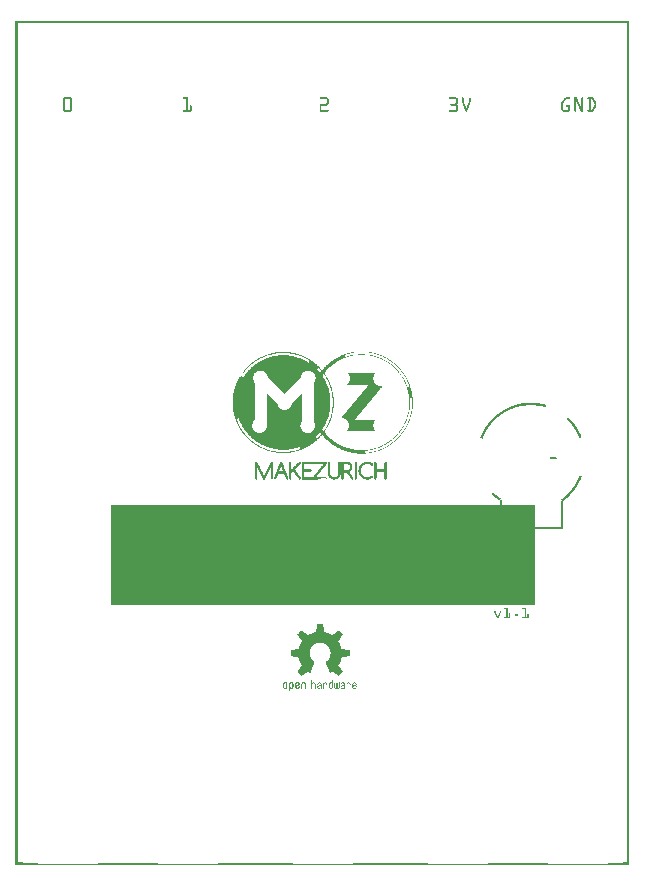
<source format=gto>
G04 MADE WITH FRITZING*
G04 WWW.FRITZING.ORG*
G04 DOUBLE SIDED*
G04 HOLES PLATED*
G04 CONTOUR ON CENTER OF CONTOUR VECTOR*
%ASAXBY*%
%FSLAX23Y23*%
%MOIN*%
%OFA0B0*%
%SFA1.0B1.0*%
%ADD10R,1.415030X0.334646*%
%ADD11C,0.008000*%
%ADD12R,0.001000X0.001000*%
%LNSILK1*%
G90*
G70*
G54D10*
X1024Y1034D03*
G54D11*
X1617Y1123D02*
X1822Y1123D01*
D02*
X1822Y1123D02*
X1822Y1214D01*
D02*
X1617Y1123D02*
X1617Y1218D01*
G54D12*
X0Y2815D02*
X2046Y2815D01*
X0Y2814D02*
X2046Y2814D01*
X0Y2813D02*
X2046Y2813D01*
X0Y2812D02*
X2046Y2812D01*
X0Y2811D02*
X2046Y2811D01*
X0Y2810D02*
X2046Y2810D01*
X0Y2809D02*
X2046Y2809D01*
X0Y2808D02*
X2046Y2808D01*
X0Y2807D02*
X7Y2807D01*
X2039Y2807D02*
X2046Y2807D01*
X0Y2806D02*
X7Y2806D01*
X2039Y2806D02*
X2046Y2806D01*
X0Y2805D02*
X7Y2805D01*
X2039Y2805D02*
X2046Y2805D01*
X0Y2804D02*
X7Y2804D01*
X2039Y2804D02*
X2046Y2804D01*
X0Y2803D02*
X7Y2803D01*
X2039Y2803D02*
X2046Y2803D01*
X0Y2802D02*
X7Y2802D01*
X2039Y2802D02*
X2046Y2802D01*
X0Y2801D02*
X7Y2801D01*
X2039Y2801D02*
X2046Y2801D01*
X0Y2800D02*
X7Y2800D01*
X2039Y2800D02*
X2046Y2800D01*
X0Y2799D02*
X7Y2799D01*
X2039Y2799D02*
X2046Y2799D01*
X0Y2798D02*
X7Y2798D01*
X2039Y2798D02*
X2046Y2798D01*
X0Y2797D02*
X7Y2797D01*
X2039Y2797D02*
X2046Y2797D01*
X0Y2796D02*
X7Y2796D01*
X2039Y2796D02*
X2046Y2796D01*
X0Y2795D02*
X7Y2795D01*
X2039Y2795D02*
X2046Y2795D01*
X0Y2794D02*
X7Y2794D01*
X2039Y2794D02*
X2046Y2794D01*
X0Y2793D02*
X7Y2793D01*
X2039Y2793D02*
X2046Y2793D01*
X0Y2792D02*
X7Y2792D01*
X2039Y2792D02*
X2046Y2792D01*
X0Y2791D02*
X7Y2791D01*
X2039Y2791D02*
X2046Y2791D01*
X0Y2790D02*
X7Y2790D01*
X2039Y2790D02*
X2046Y2790D01*
X0Y2789D02*
X7Y2789D01*
X2039Y2789D02*
X2046Y2789D01*
X0Y2788D02*
X7Y2788D01*
X2039Y2788D02*
X2046Y2788D01*
X0Y2787D02*
X7Y2787D01*
X2039Y2787D02*
X2046Y2787D01*
X0Y2786D02*
X7Y2786D01*
X2039Y2786D02*
X2046Y2786D01*
X0Y2785D02*
X7Y2785D01*
X2039Y2785D02*
X2046Y2785D01*
X0Y2784D02*
X7Y2784D01*
X2039Y2784D02*
X2046Y2784D01*
X0Y2783D02*
X7Y2783D01*
X2039Y2783D02*
X2046Y2783D01*
X0Y2782D02*
X7Y2782D01*
X2039Y2782D02*
X2046Y2782D01*
X0Y2781D02*
X7Y2781D01*
X2039Y2781D02*
X2046Y2781D01*
X0Y2780D02*
X7Y2780D01*
X2039Y2780D02*
X2046Y2780D01*
X0Y2779D02*
X7Y2779D01*
X2039Y2779D02*
X2046Y2779D01*
X0Y2778D02*
X7Y2778D01*
X2039Y2778D02*
X2046Y2778D01*
X0Y2777D02*
X7Y2777D01*
X2039Y2777D02*
X2046Y2777D01*
X0Y2776D02*
X7Y2776D01*
X2039Y2776D02*
X2046Y2776D01*
X0Y2775D02*
X7Y2775D01*
X2039Y2775D02*
X2046Y2775D01*
X0Y2774D02*
X7Y2774D01*
X2039Y2774D02*
X2046Y2774D01*
X0Y2773D02*
X7Y2773D01*
X2039Y2773D02*
X2046Y2773D01*
X0Y2772D02*
X7Y2772D01*
X2039Y2772D02*
X2046Y2772D01*
X0Y2771D02*
X7Y2771D01*
X2039Y2771D02*
X2046Y2771D01*
X0Y2770D02*
X7Y2770D01*
X2039Y2770D02*
X2046Y2770D01*
X0Y2769D02*
X7Y2769D01*
X2039Y2769D02*
X2046Y2769D01*
X0Y2768D02*
X7Y2768D01*
X2039Y2768D02*
X2046Y2768D01*
X0Y2767D02*
X7Y2767D01*
X2039Y2767D02*
X2046Y2767D01*
X0Y2766D02*
X7Y2766D01*
X2039Y2766D02*
X2046Y2766D01*
X0Y2765D02*
X7Y2765D01*
X2039Y2765D02*
X2046Y2765D01*
X0Y2764D02*
X7Y2764D01*
X2039Y2764D02*
X2046Y2764D01*
X0Y2763D02*
X7Y2763D01*
X2039Y2763D02*
X2046Y2763D01*
X0Y2762D02*
X7Y2762D01*
X2039Y2762D02*
X2046Y2762D01*
X0Y2761D02*
X7Y2761D01*
X2039Y2761D02*
X2046Y2761D01*
X0Y2760D02*
X7Y2760D01*
X2039Y2760D02*
X2046Y2760D01*
X0Y2759D02*
X7Y2759D01*
X2039Y2759D02*
X2046Y2759D01*
X0Y2758D02*
X7Y2758D01*
X2039Y2758D02*
X2046Y2758D01*
X0Y2757D02*
X7Y2757D01*
X2039Y2757D02*
X2046Y2757D01*
X0Y2756D02*
X7Y2756D01*
X2039Y2756D02*
X2046Y2756D01*
X0Y2755D02*
X7Y2755D01*
X2039Y2755D02*
X2046Y2755D01*
X0Y2754D02*
X7Y2754D01*
X2039Y2754D02*
X2046Y2754D01*
X0Y2753D02*
X7Y2753D01*
X2039Y2753D02*
X2046Y2753D01*
X0Y2752D02*
X7Y2752D01*
X2039Y2752D02*
X2046Y2752D01*
X0Y2751D02*
X7Y2751D01*
X2039Y2751D02*
X2046Y2751D01*
X0Y2750D02*
X7Y2750D01*
X2039Y2750D02*
X2046Y2750D01*
X0Y2749D02*
X7Y2749D01*
X2039Y2749D02*
X2046Y2749D01*
X0Y2748D02*
X7Y2748D01*
X2039Y2748D02*
X2046Y2748D01*
X0Y2747D02*
X7Y2747D01*
X2039Y2747D02*
X2046Y2747D01*
X0Y2746D02*
X7Y2746D01*
X2039Y2746D02*
X2046Y2746D01*
X0Y2745D02*
X7Y2745D01*
X2039Y2745D02*
X2046Y2745D01*
X0Y2744D02*
X7Y2744D01*
X2039Y2744D02*
X2046Y2744D01*
X0Y2743D02*
X7Y2743D01*
X2039Y2743D02*
X2046Y2743D01*
X0Y2742D02*
X7Y2742D01*
X2039Y2742D02*
X2046Y2742D01*
X0Y2741D02*
X7Y2741D01*
X2039Y2741D02*
X2046Y2741D01*
X0Y2740D02*
X7Y2740D01*
X2039Y2740D02*
X2046Y2740D01*
X0Y2739D02*
X7Y2739D01*
X2039Y2739D02*
X2046Y2739D01*
X0Y2738D02*
X7Y2738D01*
X2039Y2738D02*
X2046Y2738D01*
X0Y2737D02*
X7Y2737D01*
X2039Y2737D02*
X2046Y2737D01*
X0Y2736D02*
X7Y2736D01*
X2039Y2736D02*
X2046Y2736D01*
X0Y2735D02*
X7Y2735D01*
X2039Y2735D02*
X2046Y2735D01*
X0Y2734D02*
X7Y2734D01*
X2039Y2734D02*
X2046Y2734D01*
X0Y2733D02*
X7Y2733D01*
X2039Y2733D02*
X2046Y2733D01*
X0Y2732D02*
X7Y2732D01*
X2039Y2732D02*
X2046Y2732D01*
X0Y2731D02*
X7Y2731D01*
X2039Y2731D02*
X2046Y2731D01*
X0Y2730D02*
X7Y2730D01*
X2039Y2730D02*
X2046Y2730D01*
X0Y2729D02*
X7Y2729D01*
X2039Y2729D02*
X2046Y2729D01*
X0Y2728D02*
X7Y2728D01*
X2039Y2728D02*
X2046Y2728D01*
X0Y2727D02*
X7Y2727D01*
X2039Y2727D02*
X2046Y2727D01*
X0Y2726D02*
X7Y2726D01*
X2039Y2726D02*
X2046Y2726D01*
X0Y2725D02*
X7Y2725D01*
X2039Y2725D02*
X2046Y2725D01*
X0Y2724D02*
X7Y2724D01*
X2039Y2724D02*
X2046Y2724D01*
X0Y2723D02*
X7Y2723D01*
X2039Y2723D02*
X2046Y2723D01*
X0Y2722D02*
X7Y2722D01*
X2039Y2722D02*
X2046Y2722D01*
X0Y2721D02*
X7Y2721D01*
X2039Y2721D02*
X2046Y2721D01*
X0Y2720D02*
X7Y2720D01*
X2039Y2720D02*
X2046Y2720D01*
X0Y2719D02*
X7Y2719D01*
X2039Y2719D02*
X2046Y2719D01*
X0Y2718D02*
X7Y2718D01*
X2039Y2718D02*
X2046Y2718D01*
X0Y2717D02*
X7Y2717D01*
X2039Y2717D02*
X2046Y2717D01*
X0Y2716D02*
X7Y2716D01*
X2039Y2716D02*
X2046Y2716D01*
X0Y2715D02*
X7Y2715D01*
X2039Y2715D02*
X2046Y2715D01*
X0Y2714D02*
X7Y2714D01*
X2039Y2714D02*
X2046Y2714D01*
X0Y2713D02*
X7Y2713D01*
X2039Y2713D02*
X2046Y2713D01*
X0Y2712D02*
X7Y2712D01*
X2039Y2712D02*
X2046Y2712D01*
X0Y2711D02*
X7Y2711D01*
X2039Y2711D02*
X2046Y2711D01*
X0Y2710D02*
X7Y2710D01*
X2039Y2710D02*
X2046Y2710D01*
X0Y2709D02*
X7Y2709D01*
X2039Y2709D02*
X2046Y2709D01*
X0Y2708D02*
X7Y2708D01*
X2039Y2708D02*
X2046Y2708D01*
X0Y2707D02*
X7Y2707D01*
X2039Y2707D02*
X2046Y2707D01*
X0Y2706D02*
X7Y2706D01*
X2039Y2706D02*
X2046Y2706D01*
X0Y2705D02*
X7Y2705D01*
X2039Y2705D02*
X2046Y2705D01*
X0Y2704D02*
X7Y2704D01*
X2039Y2704D02*
X2046Y2704D01*
X0Y2703D02*
X7Y2703D01*
X2039Y2703D02*
X2046Y2703D01*
X0Y2702D02*
X7Y2702D01*
X2039Y2702D02*
X2046Y2702D01*
X0Y2701D02*
X7Y2701D01*
X2039Y2701D02*
X2046Y2701D01*
X0Y2700D02*
X7Y2700D01*
X2039Y2700D02*
X2046Y2700D01*
X0Y2699D02*
X7Y2699D01*
X2039Y2699D02*
X2046Y2699D01*
X0Y2698D02*
X7Y2698D01*
X2039Y2698D02*
X2046Y2698D01*
X0Y2697D02*
X7Y2697D01*
X2039Y2697D02*
X2046Y2697D01*
X0Y2696D02*
X7Y2696D01*
X2039Y2696D02*
X2046Y2696D01*
X0Y2695D02*
X7Y2695D01*
X2039Y2695D02*
X2046Y2695D01*
X0Y2694D02*
X7Y2694D01*
X2039Y2694D02*
X2046Y2694D01*
X0Y2693D02*
X7Y2693D01*
X2039Y2693D02*
X2046Y2693D01*
X0Y2692D02*
X7Y2692D01*
X2039Y2692D02*
X2046Y2692D01*
X0Y2691D02*
X7Y2691D01*
X2039Y2691D02*
X2046Y2691D01*
X0Y2690D02*
X7Y2690D01*
X2039Y2690D02*
X2046Y2690D01*
X0Y2689D02*
X7Y2689D01*
X2039Y2689D02*
X2046Y2689D01*
X0Y2688D02*
X7Y2688D01*
X2039Y2688D02*
X2046Y2688D01*
X0Y2687D02*
X7Y2687D01*
X2039Y2687D02*
X2046Y2687D01*
X0Y2686D02*
X7Y2686D01*
X2039Y2686D02*
X2046Y2686D01*
X0Y2685D02*
X7Y2685D01*
X2039Y2685D02*
X2046Y2685D01*
X0Y2684D02*
X7Y2684D01*
X2039Y2684D02*
X2046Y2684D01*
X0Y2683D02*
X7Y2683D01*
X2039Y2683D02*
X2046Y2683D01*
X0Y2682D02*
X7Y2682D01*
X2039Y2682D02*
X2046Y2682D01*
X0Y2681D02*
X7Y2681D01*
X2039Y2681D02*
X2046Y2681D01*
X0Y2680D02*
X7Y2680D01*
X2039Y2680D02*
X2046Y2680D01*
X0Y2679D02*
X7Y2679D01*
X2039Y2679D02*
X2046Y2679D01*
X0Y2678D02*
X7Y2678D01*
X2039Y2678D02*
X2046Y2678D01*
X0Y2677D02*
X7Y2677D01*
X2039Y2677D02*
X2046Y2677D01*
X0Y2676D02*
X7Y2676D01*
X2039Y2676D02*
X2046Y2676D01*
X0Y2675D02*
X7Y2675D01*
X2039Y2675D02*
X2046Y2675D01*
X0Y2674D02*
X7Y2674D01*
X2039Y2674D02*
X2046Y2674D01*
X0Y2673D02*
X7Y2673D01*
X2039Y2673D02*
X2046Y2673D01*
X0Y2672D02*
X7Y2672D01*
X2039Y2672D02*
X2046Y2672D01*
X0Y2671D02*
X7Y2671D01*
X2039Y2671D02*
X2046Y2671D01*
X0Y2670D02*
X7Y2670D01*
X2039Y2670D02*
X2046Y2670D01*
X0Y2669D02*
X7Y2669D01*
X2039Y2669D02*
X2046Y2669D01*
X0Y2668D02*
X7Y2668D01*
X2039Y2668D02*
X2046Y2668D01*
X0Y2667D02*
X7Y2667D01*
X2039Y2667D02*
X2046Y2667D01*
X0Y2666D02*
X7Y2666D01*
X2039Y2666D02*
X2046Y2666D01*
X0Y2665D02*
X7Y2665D01*
X2039Y2665D02*
X2046Y2665D01*
X0Y2664D02*
X7Y2664D01*
X2039Y2664D02*
X2046Y2664D01*
X0Y2663D02*
X7Y2663D01*
X2039Y2663D02*
X2046Y2663D01*
X0Y2662D02*
X7Y2662D01*
X2039Y2662D02*
X2046Y2662D01*
X0Y2661D02*
X7Y2661D01*
X2039Y2661D02*
X2046Y2661D01*
X0Y2660D02*
X7Y2660D01*
X2039Y2660D02*
X2046Y2660D01*
X0Y2659D02*
X7Y2659D01*
X2039Y2659D02*
X2046Y2659D01*
X0Y2658D02*
X7Y2658D01*
X2039Y2658D02*
X2046Y2658D01*
X0Y2657D02*
X7Y2657D01*
X2039Y2657D02*
X2046Y2657D01*
X0Y2656D02*
X7Y2656D01*
X2039Y2656D02*
X2046Y2656D01*
X0Y2655D02*
X7Y2655D01*
X2039Y2655D02*
X2046Y2655D01*
X0Y2654D02*
X7Y2654D01*
X2039Y2654D02*
X2046Y2654D01*
X0Y2653D02*
X7Y2653D01*
X2039Y2653D02*
X2046Y2653D01*
X0Y2652D02*
X7Y2652D01*
X2039Y2652D02*
X2046Y2652D01*
X0Y2651D02*
X7Y2651D01*
X2039Y2651D02*
X2046Y2651D01*
X0Y2650D02*
X7Y2650D01*
X2039Y2650D02*
X2046Y2650D01*
X0Y2649D02*
X7Y2649D01*
X2039Y2649D02*
X2046Y2649D01*
X0Y2648D02*
X7Y2648D01*
X2039Y2648D02*
X2046Y2648D01*
X0Y2647D02*
X7Y2647D01*
X2039Y2647D02*
X2046Y2647D01*
X0Y2646D02*
X7Y2646D01*
X2039Y2646D02*
X2046Y2646D01*
X0Y2645D02*
X7Y2645D01*
X2039Y2645D02*
X2046Y2645D01*
X0Y2644D02*
X7Y2644D01*
X2039Y2644D02*
X2046Y2644D01*
X0Y2643D02*
X7Y2643D01*
X2039Y2643D02*
X2046Y2643D01*
X0Y2642D02*
X7Y2642D01*
X2039Y2642D02*
X2046Y2642D01*
X0Y2641D02*
X7Y2641D01*
X2039Y2641D02*
X2046Y2641D01*
X0Y2640D02*
X7Y2640D01*
X2039Y2640D02*
X2046Y2640D01*
X0Y2639D02*
X7Y2639D01*
X2039Y2639D02*
X2046Y2639D01*
X0Y2638D02*
X7Y2638D01*
X2039Y2638D02*
X2046Y2638D01*
X0Y2637D02*
X7Y2637D01*
X2039Y2637D02*
X2046Y2637D01*
X0Y2636D02*
X7Y2636D01*
X2039Y2636D02*
X2046Y2636D01*
X0Y2635D02*
X7Y2635D01*
X2039Y2635D02*
X2046Y2635D01*
X0Y2634D02*
X7Y2634D01*
X2039Y2634D02*
X2046Y2634D01*
X0Y2633D02*
X7Y2633D01*
X2039Y2633D02*
X2046Y2633D01*
X0Y2632D02*
X7Y2632D01*
X2039Y2632D02*
X2046Y2632D01*
X0Y2631D02*
X7Y2631D01*
X2039Y2631D02*
X2046Y2631D01*
X0Y2630D02*
X7Y2630D01*
X2039Y2630D02*
X2046Y2630D01*
X0Y2629D02*
X7Y2629D01*
X2039Y2629D02*
X2046Y2629D01*
X0Y2628D02*
X7Y2628D01*
X2039Y2628D02*
X2046Y2628D01*
X0Y2627D02*
X7Y2627D01*
X2039Y2627D02*
X2046Y2627D01*
X0Y2626D02*
X7Y2626D01*
X2039Y2626D02*
X2046Y2626D01*
X0Y2625D02*
X7Y2625D01*
X2039Y2625D02*
X2046Y2625D01*
X0Y2624D02*
X7Y2624D01*
X2039Y2624D02*
X2046Y2624D01*
X0Y2623D02*
X7Y2623D01*
X2039Y2623D02*
X2046Y2623D01*
X0Y2622D02*
X7Y2622D01*
X2039Y2622D02*
X2046Y2622D01*
X0Y2621D02*
X7Y2621D01*
X2039Y2621D02*
X2046Y2621D01*
X0Y2620D02*
X7Y2620D01*
X2039Y2620D02*
X2046Y2620D01*
X0Y2619D02*
X7Y2619D01*
X2039Y2619D02*
X2046Y2619D01*
X0Y2618D02*
X7Y2618D01*
X2039Y2618D02*
X2046Y2618D01*
X0Y2617D02*
X7Y2617D01*
X2039Y2617D02*
X2046Y2617D01*
X0Y2616D02*
X7Y2616D01*
X2039Y2616D02*
X2046Y2616D01*
X0Y2615D02*
X7Y2615D01*
X2039Y2615D02*
X2046Y2615D01*
X0Y2614D02*
X7Y2614D01*
X2039Y2614D02*
X2046Y2614D01*
X0Y2613D02*
X7Y2613D01*
X2039Y2613D02*
X2046Y2613D01*
X0Y2612D02*
X7Y2612D01*
X2039Y2612D02*
X2046Y2612D01*
X0Y2611D02*
X7Y2611D01*
X2039Y2611D02*
X2046Y2611D01*
X0Y2610D02*
X7Y2610D01*
X2039Y2610D02*
X2046Y2610D01*
X0Y2609D02*
X7Y2609D01*
X2039Y2609D02*
X2046Y2609D01*
X0Y2608D02*
X7Y2608D01*
X2039Y2608D02*
X2046Y2608D01*
X0Y2607D02*
X7Y2607D01*
X2039Y2607D02*
X2046Y2607D01*
X0Y2606D02*
X7Y2606D01*
X2039Y2606D02*
X2046Y2606D01*
X0Y2605D02*
X7Y2605D01*
X2039Y2605D02*
X2046Y2605D01*
X0Y2604D02*
X7Y2604D01*
X2039Y2604D02*
X2046Y2604D01*
X0Y2603D02*
X7Y2603D01*
X2039Y2603D02*
X2046Y2603D01*
X0Y2602D02*
X7Y2602D01*
X2039Y2602D02*
X2046Y2602D01*
X0Y2601D02*
X7Y2601D01*
X2039Y2601D02*
X2046Y2601D01*
X0Y2600D02*
X7Y2600D01*
X2039Y2600D02*
X2046Y2600D01*
X0Y2599D02*
X7Y2599D01*
X2039Y2599D02*
X2046Y2599D01*
X0Y2598D02*
X7Y2598D01*
X2039Y2598D02*
X2046Y2598D01*
X0Y2597D02*
X7Y2597D01*
X2039Y2597D02*
X2046Y2597D01*
X0Y2596D02*
X7Y2596D01*
X2039Y2596D02*
X2046Y2596D01*
X0Y2595D02*
X7Y2595D01*
X2039Y2595D02*
X2046Y2595D01*
X0Y2594D02*
X7Y2594D01*
X2039Y2594D02*
X2046Y2594D01*
X0Y2593D02*
X7Y2593D01*
X2039Y2593D02*
X2046Y2593D01*
X0Y2592D02*
X7Y2592D01*
X2039Y2592D02*
X2046Y2592D01*
X0Y2591D02*
X7Y2591D01*
X2039Y2591D02*
X2046Y2591D01*
X0Y2590D02*
X7Y2590D01*
X2039Y2590D02*
X2046Y2590D01*
X0Y2589D02*
X7Y2589D01*
X2039Y2589D02*
X2046Y2589D01*
X0Y2588D02*
X7Y2588D01*
X2039Y2588D02*
X2046Y2588D01*
X0Y2587D02*
X7Y2587D01*
X2039Y2587D02*
X2046Y2587D01*
X0Y2586D02*
X7Y2586D01*
X2039Y2586D02*
X2046Y2586D01*
X0Y2585D02*
X7Y2585D01*
X2039Y2585D02*
X2046Y2585D01*
X0Y2584D02*
X7Y2584D01*
X2039Y2584D02*
X2046Y2584D01*
X0Y2583D02*
X7Y2583D01*
X2039Y2583D02*
X2046Y2583D01*
X0Y2582D02*
X7Y2582D01*
X2039Y2582D02*
X2046Y2582D01*
X0Y2581D02*
X7Y2581D01*
X2039Y2581D02*
X2046Y2581D01*
X0Y2580D02*
X7Y2580D01*
X2039Y2580D02*
X2046Y2580D01*
X0Y2579D02*
X7Y2579D01*
X2039Y2579D02*
X2046Y2579D01*
X0Y2578D02*
X7Y2578D01*
X2039Y2578D02*
X2046Y2578D01*
X0Y2577D02*
X7Y2577D01*
X2039Y2577D02*
X2046Y2577D01*
X0Y2576D02*
X7Y2576D01*
X2039Y2576D02*
X2046Y2576D01*
X0Y2575D02*
X7Y2575D01*
X2039Y2575D02*
X2046Y2575D01*
X0Y2574D02*
X7Y2574D01*
X2039Y2574D02*
X2046Y2574D01*
X0Y2573D02*
X7Y2573D01*
X2039Y2573D02*
X2046Y2573D01*
X0Y2572D02*
X7Y2572D01*
X2039Y2572D02*
X2046Y2572D01*
X0Y2571D02*
X7Y2571D01*
X2039Y2571D02*
X2046Y2571D01*
X0Y2570D02*
X7Y2570D01*
X2039Y2570D02*
X2046Y2570D01*
X0Y2569D02*
X7Y2569D01*
X2039Y2569D02*
X2046Y2569D01*
X0Y2568D02*
X7Y2568D01*
X2039Y2568D02*
X2046Y2568D01*
X0Y2567D02*
X7Y2567D01*
X2039Y2567D02*
X2046Y2567D01*
X0Y2566D02*
X7Y2566D01*
X2039Y2566D02*
X2046Y2566D01*
X0Y2565D02*
X7Y2565D01*
X2039Y2565D02*
X2046Y2565D01*
X0Y2564D02*
X7Y2564D01*
X2039Y2564D02*
X2046Y2564D01*
X0Y2563D02*
X7Y2563D01*
X2039Y2563D02*
X2046Y2563D01*
X0Y2562D02*
X7Y2562D01*
X2039Y2562D02*
X2046Y2562D01*
X0Y2561D02*
X7Y2561D01*
X2039Y2561D02*
X2046Y2561D01*
X0Y2560D02*
X7Y2560D01*
X2039Y2560D02*
X2046Y2560D01*
X0Y2559D02*
X7Y2559D01*
X162Y2559D02*
X183Y2559D01*
X560Y2559D02*
X575Y2559D01*
X1015Y2559D02*
X1039Y2559D01*
X1446Y2559D02*
X1469Y2559D01*
X1490Y2559D02*
X1492Y2559D01*
X1514Y2559D02*
X1516Y2559D01*
X1835Y2559D02*
X1847Y2559D01*
X1863Y2559D02*
X1870Y2559D01*
X1889Y2559D02*
X1891Y2559D01*
X1908Y2559D02*
X1923Y2559D01*
X2039Y2559D02*
X2046Y2559D01*
X0Y2558D02*
X7Y2558D01*
X161Y2558D02*
X185Y2558D01*
X559Y2558D02*
X575Y2558D01*
X1014Y2558D02*
X1041Y2558D01*
X1445Y2558D02*
X1471Y2558D01*
X1489Y2558D02*
X1493Y2558D01*
X1513Y2558D02*
X1517Y2558D01*
X1832Y2558D02*
X1848Y2558D01*
X1863Y2558D02*
X1871Y2558D01*
X1888Y2558D02*
X1892Y2558D01*
X1907Y2558D02*
X1925Y2558D01*
X2039Y2558D02*
X2046Y2558D01*
X0Y2557D02*
X7Y2557D01*
X160Y2557D02*
X186Y2557D01*
X558Y2557D02*
X575Y2557D01*
X1014Y2557D02*
X1041Y2557D01*
X1444Y2557D02*
X1472Y2557D01*
X1488Y2557D02*
X1493Y2557D01*
X1512Y2557D02*
X1517Y2557D01*
X1831Y2557D02*
X1848Y2557D01*
X1863Y2557D02*
X1871Y2557D01*
X1887Y2557D02*
X1892Y2557D01*
X1907Y2557D02*
X1926Y2557D01*
X2039Y2557D02*
X2046Y2557D01*
X0Y2556D02*
X7Y2556D01*
X159Y2556D02*
X187Y2556D01*
X558Y2556D02*
X575Y2556D01*
X1014Y2556D02*
X1042Y2556D01*
X1444Y2556D02*
X1473Y2556D01*
X1488Y2556D02*
X1493Y2556D01*
X1512Y2556D02*
X1517Y2556D01*
X1830Y2556D02*
X1848Y2556D01*
X1863Y2556D02*
X1872Y2556D01*
X1887Y2556D02*
X1892Y2556D01*
X1907Y2556D02*
X1927Y2556D01*
X2039Y2556D02*
X2046Y2556D01*
X0Y2555D02*
X7Y2555D01*
X159Y2555D02*
X187Y2555D01*
X559Y2555D02*
X575Y2555D01*
X1014Y2555D02*
X1043Y2555D01*
X1445Y2555D02*
X1473Y2555D01*
X1488Y2555D02*
X1493Y2555D01*
X1512Y2555D02*
X1517Y2555D01*
X1829Y2555D02*
X1848Y2555D01*
X1863Y2555D02*
X1872Y2555D01*
X1887Y2555D02*
X1892Y2555D01*
X1907Y2555D02*
X1928Y2555D01*
X2039Y2555D02*
X2046Y2555D01*
X0Y2554D02*
X7Y2554D01*
X158Y2554D02*
X187Y2554D01*
X559Y2554D02*
X575Y2554D01*
X1015Y2554D02*
X1043Y2554D01*
X1446Y2554D02*
X1473Y2554D01*
X1488Y2554D02*
X1493Y2554D01*
X1512Y2554D02*
X1517Y2554D01*
X1829Y2554D02*
X1847Y2554D01*
X1863Y2554D02*
X1873Y2554D01*
X1887Y2554D02*
X1892Y2554D01*
X1908Y2554D02*
X1929Y2554D01*
X2039Y2554D02*
X2046Y2554D01*
X0Y2553D02*
X7Y2553D01*
X158Y2553D02*
X163Y2553D01*
X182Y2553D02*
X187Y2553D01*
X570Y2553D02*
X575Y2553D01*
X1038Y2553D02*
X1043Y2553D01*
X1468Y2553D02*
X1473Y2553D01*
X1488Y2553D02*
X1493Y2553D01*
X1512Y2553D02*
X1517Y2553D01*
X1828Y2553D02*
X1835Y2553D01*
X1863Y2553D02*
X1873Y2553D01*
X1887Y2553D02*
X1892Y2553D01*
X1913Y2553D02*
X1918Y2553D01*
X1922Y2553D02*
X1929Y2553D01*
X2039Y2553D02*
X2046Y2553D01*
X0Y2552D02*
X7Y2552D01*
X158Y2552D02*
X163Y2552D01*
X182Y2552D02*
X187Y2552D01*
X570Y2552D02*
X575Y2552D01*
X1038Y2552D02*
X1043Y2552D01*
X1468Y2552D02*
X1473Y2552D01*
X1488Y2552D02*
X1493Y2552D01*
X1512Y2552D02*
X1517Y2552D01*
X1827Y2552D02*
X1834Y2552D01*
X1863Y2552D02*
X1873Y2552D01*
X1887Y2552D02*
X1892Y2552D01*
X1913Y2552D02*
X1918Y2552D01*
X1924Y2552D02*
X1930Y2552D01*
X2039Y2552D02*
X2046Y2552D01*
X0Y2551D02*
X7Y2551D01*
X158Y2551D02*
X163Y2551D01*
X182Y2551D02*
X187Y2551D01*
X570Y2551D02*
X575Y2551D01*
X1038Y2551D02*
X1043Y2551D01*
X1468Y2551D02*
X1473Y2551D01*
X1488Y2551D02*
X1493Y2551D01*
X1512Y2551D02*
X1517Y2551D01*
X1826Y2551D02*
X1833Y2551D01*
X1863Y2551D02*
X1874Y2551D01*
X1887Y2551D02*
X1892Y2551D01*
X1913Y2551D02*
X1918Y2551D01*
X1924Y2551D02*
X1930Y2551D01*
X2039Y2551D02*
X2046Y2551D01*
X0Y2550D02*
X7Y2550D01*
X158Y2550D02*
X163Y2550D01*
X182Y2550D02*
X187Y2550D01*
X570Y2550D02*
X575Y2550D01*
X1038Y2550D02*
X1043Y2550D01*
X1468Y2550D02*
X1473Y2550D01*
X1488Y2550D02*
X1493Y2550D01*
X1512Y2550D02*
X1517Y2550D01*
X1825Y2550D02*
X1832Y2550D01*
X1863Y2550D02*
X1874Y2550D01*
X1887Y2550D02*
X1892Y2550D01*
X1913Y2550D02*
X1918Y2550D01*
X1925Y2550D02*
X1931Y2550D01*
X2039Y2550D02*
X2046Y2550D01*
X0Y2549D02*
X7Y2549D01*
X158Y2549D02*
X163Y2549D01*
X182Y2549D02*
X187Y2549D01*
X570Y2549D02*
X575Y2549D01*
X1038Y2549D02*
X1043Y2549D01*
X1468Y2549D02*
X1473Y2549D01*
X1488Y2549D02*
X1493Y2549D01*
X1512Y2549D02*
X1517Y2549D01*
X1825Y2549D02*
X1832Y2549D01*
X1863Y2549D02*
X1875Y2549D01*
X1887Y2549D02*
X1892Y2549D01*
X1913Y2549D02*
X1918Y2549D01*
X1925Y2549D02*
X1931Y2549D01*
X2039Y2549D02*
X2046Y2549D01*
X0Y2548D02*
X7Y2548D01*
X158Y2548D02*
X163Y2548D01*
X182Y2548D02*
X187Y2548D01*
X570Y2548D02*
X575Y2548D01*
X1038Y2548D02*
X1043Y2548D01*
X1468Y2548D02*
X1473Y2548D01*
X1488Y2548D02*
X1493Y2548D01*
X1512Y2548D02*
X1517Y2548D01*
X1824Y2548D02*
X1831Y2548D01*
X1863Y2548D02*
X1875Y2548D01*
X1887Y2548D02*
X1892Y2548D01*
X1913Y2548D02*
X1918Y2548D01*
X1926Y2548D02*
X1932Y2548D01*
X2039Y2548D02*
X2046Y2548D01*
X0Y2547D02*
X7Y2547D01*
X158Y2547D02*
X163Y2547D01*
X182Y2547D02*
X187Y2547D01*
X570Y2547D02*
X575Y2547D01*
X1038Y2547D02*
X1043Y2547D01*
X1468Y2547D02*
X1473Y2547D01*
X1488Y2547D02*
X1493Y2547D01*
X1512Y2547D02*
X1517Y2547D01*
X1823Y2547D02*
X1830Y2547D01*
X1863Y2547D02*
X1868Y2547D01*
X1870Y2547D02*
X1876Y2547D01*
X1887Y2547D02*
X1892Y2547D01*
X1913Y2547D02*
X1918Y2547D01*
X1926Y2547D02*
X1932Y2547D01*
X2039Y2547D02*
X2046Y2547D01*
X0Y2546D02*
X7Y2546D01*
X158Y2546D02*
X163Y2546D01*
X182Y2546D02*
X187Y2546D01*
X570Y2546D02*
X575Y2546D01*
X1038Y2546D02*
X1043Y2546D01*
X1468Y2546D02*
X1473Y2546D01*
X1488Y2546D02*
X1493Y2546D01*
X1512Y2546D02*
X1517Y2546D01*
X1822Y2546D02*
X1829Y2546D01*
X1863Y2546D02*
X1868Y2546D01*
X1870Y2546D02*
X1876Y2546D01*
X1887Y2546D02*
X1892Y2546D01*
X1913Y2546D02*
X1918Y2546D01*
X1927Y2546D02*
X1933Y2546D01*
X2039Y2546D02*
X2046Y2546D01*
X0Y2545D02*
X7Y2545D01*
X158Y2545D02*
X163Y2545D01*
X182Y2545D02*
X187Y2545D01*
X570Y2545D02*
X575Y2545D01*
X1038Y2545D02*
X1043Y2545D01*
X1468Y2545D02*
X1473Y2545D01*
X1488Y2545D02*
X1494Y2545D01*
X1511Y2545D02*
X1517Y2545D01*
X1822Y2545D02*
X1828Y2545D01*
X1863Y2545D02*
X1868Y2545D01*
X1871Y2545D02*
X1876Y2545D01*
X1887Y2545D02*
X1892Y2545D01*
X1913Y2545D02*
X1918Y2545D01*
X1927Y2545D02*
X1933Y2545D01*
X2039Y2545D02*
X2046Y2545D01*
X0Y2544D02*
X7Y2544D01*
X158Y2544D02*
X163Y2544D01*
X182Y2544D02*
X187Y2544D01*
X570Y2544D02*
X575Y2544D01*
X1038Y2544D02*
X1043Y2544D01*
X1468Y2544D02*
X1473Y2544D01*
X1489Y2544D02*
X1494Y2544D01*
X1511Y2544D02*
X1517Y2544D01*
X1821Y2544D02*
X1828Y2544D01*
X1863Y2544D02*
X1868Y2544D01*
X1871Y2544D02*
X1877Y2544D01*
X1887Y2544D02*
X1892Y2544D01*
X1913Y2544D02*
X1918Y2544D01*
X1928Y2544D02*
X1934Y2544D01*
X2039Y2544D02*
X2046Y2544D01*
X0Y2543D02*
X7Y2543D01*
X158Y2543D02*
X163Y2543D01*
X182Y2543D02*
X187Y2543D01*
X570Y2543D02*
X575Y2543D01*
X1038Y2543D02*
X1043Y2543D01*
X1468Y2543D02*
X1473Y2543D01*
X1489Y2543D02*
X1495Y2543D01*
X1511Y2543D02*
X1516Y2543D01*
X1820Y2543D02*
X1827Y2543D01*
X1863Y2543D02*
X1868Y2543D01*
X1872Y2543D02*
X1877Y2543D01*
X1887Y2543D02*
X1892Y2543D01*
X1913Y2543D02*
X1918Y2543D01*
X1928Y2543D02*
X1934Y2543D01*
X2039Y2543D02*
X2046Y2543D01*
X0Y2542D02*
X7Y2542D01*
X158Y2542D02*
X163Y2542D01*
X182Y2542D02*
X187Y2542D01*
X570Y2542D02*
X575Y2542D01*
X1038Y2542D02*
X1043Y2542D01*
X1468Y2542D02*
X1473Y2542D01*
X1489Y2542D02*
X1495Y2542D01*
X1510Y2542D02*
X1516Y2542D01*
X1820Y2542D02*
X1826Y2542D01*
X1863Y2542D02*
X1868Y2542D01*
X1872Y2542D02*
X1878Y2542D01*
X1887Y2542D02*
X1892Y2542D01*
X1913Y2542D02*
X1918Y2542D01*
X1929Y2542D02*
X1935Y2542D01*
X2039Y2542D02*
X2046Y2542D01*
X0Y2541D02*
X7Y2541D01*
X158Y2541D02*
X163Y2541D01*
X182Y2541D02*
X187Y2541D01*
X570Y2541D02*
X575Y2541D01*
X1038Y2541D02*
X1043Y2541D01*
X1468Y2541D02*
X1473Y2541D01*
X1490Y2541D02*
X1495Y2541D01*
X1510Y2541D02*
X1515Y2541D01*
X1820Y2541D02*
X1825Y2541D01*
X1863Y2541D02*
X1868Y2541D01*
X1873Y2541D02*
X1878Y2541D01*
X1887Y2541D02*
X1892Y2541D01*
X1913Y2541D02*
X1918Y2541D01*
X1929Y2541D02*
X1935Y2541D01*
X2039Y2541D02*
X2046Y2541D01*
X0Y2540D02*
X7Y2540D01*
X158Y2540D02*
X163Y2540D01*
X182Y2540D02*
X187Y2540D01*
X570Y2540D02*
X575Y2540D01*
X1038Y2540D02*
X1043Y2540D01*
X1467Y2540D02*
X1473Y2540D01*
X1490Y2540D02*
X1496Y2540D01*
X1509Y2540D02*
X1515Y2540D01*
X1820Y2540D02*
X1825Y2540D01*
X1863Y2540D02*
X1868Y2540D01*
X1873Y2540D02*
X1879Y2540D01*
X1887Y2540D02*
X1892Y2540D01*
X1913Y2540D02*
X1918Y2540D01*
X1930Y2540D02*
X1935Y2540D01*
X2039Y2540D02*
X2046Y2540D01*
X0Y2539D02*
X7Y2539D01*
X158Y2539D02*
X163Y2539D01*
X182Y2539D02*
X187Y2539D01*
X570Y2539D02*
X575Y2539D01*
X1037Y2539D02*
X1043Y2539D01*
X1466Y2539D02*
X1473Y2539D01*
X1491Y2539D02*
X1496Y2539D01*
X1509Y2539D02*
X1515Y2539D01*
X1819Y2539D02*
X1825Y2539D01*
X1863Y2539D02*
X1868Y2539D01*
X1873Y2539D02*
X1879Y2539D01*
X1887Y2539D02*
X1892Y2539D01*
X1913Y2539D02*
X1918Y2539D01*
X1930Y2539D02*
X1936Y2539D01*
X2039Y2539D02*
X2046Y2539D01*
X0Y2538D02*
X7Y2538D01*
X158Y2538D02*
X163Y2538D01*
X182Y2538D02*
X187Y2538D01*
X570Y2538D02*
X575Y2538D01*
X1017Y2538D02*
X1043Y2538D01*
X1451Y2538D02*
X1473Y2538D01*
X1491Y2538D02*
X1497Y2538D01*
X1509Y2538D02*
X1514Y2538D01*
X1819Y2538D02*
X1824Y2538D01*
X1863Y2538D02*
X1868Y2538D01*
X1874Y2538D02*
X1880Y2538D01*
X1887Y2538D02*
X1892Y2538D01*
X1913Y2538D02*
X1918Y2538D01*
X1931Y2538D02*
X1936Y2538D01*
X2039Y2538D02*
X2046Y2538D01*
X0Y2537D02*
X7Y2537D01*
X158Y2537D02*
X163Y2537D01*
X182Y2537D02*
X187Y2537D01*
X570Y2537D02*
X575Y2537D01*
X1016Y2537D02*
X1043Y2537D01*
X1451Y2537D02*
X1472Y2537D01*
X1491Y2537D02*
X1497Y2537D01*
X1508Y2537D02*
X1514Y2537D01*
X1819Y2537D02*
X1824Y2537D01*
X1863Y2537D02*
X1868Y2537D01*
X1874Y2537D02*
X1880Y2537D01*
X1887Y2537D02*
X1892Y2537D01*
X1913Y2537D02*
X1918Y2537D01*
X1931Y2537D02*
X1936Y2537D01*
X2039Y2537D02*
X2046Y2537D01*
X0Y2536D02*
X7Y2536D01*
X158Y2536D02*
X163Y2536D01*
X182Y2536D02*
X187Y2536D01*
X570Y2536D02*
X575Y2536D01*
X1015Y2536D02*
X1042Y2536D01*
X1450Y2536D02*
X1471Y2536D01*
X1492Y2536D02*
X1497Y2536D01*
X1508Y2536D02*
X1514Y2536D01*
X1819Y2536D02*
X1824Y2536D01*
X1863Y2536D02*
X1868Y2536D01*
X1875Y2536D02*
X1880Y2536D01*
X1887Y2536D02*
X1892Y2536D01*
X1913Y2536D02*
X1918Y2536D01*
X1931Y2536D02*
X1936Y2536D01*
X2039Y2536D02*
X2046Y2536D01*
X0Y2535D02*
X7Y2535D01*
X158Y2535D02*
X163Y2535D01*
X182Y2535D02*
X187Y2535D01*
X570Y2535D02*
X575Y2535D01*
X1014Y2535D02*
X1041Y2535D01*
X1450Y2535D02*
X1472Y2535D01*
X1492Y2535D02*
X1498Y2535D01*
X1508Y2535D02*
X1513Y2535D01*
X1819Y2535D02*
X1824Y2535D01*
X1863Y2535D02*
X1868Y2535D01*
X1875Y2535D02*
X1881Y2535D01*
X1887Y2535D02*
X1892Y2535D01*
X1913Y2535D02*
X1918Y2535D01*
X1931Y2535D02*
X1936Y2535D01*
X2039Y2535D02*
X2046Y2535D01*
X0Y2534D02*
X7Y2534D01*
X158Y2534D02*
X163Y2534D01*
X182Y2534D02*
X187Y2534D01*
X570Y2534D02*
X575Y2534D01*
X1014Y2534D02*
X1040Y2534D01*
X1451Y2534D02*
X1472Y2534D01*
X1493Y2534D02*
X1498Y2534D01*
X1507Y2534D02*
X1513Y2534D01*
X1819Y2534D02*
X1824Y2534D01*
X1863Y2534D02*
X1868Y2534D01*
X1876Y2534D02*
X1881Y2534D01*
X1887Y2534D02*
X1892Y2534D01*
X1913Y2534D02*
X1918Y2534D01*
X1931Y2534D02*
X1936Y2534D01*
X2039Y2534D02*
X2046Y2534D01*
X0Y2533D02*
X7Y2533D01*
X158Y2533D02*
X163Y2533D01*
X182Y2533D02*
X187Y2533D01*
X570Y2533D02*
X575Y2533D01*
X583Y2533D02*
X586Y2533D01*
X1014Y2533D02*
X1038Y2533D01*
X1452Y2533D02*
X1473Y2533D01*
X1493Y2533D02*
X1499Y2533D01*
X1507Y2533D02*
X1512Y2533D01*
X1819Y2533D02*
X1824Y2533D01*
X1835Y2533D02*
X1848Y2533D01*
X1863Y2533D02*
X1868Y2533D01*
X1876Y2533D02*
X1882Y2533D01*
X1887Y2533D02*
X1892Y2533D01*
X1913Y2533D02*
X1918Y2533D01*
X1930Y2533D02*
X1936Y2533D01*
X2039Y2533D02*
X2046Y2533D01*
X0Y2532D02*
X7Y2532D01*
X158Y2532D02*
X163Y2532D01*
X182Y2532D02*
X187Y2532D01*
X570Y2532D02*
X575Y2532D01*
X583Y2532D02*
X587Y2532D01*
X1014Y2532D02*
X1019Y2532D01*
X1467Y2532D02*
X1473Y2532D01*
X1493Y2532D02*
X1499Y2532D01*
X1506Y2532D02*
X1512Y2532D01*
X1819Y2532D02*
X1824Y2532D01*
X1835Y2532D02*
X1848Y2532D01*
X1863Y2532D02*
X1868Y2532D01*
X1876Y2532D02*
X1882Y2532D01*
X1887Y2532D02*
X1892Y2532D01*
X1913Y2532D02*
X1918Y2532D01*
X1930Y2532D02*
X1935Y2532D01*
X2039Y2532D02*
X2046Y2532D01*
X0Y2531D02*
X7Y2531D01*
X158Y2531D02*
X163Y2531D01*
X182Y2531D02*
X187Y2531D01*
X570Y2531D02*
X575Y2531D01*
X582Y2531D02*
X587Y2531D01*
X1014Y2531D02*
X1019Y2531D01*
X1468Y2531D02*
X1473Y2531D01*
X1494Y2531D02*
X1499Y2531D01*
X1506Y2531D02*
X1512Y2531D01*
X1819Y2531D02*
X1824Y2531D01*
X1834Y2531D02*
X1848Y2531D01*
X1863Y2531D02*
X1868Y2531D01*
X1877Y2531D02*
X1883Y2531D01*
X1887Y2531D02*
X1892Y2531D01*
X1913Y2531D02*
X1918Y2531D01*
X1929Y2531D02*
X1935Y2531D01*
X2039Y2531D02*
X2046Y2531D01*
X0Y2530D02*
X7Y2530D01*
X158Y2530D02*
X163Y2530D01*
X182Y2530D02*
X187Y2530D01*
X570Y2530D02*
X575Y2530D01*
X582Y2530D02*
X587Y2530D01*
X1014Y2530D02*
X1019Y2530D01*
X1468Y2530D02*
X1473Y2530D01*
X1494Y2530D02*
X1500Y2530D01*
X1506Y2530D02*
X1511Y2530D01*
X1819Y2530D02*
X1824Y2530D01*
X1834Y2530D02*
X1848Y2530D01*
X1863Y2530D02*
X1868Y2530D01*
X1877Y2530D02*
X1883Y2530D01*
X1887Y2530D02*
X1892Y2530D01*
X1913Y2530D02*
X1918Y2530D01*
X1929Y2530D02*
X1935Y2530D01*
X2039Y2530D02*
X2046Y2530D01*
X0Y2529D02*
X7Y2529D01*
X158Y2529D02*
X163Y2529D01*
X182Y2529D02*
X187Y2529D01*
X570Y2529D02*
X575Y2529D01*
X582Y2529D02*
X587Y2529D01*
X1014Y2529D02*
X1019Y2529D01*
X1468Y2529D02*
X1473Y2529D01*
X1494Y2529D02*
X1500Y2529D01*
X1505Y2529D02*
X1511Y2529D01*
X1819Y2529D02*
X1824Y2529D01*
X1835Y2529D02*
X1848Y2529D01*
X1863Y2529D02*
X1868Y2529D01*
X1878Y2529D02*
X1884Y2529D01*
X1887Y2529D02*
X1892Y2529D01*
X1913Y2529D02*
X1918Y2529D01*
X1928Y2529D02*
X1934Y2529D01*
X2039Y2529D02*
X2046Y2529D01*
X0Y2528D02*
X7Y2528D01*
X158Y2528D02*
X163Y2528D01*
X182Y2528D02*
X187Y2528D01*
X570Y2528D02*
X575Y2528D01*
X582Y2528D02*
X587Y2528D01*
X1014Y2528D02*
X1019Y2528D01*
X1468Y2528D02*
X1473Y2528D01*
X1495Y2528D02*
X1501Y2528D01*
X1505Y2528D02*
X1510Y2528D01*
X1819Y2528D02*
X1824Y2528D01*
X1836Y2528D02*
X1848Y2528D01*
X1863Y2528D02*
X1868Y2528D01*
X1878Y2528D02*
X1884Y2528D01*
X1887Y2528D02*
X1892Y2528D01*
X1913Y2528D02*
X1918Y2528D01*
X1928Y2528D02*
X1934Y2528D01*
X2039Y2528D02*
X2046Y2528D01*
X0Y2527D02*
X7Y2527D01*
X158Y2527D02*
X163Y2527D01*
X182Y2527D02*
X187Y2527D01*
X570Y2527D02*
X575Y2527D01*
X582Y2527D02*
X587Y2527D01*
X1014Y2527D02*
X1019Y2527D01*
X1468Y2527D02*
X1473Y2527D01*
X1495Y2527D02*
X1501Y2527D01*
X1504Y2527D02*
X1510Y2527D01*
X1819Y2527D02*
X1824Y2527D01*
X1843Y2527D02*
X1848Y2527D01*
X1863Y2527D02*
X1868Y2527D01*
X1879Y2527D02*
X1884Y2527D01*
X1887Y2527D02*
X1892Y2527D01*
X1913Y2527D02*
X1918Y2527D01*
X1927Y2527D02*
X1933Y2527D01*
X2039Y2527D02*
X2046Y2527D01*
X0Y2526D02*
X7Y2526D01*
X158Y2526D02*
X163Y2526D01*
X182Y2526D02*
X187Y2526D01*
X570Y2526D02*
X575Y2526D01*
X582Y2526D02*
X587Y2526D01*
X1014Y2526D02*
X1019Y2526D01*
X1468Y2526D02*
X1473Y2526D01*
X1496Y2526D02*
X1501Y2526D01*
X1504Y2526D02*
X1510Y2526D01*
X1819Y2526D02*
X1824Y2526D01*
X1843Y2526D02*
X1848Y2526D01*
X1863Y2526D02*
X1868Y2526D01*
X1879Y2526D02*
X1885Y2526D01*
X1887Y2526D02*
X1892Y2526D01*
X1913Y2526D02*
X1918Y2526D01*
X1927Y2526D02*
X1933Y2526D01*
X2039Y2526D02*
X2046Y2526D01*
X0Y2525D02*
X7Y2525D01*
X158Y2525D02*
X163Y2525D01*
X182Y2525D02*
X187Y2525D01*
X570Y2525D02*
X575Y2525D01*
X582Y2525D02*
X587Y2525D01*
X1014Y2525D02*
X1019Y2525D01*
X1468Y2525D02*
X1473Y2525D01*
X1496Y2525D02*
X1502Y2525D01*
X1504Y2525D02*
X1509Y2525D01*
X1819Y2525D02*
X1824Y2525D01*
X1843Y2525D02*
X1848Y2525D01*
X1863Y2525D02*
X1868Y2525D01*
X1880Y2525D02*
X1885Y2525D01*
X1887Y2525D02*
X1892Y2525D01*
X1913Y2525D02*
X1918Y2525D01*
X1926Y2525D02*
X1932Y2525D01*
X2039Y2525D02*
X2046Y2525D01*
X0Y2524D02*
X7Y2524D01*
X158Y2524D02*
X163Y2524D01*
X182Y2524D02*
X187Y2524D01*
X570Y2524D02*
X575Y2524D01*
X582Y2524D02*
X587Y2524D01*
X1014Y2524D02*
X1019Y2524D01*
X1468Y2524D02*
X1473Y2524D01*
X1496Y2524D02*
X1509Y2524D01*
X1819Y2524D02*
X1824Y2524D01*
X1843Y2524D02*
X1848Y2524D01*
X1863Y2524D02*
X1868Y2524D01*
X1880Y2524D02*
X1892Y2524D01*
X1913Y2524D02*
X1918Y2524D01*
X1926Y2524D02*
X1932Y2524D01*
X2039Y2524D02*
X2046Y2524D01*
X0Y2523D02*
X7Y2523D01*
X158Y2523D02*
X163Y2523D01*
X182Y2523D02*
X187Y2523D01*
X570Y2523D02*
X575Y2523D01*
X582Y2523D02*
X587Y2523D01*
X1014Y2523D02*
X1019Y2523D01*
X1468Y2523D02*
X1473Y2523D01*
X1497Y2523D02*
X1508Y2523D01*
X1819Y2523D02*
X1824Y2523D01*
X1843Y2523D02*
X1848Y2523D01*
X1863Y2523D02*
X1868Y2523D01*
X1880Y2523D02*
X1892Y2523D01*
X1913Y2523D02*
X1918Y2523D01*
X1925Y2523D02*
X1931Y2523D01*
X2039Y2523D02*
X2046Y2523D01*
X0Y2522D02*
X7Y2522D01*
X158Y2522D02*
X163Y2522D01*
X182Y2522D02*
X187Y2522D01*
X570Y2522D02*
X575Y2522D01*
X582Y2522D02*
X587Y2522D01*
X1014Y2522D02*
X1019Y2522D01*
X1468Y2522D02*
X1473Y2522D01*
X1497Y2522D02*
X1508Y2522D01*
X1819Y2522D02*
X1824Y2522D01*
X1843Y2522D02*
X1848Y2522D01*
X1863Y2522D02*
X1868Y2522D01*
X1881Y2522D02*
X1892Y2522D01*
X1913Y2522D02*
X1918Y2522D01*
X1925Y2522D02*
X1931Y2522D01*
X2039Y2522D02*
X2046Y2522D01*
X0Y2521D02*
X7Y2521D01*
X158Y2521D02*
X163Y2521D01*
X182Y2521D02*
X187Y2521D01*
X570Y2521D02*
X575Y2521D01*
X582Y2521D02*
X587Y2521D01*
X1014Y2521D02*
X1019Y2521D01*
X1468Y2521D02*
X1473Y2521D01*
X1498Y2521D02*
X1508Y2521D01*
X1819Y2521D02*
X1825Y2521D01*
X1843Y2521D02*
X1848Y2521D01*
X1863Y2521D02*
X1868Y2521D01*
X1881Y2521D02*
X1892Y2521D01*
X1913Y2521D02*
X1918Y2521D01*
X1924Y2521D02*
X1930Y2521D01*
X2039Y2521D02*
X2046Y2521D01*
X0Y2520D02*
X7Y2520D01*
X158Y2520D02*
X163Y2520D01*
X182Y2520D02*
X187Y2520D01*
X570Y2520D02*
X575Y2520D01*
X582Y2520D02*
X587Y2520D01*
X1014Y2520D02*
X1019Y2520D01*
X1468Y2520D02*
X1473Y2520D01*
X1498Y2520D02*
X1507Y2520D01*
X1819Y2520D02*
X1825Y2520D01*
X1843Y2520D02*
X1848Y2520D01*
X1863Y2520D02*
X1868Y2520D01*
X1882Y2520D02*
X1892Y2520D01*
X1913Y2520D02*
X1918Y2520D01*
X1924Y2520D02*
X1930Y2520D01*
X2039Y2520D02*
X2046Y2520D01*
X0Y2519D02*
X7Y2519D01*
X158Y2519D02*
X163Y2519D01*
X182Y2519D02*
X187Y2519D01*
X570Y2519D02*
X575Y2519D01*
X582Y2519D02*
X587Y2519D01*
X1014Y2519D02*
X1019Y2519D01*
X1468Y2519D02*
X1473Y2519D01*
X1498Y2519D02*
X1507Y2519D01*
X1820Y2519D02*
X1826Y2519D01*
X1842Y2519D02*
X1848Y2519D01*
X1863Y2519D02*
X1868Y2519D01*
X1882Y2519D02*
X1892Y2519D01*
X1913Y2519D02*
X1918Y2519D01*
X1923Y2519D02*
X1929Y2519D01*
X2039Y2519D02*
X2046Y2519D01*
X0Y2518D02*
X7Y2518D01*
X158Y2518D02*
X187Y2518D01*
X560Y2518D02*
X587Y2518D01*
X1014Y2518D02*
X1041Y2518D01*
X1446Y2518D02*
X1473Y2518D01*
X1499Y2518D02*
X1506Y2518D01*
X1820Y2518D02*
X1848Y2518D01*
X1863Y2518D02*
X1868Y2518D01*
X1883Y2518D02*
X1892Y2518D01*
X1909Y2518D02*
X1929Y2518D01*
X2039Y2518D02*
X2046Y2518D01*
X0Y2517D02*
X7Y2517D01*
X158Y2517D02*
X187Y2517D01*
X559Y2517D02*
X587Y2517D01*
X1014Y2517D02*
X1042Y2517D01*
X1445Y2517D02*
X1473Y2517D01*
X1499Y2517D02*
X1506Y2517D01*
X1820Y2517D02*
X1847Y2517D01*
X1863Y2517D02*
X1868Y2517D01*
X1883Y2517D02*
X1892Y2517D01*
X1907Y2517D02*
X1928Y2517D01*
X2039Y2517D02*
X2046Y2517D01*
X0Y2516D02*
X7Y2516D01*
X159Y2516D02*
X187Y2516D01*
X558Y2516D02*
X587Y2516D01*
X1014Y2516D02*
X1043Y2516D01*
X1444Y2516D02*
X1473Y2516D01*
X1500Y2516D02*
X1506Y2516D01*
X1821Y2516D02*
X1847Y2516D01*
X1863Y2516D02*
X1868Y2516D01*
X1883Y2516D02*
X1892Y2516D01*
X1907Y2516D02*
X1928Y2516D01*
X2039Y2516D02*
X2046Y2516D01*
X0Y2515D02*
X7Y2515D01*
X159Y2515D02*
X186Y2515D01*
X558Y2515D02*
X587Y2515D01*
X1014Y2515D02*
X1043Y2515D01*
X1444Y2515D02*
X1472Y2515D01*
X1500Y2515D02*
X1505Y2515D01*
X1822Y2515D02*
X1846Y2515D01*
X1863Y2515D02*
X1868Y2515D01*
X1884Y2515D02*
X1892Y2515D01*
X1907Y2515D02*
X1927Y2515D01*
X2039Y2515D02*
X2046Y2515D01*
X0Y2514D02*
X7Y2514D01*
X160Y2514D02*
X185Y2514D01*
X559Y2514D02*
X587Y2514D01*
X1014Y2514D02*
X1043Y2514D01*
X1445Y2514D02*
X1471Y2514D01*
X1500Y2514D02*
X1505Y2514D01*
X1823Y2514D02*
X1845Y2514D01*
X1863Y2514D02*
X1868Y2514D01*
X1884Y2514D02*
X1892Y2514D01*
X1907Y2514D02*
X1926Y2514D01*
X2039Y2514D02*
X2046Y2514D01*
X0Y2513D02*
X7Y2513D01*
X162Y2513D02*
X184Y2513D01*
X559Y2513D02*
X586Y2513D01*
X1014Y2513D02*
X1042Y2513D01*
X1445Y2513D02*
X1470Y2513D01*
X1501Y2513D02*
X1504Y2513D01*
X1825Y2513D02*
X1843Y2513D01*
X1864Y2513D02*
X1867Y2513D01*
X1885Y2513D02*
X1892Y2513D01*
X1908Y2513D02*
X1924Y2513D01*
X2039Y2513D02*
X2046Y2513D01*
X0Y2512D02*
X7Y2512D01*
X2039Y2512D02*
X2046Y2512D01*
X0Y2511D02*
X7Y2511D01*
X2039Y2511D02*
X2046Y2511D01*
X0Y2510D02*
X7Y2510D01*
X2039Y2510D02*
X2046Y2510D01*
X0Y2509D02*
X7Y2509D01*
X2039Y2509D02*
X2046Y2509D01*
X0Y2508D02*
X7Y2508D01*
X2039Y2508D02*
X2046Y2508D01*
X0Y2507D02*
X7Y2507D01*
X2039Y2507D02*
X2046Y2507D01*
X0Y2506D02*
X7Y2506D01*
X2039Y2506D02*
X2046Y2506D01*
X0Y2505D02*
X7Y2505D01*
X2039Y2505D02*
X2046Y2505D01*
X0Y2504D02*
X7Y2504D01*
X2039Y2504D02*
X2046Y2504D01*
X0Y2503D02*
X7Y2503D01*
X2039Y2503D02*
X2046Y2503D01*
X0Y2502D02*
X7Y2502D01*
X2039Y2502D02*
X2046Y2502D01*
X0Y2501D02*
X7Y2501D01*
X2039Y2501D02*
X2046Y2501D01*
X0Y2500D02*
X7Y2500D01*
X2039Y2500D02*
X2046Y2500D01*
X0Y2499D02*
X7Y2499D01*
X2039Y2499D02*
X2046Y2499D01*
X0Y2498D02*
X7Y2498D01*
X2039Y2498D02*
X2046Y2498D01*
X0Y2497D02*
X7Y2497D01*
X2039Y2497D02*
X2046Y2497D01*
X0Y2496D02*
X7Y2496D01*
X2039Y2496D02*
X2046Y2496D01*
X0Y2495D02*
X7Y2495D01*
X2039Y2495D02*
X2046Y2495D01*
X0Y2494D02*
X7Y2494D01*
X2039Y2494D02*
X2046Y2494D01*
X0Y2493D02*
X7Y2493D01*
X2039Y2493D02*
X2046Y2493D01*
X0Y2492D02*
X7Y2492D01*
X2039Y2492D02*
X2046Y2492D01*
X0Y2491D02*
X7Y2491D01*
X2039Y2491D02*
X2046Y2491D01*
X0Y2490D02*
X7Y2490D01*
X2039Y2490D02*
X2046Y2490D01*
X0Y2489D02*
X7Y2489D01*
X2039Y2489D02*
X2046Y2489D01*
X0Y2488D02*
X7Y2488D01*
X2039Y2488D02*
X2046Y2488D01*
X0Y2487D02*
X7Y2487D01*
X2039Y2487D02*
X2046Y2487D01*
X0Y2486D02*
X7Y2486D01*
X2039Y2486D02*
X2046Y2486D01*
X0Y2485D02*
X7Y2485D01*
X2039Y2485D02*
X2046Y2485D01*
X0Y2484D02*
X7Y2484D01*
X2039Y2484D02*
X2046Y2484D01*
X0Y2483D02*
X7Y2483D01*
X2039Y2483D02*
X2046Y2483D01*
X0Y2482D02*
X7Y2482D01*
X2039Y2482D02*
X2046Y2482D01*
X0Y2481D02*
X7Y2481D01*
X2039Y2481D02*
X2046Y2481D01*
X0Y2480D02*
X7Y2480D01*
X2039Y2480D02*
X2046Y2480D01*
X0Y2479D02*
X7Y2479D01*
X2039Y2479D02*
X2046Y2479D01*
X0Y2478D02*
X7Y2478D01*
X2039Y2478D02*
X2046Y2478D01*
X0Y2477D02*
X7Y2477D01*
X2039Y2477D02*
X2046Y2477D01*
X0Y2476D02*
X7Y2476D01*
X2039Y2476D02*
X2046Y2476D01*
X0Y2475D02*
X7Y2475D01*
X2039Y2475D02*
X2046Y2475D01*
X0Y2474D02*
X7Y2474D01*
X2039Y2474D02*
X2046Y2474D01*
X0Y2473D02*
X7Y2473D01*
X2039Y2473D02*
X2046Y2473D01*
X0Y2472D02*
X7Y2472D01*
X2039Y2472D02*
X2046Y2472D01*
X0Y2471D02*
X7Y2471D01*
X2039Y2471D02*
X2046Y2471D01*
X0Y2470D02*
X7Y2470D01*
X2039Y2470D02*
X2046Y2470D01*
X0Y2469D02*
X7Y2469D01*
X2039Y2469D02*
X2046Y2469D01*
X0Y2468D02*
X7Y2468D01*
X2039Y2468D02*
X2046Y2468D01*
X0Y2467D02*
X7Y2467D01*
X2039Y2467D02*
X2046Y2467D01*
X0Y2466D02*
X7Y2466D01*
X2039Y2466D02*
X2046Y2466D01*
X0Y2465D02*
X7Y2465D01*
X2039Y2465D02*
X2046Y2465D01*
X0Y2464D02*
X7Y2464D01*
X2039Y2464D02*
X2046Y2464D01*
X0Y2463D02*
X7Y2463D01*
X2039Y2463D02*
X2046Y2463D01*
X0Y2462D02*
X7Y2462D01*
X2039Y2462D02*
X2046Y2462D01*
X0Y2461D02*
X7Y2461D01*
X2039Y2461D02*
X2046Y2461D01*
X0Y2460D02*
X7Y2460D01*
X2039Y2460D02*
X2046Y2460D01*
X0Y2459D02*
X7Y2459D01*
X2039Y2459D02*
X2046Y2459D01*
X0Y2458D02*
X7Y2458D01*
X2039Y2458D02*
X2046Y2458D01*
X0Y2457D02*
X7Y2457D01*
X2039Y2457D02*
X2046Y2457D01*
X0Y2456D02*
X7Y2456D01*
X2039Y2456D02*
X2046Y2456D01*
X0Y2455D02*
X7Y2455D01*
X2039Y2455D02*
X2046Y2455D01*
X0Y2454D02*
X7Y2454D01*
X2039Y2454D02*
X2046Y2454D01*
X0Y2453D02*
X7Y2453D01*
X2039Y2453D02*
X2046Y2453D01*
X0Y2452D02*
X7Y2452D01*
X2039Y2452D02*
X2046Y2452D01*
X0Y2451D02*
X7Y2451D01*
X2039Y2451D02*
X2046Y2451D01*
X0Y2450D02*
X7Y2450D01*
X2039Y2450D02*
X2046Y2450D01*
X0Y2449D02*
X7Y2449D01*
X2039Y2449D02*
X2046Y2449D01*
X0Y2448D02*
X7Y2448D01*
X2039Y2448D02*
X2046Y2448D01*
X0Y2447D02*
X7Y2447D01*
X2039Y2447D02*
X2046Y2447D01*
X0Y2446D02*
X7Y2446D01*
X2039Y2446D02*
X2046Y2446D01*
X0Y2445D02*
X7Y2445D01*
X2039Y2445D02*
X2046Y2445D01*
X0Y2444D02*
X7Y2444D01*
X2039Y2444D02*
X2046Y2444D01*
X0Y2443D02*
X7Y2443D01*
X2039Y2443D02*
X2046Y2443D01*
X0Y2442D02*
X7Y2442D01*
X2039Y2442D02*
X2046Y2442D01*
X0Y2441D02*
X7Y2441D01*
X2039Y2441D02*
X2046Y2441D01*
X0Y2440D02*
X7Y2440D01*
X2039Y2440D02*
X2046Y2440D01*
X0Y2439D02*
X7Y2439D01*
X2039Y2439D02*
X2046Y2439D01*
X0Y2438D02*
X7Y2438D01*
X2039Y2438D02*
X2046Y2438D01*
X0Y2437D02*
X7Y2437D01*
X2039Y2437D02*
X2046Y2437D01*
X0Y2436D02*
X7Y2436D01*
X2039Y2436D02*
X2046Y2436D01*
X0Y2435D02*
X7Y2435D01*
X2039Y2435D02*
X2046Y2435D01*
X0Y2434D02*
X7Y2434D01*
X2039Y2434D02*
X2046Y2434D01*
X0Y2433D02*
X7Y2433D01*
X2039Y2433D02*
X2046Y2433D01*
X0Y2432D02*
X7Y2432D01*
X2039Y2432D02*
X2046Y2432D01*
X0Y2431D02*
X7Y2431D01*
X2039Y2431D02*
X2046Y2431D01*
X0Y2430D02*
X7Y2430D01*
X2039Y2430D02*
X2046Y2430D01*
X0Y2429D02*
X7Y2429D01*
X2039Y2429D02*
X2046Y2429D01*
X0Y2428D02*
X7Y2428D01*
X2039Y2428D02*
X2046Y2428D01*
X0Y2427D02*
X7Y2427D01*
X2039Y2427D02*
X2046Y2427D01*
X0Y2426D02*
X7Y2426D01*
X2039Y2426D02*
X2046Y2426D01*
X0Y2425D02*
X7Y2425D01*
X2039Y2425D02*
X2046Y2425D01*
X0Y2424D02*
X7Y2424D01*
X2039Y2424D02*
X2046Y2424D01*
X0Y2423D02*
X7Y2423D01*
X2039Y2423D02*
X2046Y2423D01*
X0Y2422D02*
X7Y2422D01*
X2039Y2422D02*
X2046Y2422D01*
X0Y2421D02*
X7Y2421D01*
X2039Y2421D02*
X2046Y2421D01*
X0Y2420D02*
X7Y2420D01*
X2039Y2420D02*
X2046Y2420D01*
X0Y2419D02*
X7Y2419D01*
X2039Y2419D02*
X2046Y2419D01*
X0Y2418D02*
X7Y2418D01*
X2039Y2418D02*
X2046Y2418D01*
X0Y2417D02*
X7Y2417D01*
X2039Y2417D02*
X2046Y2417D01*
X0Y2416D02*
X7Y2416D01*
X2039Y2416D02*
X2046Y2416D01*
X0Y2415D02*
X7Y2415D01*
X2039Y2415D02*
X2046Y2415D01*
X0Y2414D02*
X7Y2414D01*
X2039Y2414D02*
X2046Y2414D01*
X0Y2413D02*
X7Y2413D01*
X2039Y2413D02*
X2046Y2413D01*
X0Y2412D02*
X7Y2412D01*
X2039Y2412D02*
X2046Y2412D01*
X0Y2411D02*
X7Y2411D01*
X2039Y2411D02*
X2046Y2411D01*
X0Y2410D02*
X7Y2410D01*
X2039Y2410D02*
X2046Y2410D01*
X0Y2409D02*
X7Y2409D01*
X2039Y2409D02*
X2046Y2409D01*
X0Y2408D02*
X7Y2408D01*
X2039Y2408D02*
X2046Y2408D01*
X0Y2407D02*
X7Y2407D01*
X2039Y2407D02*
X2046Y2407D01*
X0Y2406D02*
X7Y2406D01*
X2039Y2406D02*
X2046Y2406D01*
X0Y2405D02*
X7Y2405D01*
X2039Y2405D02*
X2046Y2405D01*
X0Y2404D02*
X7Y2404D01*
X2039Y2404D02*
X2046Y2404D01*
X0Y2403D02*
X7Y2403D01*
X2039Y2403D02*
X2046Y2403D01*
X0Y2402D02*
X7Y2402D01*
X2039Y2402D02*
X2046Y2402D01*
X0Y2401D02*
X7Y2401D01*
X2039Y2401D02*
X2046Y2401D01*
X0Y2400D02*
X7Y2400D01*
X2039Y2400D02*
X2046Y2400D01*
X0Y2399D02*
X7Y2399D01*
X2039Y2399D02*
X2046Y2399D01*
X0Y2398D02*
X7Y2398D01*
X2039Y2398D02*
X2046Y2398D01*
X0Y2397D02*
X7Y2397D01*
X2039Y2397D02*
X2046Y2397D01*
X0Y2396D02*
X7Y2396D01*
X2039Y2396D02*
X2046Y2396D01*
X0Y2395D02*
X7Y2395D01*
X2039Y2395D02*
X2046Y2395D01*
X0Y2394D02*
X7Y2394D01*
X2039Y2394D02*
X2046Y2394D01*
X0Y2393D02*
X7Y2393D01*
X2039Y2393D02*
X2046Y2393D01*
X0Y2392D02*
X7Y2392D01*
X2039Y2392D02*
X2046Y2392D01*
X0Y2391D02*
X7Y2391D01*
X2039Y2391D02*
X2046Y2391D01*
X0Y2390D02*
X7Y2390D01*
X2039Y2390D02*
X2046Y2390D01*
X0Y2389D02*
X7Y2389D01*
X2039Y2389D02*
X2046Y2389D01*
X0Y2388D02*
X7Y2388D01*
X2039Y2388D02*
X2046Y2388D01*
X0Y2387D02*
X7Y2387D01*
X2039Y2387D02*
X2046Y2387D01*
X0Y2386D02*
X7Y2386D01*
X2039Y2386D02*
X2046Y2386D01*
X0Y2385D02*
X7Y2385D01*
X2039Y2385D02*
X2046Y2385D01*
X0Y2384D02*
X7Y2384D01*
X2039Y2384D02*
X2046Y2384D01*
X0Y2383D02*
X7Y2383D01*
X2039Y2383D02*
X2046Y2383D01*
X0Y2382D02*
X7Y2382D01*
X2039Y2382D02*
X2046Y2382D01*
X0Y2381D02*
X7Y2381D01*
X2039Y2381D02*
X2046Y2381D01*
X0Y2380D02*
X7Y2380D01*
X2039Y2380D02*
X2046Y2380D01*
X0Y2379D02*
X7Y2379D01*
X2039Y2379D02*
X2046Y2379D01*
X0Y2378D02*
X7Y2378D01*
X2039Y2378D02*
X2046Y2378D01*
X0Y2377D02*
X7Y2377D01*
X2039Y2377D02*
X2046Y2377D01*
X0Y2376D02*
X7Y2376D01*
X2039Y2376D02*
X2046Y2376D01*
X0Y2375D02*
X7Y2375D01*
X2039Y2375D02*
X2046Y2375D01*
X0Y2374D02*
X7Y2374D01*
X2039Y2374D02*
X2046Y2374D01*
X0Y2373D02*
X7Y2373D01*
X2039Y2373D02*
X2046Y2373D01*
X0Y2372D02*
X7Y2372D01*
X2039Y2372D02*
X2046Y2372D01*
X0Y2371D02*
X7Y2371D01*
X2039Y2371D02*
X2046Y2371D01*
X0Y2370D02*
X7Y2370D01*
X2039Y2370D02*
X2046Y2370D01*
X0Y2369D02*
X7Y2369D01*
X2039Y2369D02*
X2046Y2369D01*
X0Y2368D02*
X7Y2368D01*
X2039Y2368D02*
X2046Y2368D01*
X0Y2367D02*
X7Y2367D01*
X2039Y2367D02*
X2046Y2367D01*
X0Y2366D02*
X7Y2366D01*
X2039Y2366D02*
X2046Y2366D01*
X0Y2365D02*
X7Y2365D01*
X2039Y2365D02*
X2046Y2365D01*
X0Y2364D02*
X7Y2364D01*
X2039Y2364D02*
X2046Y2364D01*
X0Y2363D02*
X7Y2363D01*
X2039Y2363D02*
X2046Y2363D01*
X0Y2362D02*
X7Y2362D01*
X2039Y2362D02*
X2046Y2362D01*
X0Y2361D02*
X7Y2361D01*
X2039Y2361D02*
X2046Y2361D01*
X0Y2360D02*
X7Y2360D01*
X2039Y2360D02*
X2046Y2360D01*
X0Y2359D02*
X7Y2359D01*
X2039Y2359D02*
X2046Y2359D01*
X0Y2358D02*
X7Y2358D01*
X2039Y2358D02*
X2046Y2358D01*
X0Y2357D02*
X7Y2357D01*
X2039Y2357D02*
X2046Y2357D01*
X0Y2356D02*
X7Y2356D01*
X2039Y2356D02*
X2046Y2356D01*
X0Y2355D02*
X7Y2355D01*
X2039Y2355D02*
X2046Y2355D01*
X0Y2354D02*
X7Y2354D01*
X2039Y2354D02*
X2046Y2354D01*
X0Y2353D02*
X7Y2353D01*
X2039Y2353D02*
X2046Y2353D01*
X0Y2352D02*
X7Y2352D01*
X2039Y2352D02*
X2046Y2352D01*
X0Y2351D02*
X7Y2351D01*
X2039Y2351D02*
X2046Y2351D01*
X0Y2350D02*
X7Y2350D01*
X2039Y2350D02*
X2046Y2350D01*
X0Y2349D02*
X7Y2349D01*
X2039Y2349D02*
X2046Y2349D01*
X0Y2348D02*
X7Y2348D01*
X2039Y2348D02*
X2046Y2348D01*
X0Y2347D02*
X7Y2347D01*
X2039Y2347D02*
X2046Y2347D01*
X0Y2346D02*
X7Y2346D01*
X2039Y2346D02*
X2046Y2346D01*
X0Y2345D02*
X7Y2345D01*
X2039Y2345D02*
X2046Y2345D01*
X0Y2344D02*
X7Y2344D01*
X2039Y2344D02*
X2046Y2344D01*
X0Y2343D02*
X7Y2343D01*
X2039Y2343D02*
X2046Y2343D01*
X0Y2342D02*
X7Y2342D01*
X2039Y2342D02*
X2046Y2342D01*
X0Y2341D02*
X7Y2341D01*
X2039Y2341D02*
X2046Y2341D01*
X0Y2340D02*
X7Y2340D01*
X2039Y2340D02*
X2046Y2340D01*
X0Y2339D02*
X7Y2339D01*
X2039Y2339D02*
X2046Y2339D01*
X0Y2338D02*
X7Y2338D01*
X2039Y2338D02*
X2046Y2338D01*
X0Y2337D02*
X7Y2337D01*
X2039Y2337D02*
X2046Y2337D01*
X0Y2336D02*
X7Y2336D01*
X2039Y2336D02*
X2046Y2336D01*
X0Y2335D02*
X7Y2335D01*
X2039Y2335D02*
X2046Y2335D01*
X0Y2334D02*
X7Y2334D01*
X2039Y2334D02*
X2046Y2334D01*
X0Y2333D02*
X7Y2333D01*
X2039Y2333D02*
X2046Y2333D01*
X0Y2332D02*
X7Y2332D01*
X2039Y2332D02*
X2046Y2332D01*
X0Y2331D02*
X7Y2331D01*
X2039Y2331D02*
X2046Y2331D01*
X0Y2330D02*
X7Y2330D01*
X2039Y2330D02*
X2046Y2330D01*
X0Y2329D02*
X7Y2329D01*
X2039Y2329D02*
X2046Y2329D01*
X0Y2328D02*
X7Y2328D01*
X2039Y2328D02*
X2046Y2328D01*
X0Y2327D02*
X7Y2327D01*
X2039Y2327D02*
X2046Y2327D01*
X0Y2326D02*
X7Y2326D01*
X2039Y2326D02*
X2046Y2326D01*
X0Y2325D02*
X7Y2325D01*
X2039Y2325D02*
X2046Y2325D01*
X0Y2324D02*
X7Y2324D01*
X2039Y2324D02*
X2046Y2324D01*
X0Y2323D02*
X7Y2323D01*
X2039Y2323D02*
X2046Y2323D01*
X0Y2322D02*
X7Y2322D01*
X2039Y2322D02*
X2046Y2322D01*
X0Y2321D02*
X7Y2321D01*
X2039Y2321D02*
X2046Y2321D01*
X0Y2320D02*
X7Y2320D01*
X2039Y2320D02*
X2046Y2320D01*
X0Y2319D02*
X7Y2319D01*
X2039Y2319D02*
X2046Y2319D01*
X0Y2318D02*
X7Y2318D01*
X2039Y2318D02*
X2046Y2318D01*
X0Y2317D02*
X7Y2317D01*
X2039Y2317D02*
X2046Y2317D01*
X0Y2316D02*
X7Y2316D01*
X2039Y2316D02*
X2046Y2316D01*
X0Y2315D02*
X7Y2315D01*
X2039Y2315D02*
X2046Y2315D01*
X0Y2314D02*
X7Y2314D01*
X2039Y2314D02*
X2046Y2314D01*
X0Y2313D02*
X7Y2313D01*
X2039Y2313D02*
X2046Y2313D01*
X0Y2312D02*
X7Y2312D01*
X2039Y2312D02*
X2046Y2312D01*
X0Y2311D02*
X7Y2311D01*
X2039Y2311D02*
X2046Y2311D01*
X0Y2310D02*
X7Y2310D01*
X2039Y2310D02*
X2046Y2310D01*
X0Y2309D02*
X7Y2309D01*
X2039Y2309D02*
X2046Y2309D01*
X0Y2308D02*
X7Y2308D01*
X2039Y2308D02*
X2046Y2308D01*
X0Y2307D02*
X7Y2307D01*
X2039Y2307D02*
X2046Y2307D01*
X0Y2306D02*
X7Y2306D01*
X2039Y2306D02*
X2046Y2306D01*
X0Y2305D02*
X7Y2305D01*
X2039Y2305D02*
X2046Y2305D01*
X0Y2304D02*
X7Y2304D01*
X2039Y2304D02*
X2046Y2304D01*
X0Y2303D02*
X7Y2303D01*
X2039Y2303D02*
X2046Y2303D01*
X0Y2302D02*
X7Y2302D01*
X2039Y2302D02*
X2046Y2302D01*
X0Y2301D02*
X7Y2301D01*
X2039Y2301D02*
X2046Y2301D01*
X0Y2300D02*
X7Y2300D01*
X2039Y2300D02*
X2046Y2300D01*
X0Y2299D02*
X7Y2299D01*
X2039Y2299D02*
X2046Y2299D01*
X0Y2298D02*
X7Y2298D01*
X2039Y2298D02*
X2046Y2298D01*
X0Y2297D02*
X7Y2297D01*
X2039Y2297D02*
X2046Y2297D01*
X0Y2296D02*
X7Y2296D01*
X2039Y2296D02*
X2046Y2296D01*
X0Y2295D02*
X7Y2295D01*
X2039Y2295D02*
X2046Y2295D01*
X0Y2294D02*
X7Y2294D01*
X2039Y2294D02*
X2046Y2294D01*
X0Y2293D02*
X7Y2293D01*
X2039Y2293D02*
X2046Y2293D01*
X0Y2292D02*
X7Y2292D01*
X2039Y2292D02*
X2046Y2292D01*
X0Y2291D02*
X7Y2291D01*
X2039Y2291D02*
X2046Y2291D01*
X0Y2290D02*
X7Y2290D01*
X2039Y2290D02*
X2046Y2290D01*
X0Y2289D02*
X7Y2289D01*
X2039Y2289D02*
X2046Y2289D01*
X0Y2288D02*
X7Y2288D01*
X2039Y2288D02*
X2046Y2288D01*
X0Y2287D02*
X7Y2287D01*
X2039Y2287D02*
X2046Y2287D01*
X0Y2286D02*
X7Y2286D01*
X2039Y2286D02*
X2046Y2286D01*
X0Y2285D02*
X7Y2285D01*
X2039Y2285D02*
X2046Y2285D01*
X0Y2284D02*
X7Y2284D01*
X2039Y2284D02*
X2046Y2284D01*
X0Y2283D02*
X7Y2283D01*
X2039Y2283D02*
X2046Y2283D01*
X0Y2282D02*
X7Y2282D01*
X2039Y2282D02*
X2046Y2282D01*
X0Y2281D02*
X7Y2281D01*
X2039Y2281D02*
X2046Y2281D01*
X0Y2280D02*
X7Y2280D01*
X2039Y2280D02*
X2046Y2280D01*
X0Y2279D02*
X7Y2279D01*
X2039Y2279D02*
X2046Y2279D01*
X0Y2278D02*
X7Y2278D01*
X2039Y2278D02*
X2046Y2278D01*
X0Y2277D02*
X7Y2277D01*
X2039Y2277D02*
X2046Y2277D01*
X0Y2276D02*
X7Y2276D01*
X2039Y2276D02*
X2046Y2276D01*
X0Y2275D02*
X7Y2275D01*
X2039Y2275D02*
X2046Y2275D01*
X0Y2274D02*
X7Y2274D01*
X2039Y2274D02*
X2046Y2274D01*
X0Y2273D02*
X7Y2273D01*
X2039Y2273D02*
X2046Y2273D01*
X0Y2272D02*
X7Y2272D01*
X2039Y2272D02*
X2046Y2272D01*
X0Y2271D02*
X7Y2271D01*
X2039Y2271D02*
X2046Y2271D01*
X0Y2270D02*
X7Y2270D01*
X2039Y2270D02*
X2046Y2270D01*
X0Y2269D02*
X7Y2269D01*
X2039Y2269D02*
X2046Y2269D01*
X0Y2268D02*
X7Y2268D01*
X2039Y2268D02*
X2046Y2268D01*
X0Y2267D02*
X7Y2267D01*
X2039Y2267D02*
X2046Y2267D01*
X0Y2266D02*
X7Y2266D01*
X2039Y2266D02*
X2046Y2266D01*
X0Y2265D02*
X7Y2265D01*
X2039Y2265D02*
X2046Y2265D01*
X0Y2264D02*
X7Y2264D01*
X2039Y2264D02*
X2046Y2264D01*
X0Y2263D02*
X7Y2263D01*
X2039Y2263D02*
X2046Y2263D01*
X0Y2262D02*
X7Y2262D01*
X2039Y2262D02*
X2046Y2262D01*
X0Y2261D02*
X7Y2261D01*
X2039Y2261D02*
X2046Y2261D01*
X0Y2260D02*
X7Y2260D01*
X2039Y2260D02*
X2046Y2260D01*
X0Y2259D02*
X7Y2259D01*
X2039Y2259D02*
X2046Y2259D01*
X0Y2258D02*
X7Y2258D01*
X2039Y2258D02*
X2046Y2258D01*
X0Y2257D02*
X7Y2257D01*
X2039Y2257D02*
X2046Y2257D01*
X0Y2256D02*
X7Y2256D01*
X2039Y2256D02*
X2046Y2256D01*
X0Y2255D02*
X7Y2255D01*
X2039Y2255D02*
X2046Y2255D01*
X0Y2254D02*
X7Y2254D01*
X2039Y2254D02*
X2046Y2254D01*
X0Y2253D02*
X7Y2253D01*
X2039Y2253D02*
X2046Y2253D01*
X0Y2252D02*
X7Y2252D01*
X2039Y2252D02*
X2046Y2252D01*
X0Y2251D02*
X7Y2251D01*
X2039Y2251D02*
X2046Y2251D01*
X0Y2250D02*
X7Y2250D01*
X2039Y2250D02*
X2046Y2250D01*
X0Y2249D02*
X7Y2249D01*
X2039Y2249D02*
X2046Y2249D01*
X0Y2248D02*
X7Y2248D01*
X2039Y2248D02*
X2046Y2248D01*
X0Y2247D02*
X7Y2247D01*
X2039Y2247D02*
X2046Y2247D01*
X0Y2246D02*
X7Y2246D01*
X2039Y2246D02*
X2046Y2246D01*
X0Y2245D02*
X7Y2245D01*
X2039Y2245D02*
X2046Y2245D01*
X0Y2244D02*
X7Y2244D01*
X2039Y2244D02*
X2046Y2244D01*
X0Y2243D02*
X7Y2243D01*
X2039Y2243D02*
X2046Y2243D01*
X0Y2242D02*
X7Y2242D01*
X2039Y2242D02*
X2046Y2242D01*
X0Y2241D02*
X7Y2241D01*
X2039Y2241D02*
X2046Y2241D01*
X0Y2240D02*
X7Y2240D01*
X2039Y2240D02*
X2046Y2240D01*
X0Y2239D02*
X7Y2239D01*
X2039Y2239D02*
X2046Y2239D01*
X0Y2238D02*
X7Y2238D01*
X2039Y2238D02*
X2046Y2238D01*
X0Y2237D02*
X7Y2237D01*
X2039Y2237D02*
X2046Y2237D01*
X0Y2236D02*
X7Y2236D01*
X2039Y2236D02*
X2046Y2236D01*
X0Y2235D02*
X7Y2235D01*
X2039Y2235D02*
X2046Y2235D01*
X0Y2234D02*
X7Y2234D01*
X2039Y2234D02*
X2046Y2234D01*
X0Y2233D02*
X7Y2233D01*
X2039Y2233D02*
X2046Y2233D01*
X0Y2232D02*
X7Y2232D01*
X2039Y2232D02*
X2046Y2232D01*
X0Y2231D02*
X7Y2231D01*
X2039Y2231D02*
X2046Y2231D01*
X0Y2230D02*
X7Y2230D01*
X2039Y2230D02*
X2046Y2230D01*
X0Y2229D02*
X7Y2229D01*
X2039Y2229D02*
X2046Y2229D01*
X0Y2228D02*
X7Y2228D01*
X2039Y2228D02*
X2046Y2228D01*
X0Y2227D02*
X7Y2227D01*
X2039Y2227D02*
X2046Y2227D01*
X0Y2226D02*
X7Y2226D01*
X2039Y2226D02*
X2046Y2226D01*
X0Y2225D02*
X7Y2225D01*
X2039Y2225D02*
X2046Y2225D01*
X0Y2224D02*
X7Y2224D01*
X2039Y2224D02*
X2046Y2224D01*
X0Y2223D02*
X7Y2223D01*
X2039Y2223D02*
X2046Y2223D01*
X0Y2222D02*
X7Y2222D01*
X2039Y2222D02*
X2046Y2222D01*
X0Y2221D02*
X7Y2221D01*
X2039Y2221D02*
X2046Y2221D01*
X0Y2220D02*
X7Y2220D01*
X2039Y2220D02*
X2046Y2220D01*
X0Y2219D02*
X7Y2219D01*
X2039Y2219D02*
X2046Y2219D01*
X0Y2218D02*
X7Y2218D01*
X2039Y2218D02*
X2046Y2218D01*
X0Y2217D02*
X7Y2217D01*
X2039Y2217D02*
X2046Y2217D01*
X0Y2216D02*
X7Y2216D01*
X2039Y2216D02*
X2046Y2216D01*
X0Y2215D02*
X7Y2215D01*
X2039Y2215D02*
X2046Y2215D01*
X0Y2214D02*
X7Y2214D01*
X2039Y2214D02*
X2046Y2214D01*
X0Y2213D02*
X7Y2213D01*
X2039Y2213D02*
X2046Y2213D01*
X0Y2212D02*
X7Y2212D01*
X2039Y2212D02*
X2046Y2212D01*
X0Y2211D02*
X7Y2211D01*
X2039Y2211D02*
X2046Y2211D01*
X0Y2210D02*
X7Y2210D01*
X2039Y2210D02*
X2046Y2210D01*
X0Y2209D02*
X7Y2209D01*
X2039Y2209D02*
X2046Y2209D01*
X0Y2208D02*
X7Y2208D01*
X2039Y2208D02*
X2046Y2208D01*
X0Y2207D02*
X7Y2207D01*
X2039Y2207D02*
X2046Y2207D01*
X0Y2206D02*
X7Y2206D01*
X2039Y2206D02*
X2046Y2206D01*
X0Y2205D02*
X7Y2205D01*
X2039Y2205D02*
X2046Y2205D01*
X0Y2204D02*
X7Y2204D01*
X2039Y2204D02*
X2046Y2204D01*
X0Y2203D02*
X7Y2203D01*
X2039Y2203D02*
X2046Y2203D01*
X0Y2202D02*
X7Y2202D01*
X2039Y2202D02*
X2046Y2202D01*
X0Y2201D02*
X7Y2201D01*
X2039Y2201D02*
X2046Y2201D01*
X0Y2200D02*
X7Y2200D01*
X2039Y2200D02*
X2046Y2200D01*
X0Y2199D02*
X7Y2199D01*
X2039Y2199D02*
X2046Y2199D01*
X0Y2198D02*
X7Y2198D01*
X2039Y2198D02*
X2046Y2198D01*
X0Y2197D02*
X7Y2197D01*
X2039Y2197D02*
X2046Y2197D01*
X0Y2196D02*
X7Y2196D01*
X2039Y2196D02*
X2046Y2196D01*
X0Y2195D02*
X7Y2195D01*
X2039Y2195D02*
X2046Y2195D01*
X0Y2194D02*
X7Y2194D01*
X2039Y2194D02*
X2046Y2194D01*
X0Y2193D02*
X7Y2193D01*
X2039Y2193D02*
X2046Y2193D01*
X0Y2192D02*
X7Y2192D01*
X2039Y2192D02*
X2046Y2192D01*
X0Y2191D02*
X7Y2191D01*
X2039Y2191D02*
X2046Y2191D01*
X0Y2190D02*
X7Y2190D01*
X2039Y2190D02*
X2046Y2190D01*
X0Y2189D02*
X7Y2189D01*
X2039Y2189D02*
X2046Y2189D01*
X0Y2188D02*
X7Y2188D01*
X2039Y2188D02*
X2046Y2188D01*
X0Y2187D02*
X7Y2187D01*
X2039Y2187D02*
X2046Y2187D01*
X0Y2186D02*
X7Y2186D01*
X2039Y2186D02*
X2046Y2186D01*
X0Y2185D02*
X7Y2185D01*
X2039Y2185D02*
X2046Y2185D01*
X0Y2184D02*
X7Y2184D01*
X2039Y2184D02*
X2046Y2184D01*
X0Y2183D02*
X7Y2183D01*
X2039Y2183D02*
X2046Y2183D01*
X0Y2182D02*
X7Y2182D01*
X2039Y2182D02*
X2046Y2182D01*
X0Y2181D02*
X7Y2181D01*
X2039Y2181D02*
X2046Y2181D01*
X0Y2180D02*
X7Y2180D01*
X2039Y2180D02*
X2046Y2180D01*
X0Y2179D02*
X7Y2179D01*
X2039Y2179D02*
X2046Y2179D01*
X0Y2178D02*
X7Y2178D01*
X2039Y2178D02*
X2046Y2178D01*
X0Y2177D02*
X7Y2177D01*
X2039Y2177D02*
X2046Y2177D01*
X0Y2176D02*
X7Y2176D01*
X2039Y2176D02*
X2046Y2176D01*
X0Y2175D02*
X7Y2175D01*
X2039Y2175D02*
X2046Y2175D01*
X0Y2174D02*
X7Y2174D01*
X2039Y2174D02*
X2046Y2174D01*
X0Y2173D02*
X7Y2173D01*
X2039Y2173D02*
X2046Y2173D01*
X0Y2172D02*
X7Y2172D01*
X2039Y2172D02*
X2046Y2172D01*
X0Y2171D02*
X7Y2171D01*
X2039Y2171D02*
X2046Y2171D01*
X0Y2170D02*
X7Y2170D01*
X2039Y2170D02*
X2046Y2170D01*
X0Y2169D02*
X7Y2169D01*
X2039Y2169D02*
X2046Y2169D01*
X0Y2168D02*
X7Y2168D01*
X2039Y2168D02*
X2046Y2168D01*
X0Y2167D02*
X7Y2167D01*
X2039Y2167D02*
X2046Y2167D01*
X0Y2166D02*
X7Y2166D01*
X2039Y2166D02*
X2046Y2166D01*
X0Y2165D02*
X7Y2165D01*
X2039Y2165D02*
X2046Y2165D01*
X0Y2164D02*
X7Y2164D01*
X2039Y2164D02*
X2046Y2164D01*
X0Y2163D02*
X7Y2163D01*
X2039Y2163D02*
X2046Y2163D01*
X0Y2162D02*
X7Y2162D01*
X2039Y2162D02*
X2046Y2162D01*
X0Y2161D02*
X7Y2161D01*
X2039Y2161D02*
X2046Y2161D01*
X0Y2160D02*
X7Y2160D01*
X2039Y2160D02*
X2046Y2160D01*
X0Y2159D02*
X7Y2159D01*
X2039Y2159D02*
X2046Y2159D01*
X0Y2158D02*
X7Y2158D01*
X2039Y2158D02*
X2046Y2158D01*
X0Y2157D02*
X7Y2157D01*
X2039Y2157D02*
X2046Y2157D01*
X0Y2156D02*
X7Y2156D01*
X2039Y2156D02*
X2046Y2156D01*
X0Y2155D02*
X7Y2155D01*
X2039Y2155D02*
X2046Y2155D01*
X0Y2154D02*
X7Y2154D01*
X2039Y2154D02*
X2046Y2154D01*
X0Y2153D02*
X7Y2153D01*
X2039Y2153D02*
X2046Y2153D01*
X0Y2152D02*
X7Y2152D01*
X2039Y2152D02*
X2046Y2152D01*
X0Y2151D02*
X7Y2151D01*
X2039Y2151D02*
X2046Y2151D01*
X0Y2150D02*
X7Y2150D01*
X2039Y2150D02*
X2046Y2150D01*
X0Y2149D02*
X7Y2149D01*
X2039Y2149D02*
X2046Y2149D01*
X0Y2148D02*
X7Y2148D01*
X2039Y2148D02*
X2046Y2148D01*
X0Y2147D02*
X7Y2147D01*
X2039Y2147D02*
X2046Y2147D01*
X0Y2146D02*
X7Y2146D01*
X2039Y2146D02*
X2046Y2146D01*
X0Y2145D02*
X7Y2145D01*
X2039Y2145D02*
X2046Y2145D01*
X0Y2144D02*
X7Y2144D01*
X2039Y2144D02*
X2046Y2144D01*
X0Y2143D02*
X7Y2143D01*
X2039Y2143D02*
X2046Y2143D01*
X0Y2142D02*
X7Y2142D01*
X2039Y2142D02*
X2046Y2142D01*
X0Y2141D02*
X7Y2141D01*
X2039Y2141D02*
X2046Y2141D01*
X0Y2140D02*
X7Y2140D01*
X2039Y2140D02*
X2046Y2140D01*
X0Y2139D02*
X7Y2139D01*
X2039Y2139D02*
X2046Y2139D01*
X0Y2138D02*
X7Y2138D01*
X2039Y2138D02*
X2046Y2138D01*
X0Y2137D02*
X7Y2137D01*
X2039Y2137D02*
X2046Y2137D01*
X0Y2136D02*
X7Y2136D01*
X2039Y2136D02*
X2046Y2136D01*
X0Y2135D02*
X7Y2135D01*
X2039Y2135D02*
X2046Y2135D01*
X0Y2134D02*
X7Y2134D01*
X2039Y2134D02*
X2046Y2134D01*
X0Y2133D02*
X7Y2133D01*
X2039Y2133D02*
X2046Y2133D01*
X0Y2132D02*
X7Y2132D01*
X2039Y2132D02*
X2046Y2132D01*
X0Y2131D02*
X7Y2131D01*
X2039Y2131D02*
X2046Y2131D01*
X0Y2130D02*
X7Y2130D01*
X2039Y2130D02*
X2046Y2130D01*
X0Y2129D02*
X7Y2129D01*
X2039Y2129D02*
X2046Y2129D01*
X0Y2128D02*
X7Y2128D01*
X2039Y2128D02*
X2046Y2128D01*
X0Y2127D02*
X7Y2127D01*
X2039Y2127D02*
X2046Y2127D01*
X0Y2126D02*
X7Y2126D01*
X2039Y2126D02*
X2046Y2126D01*
X0Y2125D02*
X7Y2125D01*
X2039Y2125D02*
X2046Y2125D01*
X0Y2124D02*
X7Y2124D01*
X2039Y2124D02*
X2046Y2124D01*
X0Y2123D02*
X7Y2123D01*
X2039Y2123D02*
X2046Y2123D01*
X0Y2122D02*
X7Y2122D01*
X2039Y2122D02*
X2046Y2122D01*
X0Y2121D02*
X7Y2121D01*
X2039Y2121D02*
X2046Y2121D01*
X0Y2120D02*
X7Y2120D01*
X2039Y2120D02*
X2046Y2120D01*
X0Y2119D02*
X7Y2119D01*
X2039Y2119D02*
X2046Y2119D01*
X0Y2118D02*
X7Y2118D01*
X2039Y2118D02*
X2046Y2118D01*
X0Y2117D02*
X7Y2117D01*
X2039Y2117D02*
X2046Y2117D01*
X0Y2116D02*
X7Y2116D01*
X2039Y2116D02*
X2046Y2116D01*
X0Y2115D02*
X7Y2115D01*
X2039Y2115D02*
X2046Y2115D01*
X0Y2114D02*
X7Y2114D01*
X2039Y2114D02*
X2046Y2114D01*
X0Y2113D02*
X7Y2113D01*
X2039Y2113D02*
X2046Y2113D01*
X0Y2112D02*
X7Y2112D01*
X2039Y2112D02*
X2046Y2112D01*
X0Y2111D02*
X7Y2111D01*
X2039Y2111D02*
X2046Y2111D01*
X0Y2110D02*
X7Y2110D01*
X2039Y2110D02*
X2046Y2110D01*
X0Y2109D02*
X7Y2109D01*
X2039Y2109D02*
X2046Y2109D01*
X0Y2108D02*
X7Y2108D01*
X2039Y2108D02*
X2046Y2108D01*
X0Y2107D02*
X7Y2107D01*
X2039Y2107D02*
X2046Y2107D01*
X0Y2106D02*
X7Y2106D01*
X2039Y2106D02*
X2046Y2106D01*
X0Y2105D02*
X7Y2105D01*
X2039Y2105D02*
X2046Y2105D01*
X0Y2104D02*
X7Y2104D01*
X2039Y2104D02*
X2046Y2104D01*
X0Y2103D02*
X7Y2103D01*
X2039Y2103D02*
X2046Y2103D01*
X0Y2102D02*
X7Y2102D01*
X2039Y2102D02*
X2046Y2102D01*
X0Y2101D02*
X7Y2101D01*
X2039Y2101D02*
X2046Y2101D01*
X0Y2100D02*
X7Y2100D01*
X2039Y2100D02*
X2046Y2100D01*
X0Y2099D02*
X7Y2099D01*
X2039Y2099D02*
X2046Y2099D01*
X0Y2098D02*
X7Y2098D01*
X2039Y2098D02*
X2046Y2098D01*
X0Y2097D02*
X7Y2097D01*
X2039Y2097D02*
X2046Y2097D01*
X0Y2096D02*
X7Y2096D01*
X2039Y2096D02*
X2046Y2096D01*
X0Y2095D02*
X7Y2095D01*
X2039Y2095D02*
X2046Y2095D01*
X0Y2094D02*
X7Y2094D01*
X2039Y2094D02*
X2046Y2094D01*
X0Y2093D02*
X7Y2093D01*
X2039Y2093D02*
X2046Y2093D01*
X0Y2092D02*
X7Y2092D01*
X2039Y2092D02*
X2046Y2092D01*
X0Y2091D02*
X7Y2091D01*
X2039Y2091D02*
X2046Y2091D01*
X0Y2090D02*
X7Y2090D01*
X2039Y2090D02*
X2046Y2090D01*
X0Y2089D02*
X7Y2089D01*
X2039Y2089D02*
X2046Y2089D01*
X0Y2088D02*
X7Y2088D01*
X2039Y2088D02*
X2046Y2088D01*
X0Y2087D02*
X7Y2087D01*
X2039Y2087D02*
X2046Y2087D01*
X0Y2086D02*
X7Y2086D01*
X2039Y2086D02*
X2046Y2086D01*
X0Y2085D02*
X7Y2085D01*
X2039Y2085D02*
X2046Y2085D01*
X0Y2084D02*
X7Y2084D01*
X2039Y2084D02*
X2046Y2084D01*
X0Y2083D02*
X7Y2083D01*
X2039Y2083D02*
X2046Y2083D01*
X0Y2082D02*
X7Y2082D01*
X2039Y2082D02*
X2046Y2082D01*
X0Y2081D02*
X7Y2081D01*
X2039Y2081D02*
X2046Y2081D01*
X0Y2080D02*
X7Y2080D01*
X2039Y2080D02*
X2046Y2080D01*
X0Y2079D02*
X7Y2079D01*
X2039Y2079D02*
X2046Y2079D01*
X0Y2078D02*
X7Y2078D01*
X2039Y2078D02*
X2046Y2078D01*
X0Y2077D02*
X7Y2077D01*
X2039Y2077D02*
X2046Y2077D01*
X0Y2076D02*
X7Y2076D01*
X2039Y2076D02*
X2046Y2076D01*
X0Y2075D02*
X7Y2075D01*
X2039Y2075D02*
X2046Y2075D01*
X0Y2074D02*
X7Y2074D01*
X2039Y2074D02*
X2046Y2074D01*
X0Y2073D02*
X7Y2073D01*
X2039Y2073D02*
X2046Y2073D01*
X0Y2072D02*
X7Y2072D01*
X2039Y2072D02*
X2046Y2072D01*
X0Y2071D02*
X7Y2071D01*
X2039Y2071D02*
X2046Y2071D01*
X0Y2070D02*
X7Y2070D01*
X2039Y2070D02*
X2046Y2070D01*
X0Y2069D02*
X7Y2069D01*
X2039Y2069D02*
X2046Y2069D01*
X0Y2068D02*
X7Y2068D01*
X2039Y2068D02*
X2046Y2068D01*
X0Y2067D02*
X7Y2067D01*
X2039Y2067D02*
X2046Y2067D01*
X0Y2066D02*
X7Y2066D01*
X2039Y2066D02*
X2046Y2066D01*
X0Y2065D02*
X7Y2065D01*
X2039Y2065D02*
X2046Y2065D01*
X0Y2064D02*
X7Y2064D01*
X2039Y2064D02*
X2046Y2064D01*
X0Y2063D02*
X7Y2063D01*
X2039Y2063D02*
X2046Y2063D01*
X0Y2062D02*
X7Y2062D01*
X2039Y2062D02*
X2046Y2062D01*
X0Y2061D02*
X7Y2061D01*
X2039Y2061D02*
X2046Y2061D01*
X0Y2060D02*
X7Y2060D01*
X2039Y2060D02*
X2046Y2060D01*
X0Y2059D02*
X7Y2059D01*
X2039Y2059D02*
X2046Y2059D01*
X0Y2058D02*
X7Y2058D01*
X2039Y2058D02*
X2046Y2058D01*
X0Y2057D02*
X7Y2057D01*
X2039Y2057D02*
X2046Y2057D01*
X0Y2056D02*
X7Y2056D01*
X2039Y2056D02*
X2046Y2056D01*
X0Y2055D02*
X7Y2055D01*
X2039Y2055D02*
X2046Y2055D01*
X0Y2054D02*
X7Y2054D01*
X2039Y2054D02*
X2046Y2054D01*
X0Y2053D02*
X7Y2053D01*
X2039Y2053D02*
X2046Y2053D01*
X0Y2052D02*
X7Y2052D01*
X2039Y2052D02*
X2046Y2052D01*
X0Y2051D02*
X7Y2051D01*
X2039Y2051D02*
X2046Y2051D01*
X0Y2050D02*
X7Y2050D01*
X2039Y2050D02*
X2046Y2050D01*
X0Y2049D02*
X7Y2049D01*
X2039Y2049D02*
X2046Y2049D01*
X0Y2048D02*
X7Y2048D01*
X2039Y2048D02*
X2046Y2048D01*
X0Y2047D02*
X7Y2047D01*
X2039Y2047D02*
X2046Y2047D01*
X0Y2046D02*
X7Y2046D01*
X2039Y2046D02*
X2046Y2046D01*
X0Y2045D02*
X7Y2045D01*
X2039Y2045D02*
X2046Y2045D01*
X0Y2044D02*
X7Y2044D01*
X2039Y2044D02*
X2046Y2044D01*
X0Y2043D02*
X7Y2043D01*
X2039Y2043D02*
X2046Y2043D01*
X0Y2042D02*
X7Y2042D01*
X2039Y2042D02*
X2046Y2042D01*
X0Y2041D02*
X7Y2041D01*
X2039Y2041D02*
X2046Y2041D01*
X0Y2040D02*
X7Y2040D01*
X2039Y2040D02*
X2046Y2040D01*
X0Y2039D02*
X7Y2039D01*
X2039Y2039D02*
X2046Y2039D01*
X0Y2038D02*
X7Y2038D01*
X2039Y2038D02*
X2046Y2038D01*
X0Y2037D02*
X7Y2037D01*
X2039Y2037D02*
X2046Y2037D01*
X0Y2036D02*
X7Y2036D01*
X2039Y2036D02*
X2046Y2036D01*
X0Y2035D02*
X7Y2035D01*
X2039Y2035D02*
X2046Y2035D01*
X0Y2034D02*
X7Y2034D01*
X2039Y2034D02*
X2046Y2034D01*
X0Y2033D02*
X7Y2033D01*
X2039Y2033D02*
X2046Y2033D01*
X0Y2032D02*
X7Y2032D01*
X2039Y2032D02*
X2046Y2032D01*
X0Y2031D02*
X7Y2031D01*
X2039Y2031D02*
X2046Y2031D01*
X0Y2030D02*
X7Y2030D01*
X2039Y2030D02*
X2046Y2030D01*
X0Y2029D02*
X7Y2029D01*
X2039Y2029D02*
X2046Y2029D01*
X0Y2028D02*
X7Y2028D01*
X2039Y2028D02*
X2046Y2028D01*
X0Y2027D02*
X7Y2027D01*
X2039Y2027D02*
X2046Y2027D01*
X0Y2026D02*
X7Y2026D01*
X2039Y2026D02*
X2046Y2026D01*
X0Y2025D02*
X7Y2025D01*
X2039Y2025D02*
X2046Y2025D01*
X0Y2024D02*
X7Y2024D01*
X2039Y2024D02*
X2046Y2024D01*
X0Y2023D02*
X7Y2023D01*
X2039Y2023D02*
X2046Y2023D01*
X0Y2022D02*
X7Y2022D01*
X2039Y2022D02*
X2046Y2022D01*
X0Y2021D02*
X7Y2021D01*
X2039Y2021D02*
X2046Y2021D01*
X0Y2020D02*
X7Y2020D01*
X2039Y2020D02*
X2046Y2020D01*
X0Y2019D02*
X7Y2019D01*
X2039Y2019D02*
X2046Y2019D01*
X0Y2018D02*
X7Y2018D01*
X2039Y2018D02*
X2046Y2018D01*
X0Y2017D02*
X7Y2017D01*
X2039Y2017D02*
X2046Y2017D01*
X0Y2016D02*
X7Y2016D01*
X2039Y2016D02*
X2046Y2016D01*
X0Y2015D02*
X7Y2015D01*
X2039Y2015D02*
X2046Y2015D01*
X0Y2014D02*
X7Y2014D01*
X2039Y2014D02*
X2046Y2014D01*
X0Y2013D02*
X7Y2013D01*
X2039Y2013D02*
X2046Y2013D01*
X0Y2012D02*
X7Y2012D01*
X2039Y2012D02*
X2046Y2012D01*
X0Y2011D02*
X7Y2011D01*
X2039Y2011D02*
X2046Y2011D01*
X0Y2010D02*
X7Y2010D01*
X2039Y2010D02*
X2046Y2010D01*
X0Y2009D02*
X7Y2009D01*
X2039Y2009D02*
X2046Y2009D01*
X0Y2008D02*
X7Y2008D01*
X2039Y2008D02*
X2046Y2008D01*
X0Y2007D02*
X7Y2007D01*
X2039Y2007D02*
X2046Y2007D01*
X0Y2006D02*
X7Y2006D01*
X2039Y2006D02*
X2046Y2006D01*
X0Y2005D02*
X7Y2005D01*
X2039Y2005D02*
X2046Y2005D01*
X0Y2004D02*
X7Y2004D01*
X2039Y2004D02*
X2046Y2004D01*
X0Y2003D02*
X7Y2003D01*
X2039Y2003D02*
X2046Y2003D01*
X0Y2002D02*
X7Y2002D01*
X2039Y2002D02*
X2046Y2002D01*
X0Y2001D02*
X7Y2001D01*
X2039Y2001D02*
X2046Y2001D01*
X0Y2000D02*
X7Y2000D01*
X2039Y2000D02*
X2046Y2000D01*
X0Y1999D02*
X7Y1999D01*
X2039Y1999D02*
X2046Y1999D01*
X0Y1998D02*
X7Y1998D01*
X2039Y1998D02*
X2046Y1998D01*
X0Y1997D02*
X7Y1997D01*
X2039Y1997D02*
X2046Y1997D01*
X0Y1996D02*
X7Y1996D01*
X2039Y1996D02*
X2046Y1996D01*
X0Y1995D02*
X7Y1995D01*
X2039Y1995D02*
X2046Y1995D01*
X0Y1994D02*
X7Y1994D01*
X2039Y1994D02*
X2046Y1994D01*
X0Y1993D02*
X7Y1993D01*
X2039Y1993D02*
X2046Y1993D01*
X0Y1992D02*
X7Y1992D01*
X2039Y1992D02*
X2046Y1992D01*
X0Y1991D02*
X7Y1991D01*
X2039Y1991D02*
X2046Y1991D01*
X0Y1990D02*
X7Y1990D01*
X2039Y1990D02*
X2046Y1990D01*
X0Y1989D02*
X7Y1989D01*
X2039Y1989D02*
X2046Y1989D01*
X0Y1988D02*
X7Y1988D01*
X2039Y1988D02*
X2046Y1988D01*
X0Y1987D02*
X7Y1987D01*
X2039Y1987D02*
X2046Y1987D01*
X0Y1986D02*
X7Y1986D01*
X2039Y1986D02*
X2046Y1986D01*
X0Y1985D02*
X7Y1985D01*
X2039Y1985D02*
X2046Y1985D01*
X0Y1984D02*
X7Y1984D01*
X2039Y1984D02*
X2046Y1984D01*
X0Y1983D02*
X7Y1983D01*
X2039Y1983D02*
X2046Y1983D01*
X0Y1982D02*
X7Y1982D01*
X2039Y1982D02*
X2046Y1982D01*
X0Y1981D02*
X7Y1981D01*
X2039Y1981D02*
X2046Y1981D01*
X0Y1980D02*
X7Y1980D01*
X2039Y1980D02*
X2046Y1980D01*
X0Y1979D02*
X7Y1979D01*
X2039Y1979D02*
X2046Y1979D01*
X0Y1978D02*
X7Y1978D01*
X2039Y1978D02*
X2046Y1978D01*
X0Y1977D02*
X7Y1977D01*
X2039Y1977D02*
X2046Y1977D01*
X0Y1976D02*
X7Y1976D01*
X2039Y1976D02*
X2046Y1976D01*
X0Y1975D02*
X7Y1975D01*
X2039Y1975D02*
X2046Y1975D01*
X0Y1974D02*
X7Y1974D01*
X2039Y1974D02*
X2046Y1974D01*
X0Y1973D02*
X7Y1973D01*
X2039Y1973D02*
X2046Y1973D01*
X0Y1972D02*
X7Y1972D01*
X2039Y1972D02*
X2046Y1972D01*
X0Y1971D02*
X7Y1971D01*
X2039Y1971D02*
X2046Y1971D01*
X0Y1970D02*
X7Y1970D01*
X2039Y1970D02*
X2046Y1970D01*
X0Y1969D02*
X7Y1969D01*
X2039Y1969D02*
X2046Y1969D01*
X0Y1968D02*
X7Y1968D01*
X2039Y1968D02*
X2046Y1968D01*
X0Y1967D02*
X7Y1967D01*
X2039Y1967D02*
X2046Y1967D01*
X0Y1966D02*
X7Y1966D01*
X2039Y1966D02*
X2046Y1966D01*
X0Y1965D02*
X7Y1965D01*
X2039Y1965D02*
X2046Y1965D01*
X0Y1964D02*
X7Y1964D01*
X2039Y1964D02*
X2046Y1964D01*
X0Y1963D02*
X7Y1963D01*
X2039Y1963D02*
X2046Y1963D01*
X0Y1962D02*
X7Y1962D01*
X2039Y1962D02*
X2046Y1962D01*
X0Y1961D02*
X7Y1961D01*
X2039Y1961D02*
X2046Y1961D01*
X0Y1960D02*
X7Y1960D01*
X2039Y1960D02*
X2046Y1960D01*
X0Y1959D02*
X7Y1959D01*
X2039Y1959D02*
X2046Y1959D01*
X0Y1958D02*
X7Y1958D01*
X2039Y1958D02*
X2046Y1958D01*
X0Y1957D02*
X7Y1957D01*
X2039Y1957D02*
X2046Y1957D01*
X0Y1956D02*
X7Y1956D01*
X2039Y1956D02*
X2046Y1956D01*
X0Y1955D02*
X7Y1955D01*
X2039Y1955D02*
X2046Y1955D01*
X0Y1954D02*
X7Y1954D01*
X2039Y1954D02*
X2046Y1954D01*
X0Y1953D02*
X7Y1953D01*
X2039Y1953D02*
X2046Y1953D01*
X0Y1952D02*
X7Y1952D01*
X2039Y1952D02*
X2046Y1952D01*
X0Y1951D02*
X7Y1951D01*
X2039Y1951D02*
X2046Y1951D01*
X0Y1950D02*
X7Y1950D01*
X2039Y1950D02*
X2046Y1950D01*
X0Y1949D02*
X7Y1949D01*
X2039Y1949D02*
X2046Y1949D01*
X0Y1948D02*
X7Y1948D01*
X2039Y1948D02*
X2046Y1948D01*
X0Y1947D02*
X7Y1947D01*
X2039Y1947D02*
X2046Y1947D01*
X0Y1946D02*
X7Y1946D01*
X2039Y1946D02*
X2046Y1946D01*
X0Y1945D02*
X7Y1945D01*
X2039Y1945D02*
X2046Y1945D01*
X0Y1944D02*
X7Y1944D01*
X2039Y1944D02*
X2046Y1944D01*
X0Y1943D02*
X7Y1943D01*
X2039Y1943D02*
X2046Y1943D01*
X0Y1942D02*
X7Y1942D01*
X2039Y1942D02*
X2046Y1942D01*
X0Y1941D02*
X7Y1941D01*
X2039Y1941D02*
X2046Y1941D01*
X0Y1940D02*
X7Y1940D01*
X2039Y1940D02*
X2046Y1940D01*
X0Y1939D02*
X7Y1939D01*
X2039Y1939D02*
X2046Y1939D01*
X0Y1938D02*
X7Y1938D01*
X2039Y1938D02*
X2046Y1938D01*
X0Y1937D02*
X7Y1937D01*
X2039Y1937D02*
X2046Y1937D01*
X0Y1936D02*
X7Y1936D01*
X2039Y1936D02*
X2046Y1936D01*
X0Y1935D02*
X7Y1935D01*
X2039Y1935D02*
X2046Y1935D01*
X0Y1934D02*
X7Y1934D01*
X2039Y1934D02*
X2046Y1934D01*
X0Y1933D02*
X7Y1933D01*
X2039Y1933D02*
X2046Y1933D01*
X0Y1932D02*
X7Y1932D01*
X2039Y1932D02*
X2046Y1932D01*
X0Y1931D02*
X7Y1931D01*
X2039Y1931D02*
X2046Y1931D01*
X0Y1930D02*
X7Y1930D01*
X2039Y1930D02*
X2046Y1930D01*
X0Y1929D02*
X7Y1929D01*
X2039Y1929D02*
X2046Y1929D01*
X0Y1928D02*
X7Y1928D01*
X2039Y1928D02*
X2046Y1928D01*
X0Y1927D02*
X7Y1927D01*
X2039Y1927D02*
X2046Y1927D01*
X0Y1926D02*
X7Y1926D01*
X2039Y1926D02*
X2046Y1926D01*
X0Y1925D02*
X7Y1925D01*
X2039Y1925D02*
X2046Y1925D01*
X0Y1924D02*
X7Y1924D01*
X2039Y1924D02*
X2046Y1924D01*
X0Y1923D02*
X7Y1923D01*
X2039Y1923D02*
X2046Y1923D01*
X0Y1922D02*
X7Y1922D01*
X2039Y1922D02*
X2046Y1922D01*
X0Y1921D02*
X7Y1921D01*
X2039Y1921D02*
X2046Y1921D01*
X0Y1920D02*
X7Y1920D01*
X2039Y1920D02*
X2046Y1920D01*
X0Y1919D02*
X7Y1919D01*
X2039Y1919D02*
X2046Y1919D01*
X0Y1918D02*
X7Y1918D01*
X2039Y1918D02*
X2046Y1918D01*
X0Y1917D02*
X7Y1917D01*
X2039Y1917D02*
X2046Y1917D01*
X0Y1916D02*
X7Y1916D01*
X2039Y1916D02*
X2046Y1916D01*
X0Y1915D02*
X7Y1915D01*
X2039Y1915D02*
X2046Y1915D01*
X0Y1914D02*
X7Y1914D01*
X2039Y1914D02*
X2046Y1914D01*
X0Y1913D02*
X7Y1913D01*
X2039Y1913D02*
X2046Y1913D01*
X0Y1912D02*
X7Y1912D01*
X2039Y1912D02*
X2046Y1912D01*
X0Y1911D02*
X7Y1911D01*
X2039Y1911D02*
X2046Y1911D01*
X0Y1910D02*
X7Y1910D01*
X2039Y1910D02*
X2046Y1910D01*
X0Y1909D02*
X7Y1909D01*
X2039Y1909D02*
X2046Y1909D01*
X0Y1908D02*
X7Y1908D01*
X2039Y1908D02*
X2046Y1908D01*
X0Y1907D02*
X7Y1907D01*
X2039Y1907D02*
X2046Y1907D01*
X0Y1906D02*
X7Y1906D01*
X2039Y1906D02*
X2046Y1906D01*
X0Y1905D02*
X7Y1905D01*
X2039Y1905D02*
X2046Y1905D01*
X0Y1904D02*
X7Y1904D01*
X2039Y1904D02*
X2046Y1904D01*
X0Y1903D02*
X7Y1903D01*
X2039Y1903D02*
X2046Y1903D01*
X0Y1902D02*
X7Y1902D01*
X2039Y1902D02*
X2046Y1902D01*
X0Y1901D02*
X7Y1901D01*
X2039Y1901D02*
X2046Y1901D01*
X0Y1900D02*
X7Y1900D01*
X2039Y1900D02*
X2046Y1900D01*
X0Y1899D02*
X7Y1899D01*
X2039Y1899D02*
X2046Y1899D01*
X0Y1898D02*
X7Y1898D01*
X2039Y1898D02*
X2046Y1898D01*
X0Y1897D02*
X7Y1897D01*
X2039Y1897D02*
X2046Y1897D01*
X0Y1896D02*
X7Y1896D01*
X2039Y1896D02*
X2046Y1896D01*
X0Y1895D02*
X7Y1895D01*
X2039Y1895D02*
X2046Y1895D01*
X0Y1894D02*
X7Y1894D01*
X2039Y1894D02*
X2046Y1894D01*
X0Y1893D02*
X7Y1893D01*
X2039Y1893D02*
X2046Y1893D01*
X0Y1892D02*
X7Y1892D01*
X2039Y1892D02*
X2046Y1892D01*
X0Y1891D02*
X7Y1891D01*
X2039Y1891D02*
X2046Y1891D01*
X0Y1890D02*
X7Y1890D01*
X2039Y1890D02*
X2046Y1890D01*
X0Y1889D02*
X7Y1889D01*
X2039Y1889D02*
X2046Y1889D01*
X0Y1888D02*
X7Y1888D01*
X2039Y1888D02*
X2046Y1888D01*
X0Y1887D02*
X7Y1887D01*
X2039Y1887D02*
X2046Y1887D01*
X0Y1886D02*
X7Y1886D01*
X2039Y1886D02*
X2046Y1886D01*
X0Y1885D02*
X7Y1885D01*
X2039Y1885D02*
X2046Y1885D01*
X0Y1884D02*
X7Y1884D01*
X2039Y1884D02*
X2046Y1884D01*
X0Y1883D02*
X7Y1883D01*
X2039Y1883D02*
X2046Y1883D01*
X0Y1882D02*
X7Y1882D01*
X2039Y1882D02*
X2046Y1882D01*
X0Y1881D02*
X7Y1881D01*
X2039Y1881D02*
X2046Y1881D01*
X0Y1880D02*
X7Y1880D01*
X2039Y1880D02*
X2046Y1880D01*
X0Y1879D02*
X7Y1879D01*
X2039Y1879D02*
X2046Y1879D01*
X0Y1878D02*
X7Y1878D01*
X2039Y1878D02*
X2046Y1878D01*
X0Y1877D02*
X7Y1877D01*
X2039Y1877D02*
X2046Y1877D01*
X0Y1876D02*
X7Y1876D01*
X2039Y1876D02*
X2046Y1876D01*
X0Y1875D02*
X7Y1875D01*
X2039Y1875D02*
X2046Y1875D01*
X0Y1874D02*
X7Y1874D01*
X2039Y1874D02*
X2046Y1874D01*
X0Y1873D02*
X7Y1873D01*
X2039Y1873D02*
X2046Y1873D01*
X0Y1872D02*
X7Y1872D01*
X2039Y1872D02*
X2046Y1872D01*
X0Y1871D02*
X7Y1871D01*
X2039Y1871D02*
X2046Y1871D01*
X0Y1870D02*
X7Y1870D01*
X2039Y1870D02*
X2046Y1870D01*
X0Y1869D02*
X7Y1869D01*
X2039Y1869D02*
X2046Y1869D01*
X0Y1868D02*
X7Y1868D01*
X2039Y1868D02*
X2046Y1868D01*
X0Y1867D02*
X7Y1867D01*
X2039Y1867D02*
X2046Y1867D01*
X0Y1866D02*
X7Y1866D01*
X2039Y1866D02*
X2046Y1866D01*
X0Y1865D02*
X7Y1865D01*
X2039Y1865D02*
X2046Y1865D01*
X0Y1864D02*
X7Y1864D01*
X2039Y1864D02*
X2046Y1864D01*
X0Y1863D02*
X7Y1863D01*
X2039Y1863D02*
X2046Y1863D01*
X0Y1862D02*
X7Y1862D01*
X2039Y1862D02*
X2046Y1862D01*
X0Y1861D02*
X7Y1861D01*
X2039Y1861D02*
X2046Y1861D01*
X0Y1860D02*
X7Y1860D01*
X2039Y1860D02*
X2046Y1860D01*
X0Y1859D02*
X7Y1859D01*
X2039Y1859D02*
X2046Y1859D01*
X0Y1858D02*
X7Y1858D01*
X2039Y1858D02*
X2046Y1858D01*
X0Y1857D02*
X7Y1857D01*
X2039Y1857D02*
X2046Y1857D01*
X0Y1856D02*
X7Y1856D01*
X2039Y1856D02*
X2046Y1856D01*
X0Y1855D02*
X7Y1855D01*
X2039Y1855D02*
X2046Y1855D01*
X0Y1854D02*
X7Y1854D01*
X2039Y1854D02*
X2046Y1854D01*
X0Y1853D02*
X7Y1853D01*
X2039Y1853D02*
X2046Y1853D01*
X0Y1852D02*
X7Y1852D01*
X2039Y1852D02*
X2046Y1852D01*
X0Y1851D02*
X7Y1851D01*
X2039Y1851D02*
X2046Y1851D01*
X0Y1850D02*
X7Y1850D01*
X2039Y1850D02*
X2046Y1850D01*
X0Y1849D02*
X7Y1849D01*
X2039Y1849D02*
X2046Y1849D01*
X0Y1848D02*
X7Y1848D01*
X2039Y1848D02*
X2046Y1848D01*
X0Y1847D02*
X7Y1847D01*
X2039Y1847D02*
X2046Y1847D01*
X0Y1846D02*
X7Y1846D01*
X2039Y1846D02*
X2046Y1846D01*
X0Y1845D02*
X7Y1845D01*
X2039Y1845D02*
X2046Y1845D01*
X0Y1844D02*
X7Y1844D01*
X2039Y1844D02*
X2046Y1844D01*
X0Y1843D02*
X7Y1843D01*
X2039Y1843D02*
X2046Y1843D01*
X0Y1842D02*
X7Y1842D01*
X2039Y1842D02*
X2046Y1842D01*
X0Y1841D02*
X7Y1841D01*
X2039Y1841D02*
X2046Y1841D01*
X0Y1840D02*
X7Y1840D01*
X2039Y1840D02*
X2046Y1840D01*
X0Y1839D02*
X7Y1839D01*
X2039Y1839D02*
X2046Y1839D01*
X0Y1838D02*
X7Y1838D01*
X2039Y1838D02*
X2046Y1838D01*
X0Y1837D02*
X7Y1837D01*
X2039Y1837D02*
X2046Y1837D01*
X0Y1836D02*
X7Y1836D01*
X2039Y1836D02*
X2046Y1836D01*
X0Y1835D02*
X7Y1835D01*
X2039Y1835D02*
X2046Y1835D01*
X0Y1834D02*
X7Y1834D01*
X2039Y1834D02*
X2046Y1834D01*
X0Y1833D02*
X7Y1833D01*
X2039Y1833D02*
X2046Y1833D01*
X0Y1832D02*
X7Y1832D01*
X2039Y1832D02*
X2046Y1832D01*
X0Y1831D02*
X7Y1831D01*
X2039Y1831D02*
X2046Y1831D01*
X0Y1830D02*
X7Y1830D01*
X2039Y1830D02*
X2046Y1830D01*
X0Y1829D02*
X7Y1829D01*
X2039Y1829D02*
X2046Y1829D01*
X0Y1828D02*
X7Y1828D01*
X2039Y1828D02*
X2046Y1828D01*
X0Y1827D02*
X7Y1827D01*
X2039Y1827D02*
X2046Y1827D01*
X0Y1826D02*
X7Y1826D01*
X2039Y1826D02*
X2046Y1826D01*
X0Y1825D02*
X7Y1825D01*
X2039Y1825D02*
X2046Y1825D01*
X0Y1824D02*
X7Y1824D01*
X2039Y1824D02*
X2046Y1824D01*
X0Y1823D02*
X7Y1823D01*
X2039Y1823D02*
X2046Y1823D01*
X0Y1822D02*
X7Y1822D01*
X2039Y1822D02*
X2046Y1822D01*
X0Y1821D02*
X7Y1821D01*
X2039Y1821D02*
X2046Y1821D01*
X0Y1820D02*
X7Y1820D01*
X2039Y1820D02*
X2046Y1820D01*
X0Y1819D02*
X7Y1819D01*
X2039Y1819D02*
X2046Y1819D01*
X0Y1818D02*
X7Y1818D01*
X2039Y1818D02*
X2046Y1818D01*
X0Y1817D02*
X7Y1817D01*
X2039Y1817D02*
X2046Y1817D01*
X0Y1816D02*
X7Y1816D01*
X2039Y1816D02*
X2046Y1816D01*
X0Y1815D02*
X7Y1815D01*
X2039Y1815D02*
X2046Y1815D01*
X0Y1814D02*
X7Y1814D01*
X2039Y1814D02*
X2046Y1814D01*
X0Y1813D02*
X7Y1813D01*
X2039Y1813D02*
X2046Y1813D01*
X0Y1812D02*
X7Y1812D01*
X2039Y1812D02*
X2046Y1812D01*
X0Y1811D02*
X7Y1811D01*
X2039Y1811D02*
X2046Y1811D01*
X0Y1810D02*
X7Y1810D01*
X2039Y1810D02*
X2046Y1810D01*
X0Y1809D02*
X7Y1809D01*
X2039Y1809D02*
X2046Y1809D01*
X0Y1808D02*
X7Y1808D01*
X2039Y1808D02*
X2046Y1808D01*
X0Y1807D02*
X7Y1807D01*
X2039Y1807D02*
X2046Y1807D01*
X0Y1806D02*
X7Y1806D01*
X2039Y1806D02*
X2046Y1806D01*
X0Y1805D02*
X7Y1805D01*
X2039Y1805D02*
X2046Y1805D01*
X0Y1804D02*
X7Y1804D01*
X2039Y1804D02*
X2046Y1804D01*
X0Y1803D02*
X7Y1803D01*
X2039Y1803D02*
X2046Y1803D01*
X0Y1802D02*
X7Y1802D01*
X2039Y1802D02*
X2046Y1802D01*
X0Y1801D02*
X7Y1801D01*
X2039Y1801D02*
X2046Y1801D01*
X0Y1800D02*
X7Y1800D01*
X2039Y1800D02*
X2046Y1800D01*
X0Y1799D02*
X7Y1799D01*
X2039Y1799D02*
X2046Y1799D01*
X0Y1798D02*
X7Y1798D01*
X2039Y1798D02*
X2046Y1798D01*
X0Y1797D02*
X7Y1797D01*
X2039Y1797D02*
X2046Y1797D01*
X0Y1796D02*
X7Y1796D01*
X2039Y1796D02*
X2046Y1796D01*
X0Y1795D02*
X7Y1795D01*
X2039Y1795D02*
X2046Y1795D01*
X0Y1794D02*
X7Y1794D01*
X2039Y1794D02*
X2046Y1794D01*
X0Y1793D02*
X7Y1793D01*
X2039Y1793D02*
X2046Y1793D01*
X0Y1792D02*
X7Y1792D01*
X2039Y1792D02*
X2046Y1792D01*
X0Y1791D02*
X7Y1791D01*
X2039Y1791D02*
X2046Y1791D01*
X0Y1790D02*
X7Y1790D01*
X2039Y1790D02*
X2046Y1790D01*
X0Y1789D02*
X7Y1789D01*
X2039Y1789D02*
X2046Y1789D01*
X0Y1788D02*
X7Y1788D01*
X2039Y1788D02*
X2046Y1788D01*
X0Y1787D02*
X7Y1787D01*
X2039Y1787D02*
X2046Y1787D01*
X0Y1786D02*
X7Y1786D01*
X2039Y1786D02*
X2046Y1786D01*
X0Y1785D02*
X7Y1785D01*
X2039Y1785D02*
X2046Y1785D01*
X0Y1784D02*
X7Y1784D01*
X2039Y1784D02*
X2046Y1784D01*
X0Y1783D02*
X7Y1783D01*
X2039Y1783D02*
X2046Y1783D01*
X0Y1782D02*
X7Y1782D01*
X2039Y1782D02*
X2046Y1782D01*
X0Y1781D02*
X7Y1781D01*
X2039Y1781D02*
X2046Y1781D01*
X0Y1780D02*
X7Y1780D01*
X2039Y1780D02*
X2046Y1780D01*
X0Y1779D02*
X7Y1779D01*
X2039Y1779D02*
X2046Y1779D01*
X0Y1778D02*
X7Y1778D01*
X2039Y1778D02*
X2046Y1778D01*
X0Y1777D02*
X7Y1777D01*
X2039Y1777D02*
X2046Y1777D01*
X0Y1776D02*
X7Y1776D01*
X2039Y1776D02*
X2046Y1776D01*
X0Y1775D02*
X7Y1775D01*
X2039Y1775D02*
X2046Y1775D01*
X0Y1774D02*
X7Y1774D01*
X2039Y1774D02*
X2046Y1774D01*
X0Y1773D02*
X7Y1773D01*
X2039Y1773D02*
X2046Y1773D01*
X0Y1772D02*
X7Y1772D01*
X2039Y1772D02*
X2046Y1772D01*
X0Y1771D02*
X7Y1771D01*
X2039Y1771D02*
X2046Y1771D01*
X0Y1770D02*
X7Y1770D01*
X2039Y1770D02*
X2046Y1770D01*
X0Y1769D02*
X7Y1769D01*
X2039Y1769D02*
X2046Y1769D01*
X0Y1768D02*
X7Y1768D01*
X2039Y1768D02*
X2046Y1768D01*
X0Y1767D02*
X7Y1767D01*
X2039Y1767D02*
X2046Y1767D01*
X0Y1766D02*
X7Y1766D01*
X2039Y1766D02*
X2046Y1766D01*
X0Y1765D02*
X7Y1765D01*
X2039Y1765D02*
X2046Y1765D01*
X0Y1764D02*
X7Y1764D01*
X2039Y1764D02*
X2046Y1764D01*
X0Y1763D02*
X7Y1763D01*
X2039Y1763D02*
X2046Y1763D01*
X0Y1762D02*
X7Y1762D01*
X2039Y1762D02*
X2046Y1762D01*
X0Y1761D02*
X7Y1761D01*
X2039Y1761D02*
X2046Y1761D01*
X0Y1760D02*
X7Y1760D01*
X2039Y1760D02*
X2046Y1760D01*
X0Y1759D02*
X7Y1759D01*
X2039Y1759D02*
X2046Y1759D01*
X0Y1758D02*
X7Y1758D01*
X2039Y1758D02*
X2046Y1758D01*
X0Y1757D02*
X7Y1757D01*
X2039Y1757D02*
X2046Y1757D01*
X0Y1756D02*
X7Y1756D01*
X2039Y1756D02*
X2046Y1756D01*
X0Y1755D02*
X7Y1755D01*
X2039Y1755D02*
X2046Y1755D01*
X0Y1754D02*
X7Y1754D01*
X2039Y1754D02*
X2046Y1754D01*
X0Y1753D02*
X7Y1753D01*
X2039Y1753D02*
X2046Y1753D01*
X0Y1752D02*
X7Y1752D01*
X2039Y1752D02*
X2046Y1752D01*
X0Y1751D02*
X7Y1751D01*
X2039Y1751D02*
X2046Y1751D01*
X0Y1750D02*
X7Y1750D01*
X2039Y1750D02*
X2046Y1750D01*
X0Y1749D02*
X7Y1749D01*
X2039Y1749D02*
X2046Y1749D01*
X0Y1748D02*
X7Y1748D01*
X2039Y1748D02*
X2046Y1748D01*
X0Y1747D02*
X7Y1747D01*
X2039Y1747D02*
X2046Y1747D01*
X0Y1746D02*
X7Y1746D01*
X2039Y1746D02*
X2046Y1746D01*
X0Y1745D02*
X7Y1745D01*
X2039Y1745D02*
X2046Y1745D01*
X0Y1744D02*
X7Y1744D01*
X2039Y1744D02*
X2046Y1744D01*
X0Y1743D02*
X7Y1743D01*
X2039Y1743D02*
X2046Y1743D01*
X0Y1742D02*
X7Y1742D01*
X2039Y1742D02*
X2046Y1742D01*
X0Y1741D02*
X7Y1741D01*
X2039Y1741D02*
X2046Y1741D01*
X0Y1740D02*
X7Y1740D01*
X2039Y1740D02*
X2046Y1740D01*
X0Y1739D02*
X7Y1739D01*
X2039Y1739D02*
X2046Y1739D01*
X0Y1738D02*
X7Y1738D01*
X2039Y1738D02*
X2046Y1738D01*
X0Y1737D02*
X7Y1737D01*
X2039Y1737D02*
X2046Y1737D01*
X0Y1736D02*
X7Y1736D01*
X2039Y1736D02*
X2046Y1736D01*
X0Y1735D02*
X7Y1735D01*
X2039Y1735D02*
X2046Y1735D01*
X0Y1734D02*
X7Y1734D01*
X2039Y1734D02*
X2046Y1734D01*
X0Y1733D02*
X7Y1733D01*
X2039Y1733D02*
X2046Y1733D01*
X0Y1732D02*
X7Y1732D01*
X2039Y1732D02*
X2046Y1732D01*
X0Y1731D02*
X7Y1731D01*
X2039Y1731D02*
X2046Y1731D01*
X0Y1730D02*
X7Y1730D01*
X2039Y1730D02*
X2046Y1730D01*
X0Y1729D02*
X7Y1729D01*
X2039Y1729D02*
X2046Y1729D01*
X0Y1728D02*
X7Y1728D01*
X2039Y1728D02*
X2046Y1728D01*
X0Y1727D02*
X7Y1727D01*
X2039Y1727D02*
X2046Y1727D01*
X0Y1726D02*
X7Y1726D01*
X2039Y1726D02*
X2046Y1726D01*
X0Y1725D02*
X7Y1725D01*
X2039Y1725D02*
X2046Y1725D01*
X0Y1724D02*
X7Y1724D01*
X2039Y1724D02*
X2046Y1724D01*
X0Y1723D02*
X7Y1723D01*
X2039Y1723D02*
X2046Y1723D01*
X0Y1722D02*
X7Y1722D01*
X2039Y1722D02*
X2046Y1722D01*
X0Y1721D02*
X7Y1721D01*
X2039Y1721D02*
X2046Y1721D01*
X0Y1720D02*
X7Y1720D01*
X2039Y1720D02*
X2046Y1720D01*
X0Y1719D02*
X7Y1719D01*
X2039Y1719D02*
X2046Y1719D01*
X0Y1718D02*
X7Y1718D01*
X2039Y1718D02*
X2046Y1718D01*
X0Y1717D02*
X7Y1717D01*
X2039Y1717D02*
X2046Y1717D01*
X0Y1716D02*
X7Y1716D01*
X2039Y1716D02*
X2046Y1716D01*
X0Y1715D02*
X7Y1715D01*
X2039Y1715D02*
X2046Y1715D01*
X0Y1714D02*
X7Y1714D01*
X2039Y1714D02*
X2046Y1714D01*
X0Y1713D02*
X7Y1713D01*
X2039Y1713D02*
X2046Y1713D01*
X0Y1712D02*
X7Y1712D01*
X1138Y1712D02*
X1171Y1712D01*
X2039Y1712D02*
X2046Y1712D01*
X0Y1711D02*
X7Y1711D01*
X1129Y1711D02*
X1179Y1711D01*
X2039Y1711D02*
X2046Y1711D01*
X0Y1710D02*
X7Y1710D01*
X875Y1710D02*
X910Y1710D01*
X1123Y1710D02*
X1135Y1710D01*
X1173Y1710D02*
X1184Y1710D01*
X2039Y1710D02*
X2046Y1710D01*
X0Y1709D02*
X7Y1709D01*
X867Y1709D02*
X918Y1709D01*
X1118Y1709D02*
X1128Y1709D01*
X1180Y1709D02*
X1189Y1709D01*
X2039Y1709D02*
X2046Y1709D01*
X0Y1708D02*
X7Y1708D01*
X862Y1708D02*
X923Y1708D01*
X1114Y1708D02*
X1122Y1708D01*
X1186Y1708D02*
X1194Y1708D01*
X2039Y1708D02*
X2046Y1708D01*
X0Y1707D02*
X7Y1707D01*
X857Y1707D02*
X877Y1707D01*
X909Y1707D02*
X928Y1707D01*
X1110Y1707D02*
X1117Y1707D01*
X1191Y1707D02*
X1198Y1707D01*
X2039Y1707D02*
X2046Y1707D01*
X0Y1706D02*
X7Y1706D01*
X852Y1706D02*
X869Y1706D01*
X917Y1706D02*
X933Y1706D01*
X1107Y1706D02*
X1113Y1706D01*
X1195Y1706D02*
X1201Y1706D01*
X2039Y1706D02*
X2046Y1706D01*
X0Y1705D02*
X7Y1705D01*
X849Y1705D02*
X862Y1705D01*
X923Y1705D02*
X936Y1705D01*
X1103Y1705D02*
X1109Y1705D01*
X1199Y1705D02*
X1205Y1705D01*
X2039Y1705D02*
X2046Y1705D01*
X0Y1704D02*
X7Y1704D01*
X845Y1704D02*
X857Y1704D01*
X928Y1704D02*
X940Y1704D01*
X1100Y1704D02*
X1106Y1704D01*
X1202Y1704D02*
X1208Y1704D01*
X2039Y1704D02*
X2046Y1704D01*
X0Y1703D02*
X7Y1703D01*
X842Y1703D02*
X853Y1703D01*
X932Y1703D02*
X943Y1703D01*
X1097Y1703D02*
X1102Y1703D01*
X1143Y1703D02*
X1165Y1703D01*
X1206Y1703D02*
X1210Y1703D01*
X2039Y1703D02*
X2046Y1703D01*
X0Y1702D02*
X7Y1702D01*
X839Y1702D02*
X849Y1702D01*
X936Y1702D02*
X946Y1702D01*
X1095Y1702D02*
X1099Y1702D01*
X1133Y1702D02*
X1175Y1702D01*
X1209Y1702D02*
X1213Y1702D01*
X2039Y1702D02*
X2046Y1702D01*
X0Y1701D02*
X7Y1701D01*
X836Y1701D02*
X846Y1701D01*
X940Y1701D02*
X949Y1701D01*
X1092Y1701D02*
X1098Y1701D01*
X1127Y1701D02*
X1141Y1701D01*
X1166Y1701D02*
X1181Y1701D01*
X1211Y1701D02*
X1216Y1701D01*
X2039Y1701D02*
X2046Y1701D01*
X0Y1700D02*
X7Y1700D01*
X833Y1700D02*
X842Y1700D01*
X887Y1700D02*
X899Y1700D01*
X943Y1700D02*
X952Y1700D01*
X1090Y1700D02*
X1098Y1700D01*
X1122Y1700D02*
X1132Y1700D01*
X1176Y1700D02*
X1186Y1700D01*
X1214Y1700D02*
X1218Y1700D01*
X2039Y1700D02*
X2046Y1700D01*
X0Y1699D02*
X7Y1699D01*
X831Y1699D02*
X839Y1699D01*
X874Y1699D02*
X911Y1699D01*
X946Y1699D02*
X954Y1699D01*
X1087Y1699D02*
X1098Y1699D01*
X1117Y1699D02*
X1126Y1699D01*
X1182Y1699D02*
X1191Y1699D01*
X1217Y1699D02*
X1221Y1699D01*
X2039Y1699D02*
X2046Y1699D01*
X0Y1698D02*
X7Y1698D01*
X828Y1698D02*
X836Y1698D01*
X867Y1698D02*
X918Y1698D01*
X949Y1698D02*
X957Y1698D01*
X1085Y1698D02*
X1099Y1698D01*
X1113Y1698D02*
X1120Y1698D01*
X1187Y1698D02*
X1195Y1698D01*
X1219Y1698D02*
X1223Y1698D01*
X2039Y1698D02*
X2046Y1698D01*
X0Y1697D02*
X7Y1697D01*
X826Y1697D02*
X833Y1697D01*
X862Y1697D02*
X923Y1697D01*
X952Y1697D02*
X959Y1697D01*
X1083Y1697D02*
X1099Y1697D01*
X1110Y1697D02*
X1116Y1697D01*
X1192Y1697D02*
X1198Y1697D01*
X1222Y1697D02*
X1225Y1697D01*
X2039Y1697D02*
X2046Y1697D01*
X0Y1696D02*
X7Y1696D01*
X824Y1696D02*
X831Y1696D01*
X857Y1696D02*
X928Y1696D01*
X954Y1696D02*
X961Y1696D01*
X1081Y1696D02*
X1099Y1696D01*
X1106Y1696D02*
X1112Y1696D01*
X1196Y1696D02*
X1202Y1696D01*
X1224Y1696D02*
X1227Y1696D01*
X2039Y1696D02*
X2046Y1696D01*
X0Y1695D02*
X7Y1695D01*
X821Y1695D02*
X828Y1695D01*
X853Y1695D02*
X932Y1695D01*
X956Y1695D02*
X963Y1695D01*
X1079Y1695D02*
X1100Y1695D01*
X1103Y1695D02*
X1109Y1695D01*
X1199Y1695D02*
X1205Y1695D01*
X1226Y1695D02*
X1229Y1695D01*
X2039Y1695D02*
X2046Y1695D01*
X0Y1694D02*
X7Y1694D01*
X819Y1694D02*
X826Y1694D01*
X850Y1694D02*
X936Y1694D01*
X959Y1694D02*
X966Y1694D01*
X1077Y1694D02*
X1105Y1694D01*
X1203Y1694D02*
X1207Y1694D01*
X1228Y1694D02*
X1231Y1694D01*
X2039Y1694D02*
X2046Y1694D01*
X0Y1693D02*
X7Y1693D01*
X817Y1693D02*
X824Y1693D01*
X846Y1693D02*
X939Y1693D01*
X961Y1693D02*
X968Y1693D01*
X1075Y1693D02*
X1102Y1693D01*
X1205Y1693D02*
X1210Y1693D01*
X1230Y1693D02*
X1233Y1693D01*
X2039Y1693D02*
X2046Y1693D01*
X0Y1692D02*
X7Y1692D01*
X815Y1692D02*
X822Y1692D01*
X843Y1692D02*
X942Y1692D01*
X963Y1692D02*
X970Y1692D01*
X1073Y1692D02*
X1099Y1692D01*
X1208Y1692D02*
X1213Y1692D01*
X1232Y1692D02*
X1235Y1692D01*
X2039Y1692D02*
X2046Y1692D01*
X0Y1691D02*
X7Y1691D01*
X813Y1691D02*
X820Y1691D01*
X840Y1691D02*
X945Y1691D01*
X965Y1691D02*
X971Y1691D01*
X1071Y1691D02*
X1097Y1691D01*
X1211Y1691D02*
X1215Y1691D01*
X1234Y1691D02*
X1237Y1691D01*
X2039Y1691D02*
X2046Y1691D01*
X0Y1690D02*
X7Y1690D01*
X812Y1690D02*
X818Y1690D01*
X837Y1690D02*
X947Y1690D01*
X967Y1690D02*
X973Y1690D01*
X1069Y1690D02*
X1094Y1690D01*
X1214Y1690D02*
X1218Y1690D01*
X1236Y1690D02*
X1238Y1690D01*
X2039Y1690D02*
X2046Y1690D01*
X0Y1689D02*
X7Y1689D01*
X810Y1689D02*
X816Y1689D01*
X835Y1689D02*
X950Y1689D01*
X969Y1689D02*
X975Y1689D01*
X1068Y1689D02*
X1092Y1689D01*
X1216Y1689D02*
X1220Y1689D01*
X1238Y1689D02*
X1240Y1689D01*
X2039Y1689D02*
X2046Y1689D01*
X0Y1688D02*
X7Y1688D01*
X808Y1688D02*
X814Y1688D01*
X832Y1688D02*
X952Y1688D01*
X971Y1688D02*
X977Y1688D01*
X1066Y1688D02*
X1089Y1688D01*
X1218Y1688D02*
X1222Y1688D01*
X1239Y1688D02*
X1242Y1688D01*
X2039Y1688D02*
X2046Y1688D01*
X0Y1687D02*
X7Y1687D01*
X806Y1687D02*
X812Y1687D01*
X830Y1687D02*
X955Y1687D01*
X973Y1687D02*
X978Y1687D01*
X1064Y1687D02*
X1087Y1687D01*
X1221Y1687D02*
X1224Y1687D01*
X1241Y1687D02*
X1244Y1687D01*
X2039Y1687D02*
X2046Y1687D01*
X0Y1686D02*
X7Y1686D01*
X805Y1686D02*
X810Y1686D01*
X828Y1686D02*
X957Y1686D01*
X975Y1686D02*
X980Y1686D01*
X1063Y1686D02*
X1085Y1686D01*
X1223Y1686D02*
X1226Y1686D01*
X1243Y1686D02*
X1245Y1686D01*
X2039Y1686D02*
X2046Y1686D01*
X0Y1685D02*
X7Y1685D01*
X803Y1685D02*
X808Y1685D01*
X826Y1685D02*
X959Y1685D01*
X976Y1685D02*
X982Y1685D01*
X1061Y1685D02*
X1083Y1685D01*
X1225Y1685D02*
X1228Y1685D01*
X1244Y1685D02*
X1247Y1685D01*
X2039Y1685D02*
X2046Y1685D01*
X0Y1684D02*
X7Y1684D01*
X802Y1684D02*
X807Y1684D01*
X823Y1684D02*
X961Y1684D01*
X978Y1684D02*
X983Y1684D01*
X1060Y1684D02*
X1081Y1684D01*
X1227Y1684D02*
X1230Y1684D01*
X1246Y1684D02*
X1248Y1684D01*
X2039Y1684D02*
X2046Y1684D01*
X0Y1683D02*
X7Y1683D01*
X800Y1683D02*
X805Y1683D01*
X822Y1683D02*
X963Y1683D01*
X980Y1683D02*
X985Y1683D01*
X1058Y1683D02*
X1079Y1683D01*
X1229Y1683D02*
X1232Y1683D01*
X1247Y1683D02*
X1250Y1683D01*
X2039Y1683D02*
X2046Y1683D01*
X0Y1682D02*
X7Y1682D01*
X799Y1682D02*
X803Y1682D01*
X820Y1682D02*
X965Y1682D01*
X981Y1682D02*
X986Y1682D01*
X1057Y1682D02*
X1077Y1682D01*
X1231Y1682D02*
X1233Y1682D01*
X1249Y1682D02*
X1251Y1682D01*
X2039Y1682D02*
X2046Y1682D01*
X0Y1681D02*
X7Y1681D01*
X797Y1681D02*
X802Y1681D01*
X818Y1681D02*
X967Y1681D01*
X981Y1681D02*
X988Y1681D01*
X1055Y1681D02*
X1076Y1681D01*
X1232Y1681D02*
X1235Y1681D01*
X1250Y1681D02*
X1252Y1681D01*
X2039Y1681D02*
X2046Y1681D01*
X0Y1680D02*
X7Y1680D01*
X796Y1680D02*
X800Y1680D01*
X816Y1680D02*
X969Y1680D01*
X981Y1680D02*
X989Y1680D01*
X1054Y1680D02*
X1074Y1680D01*
X1234Y1680D02*
X1237Y1680D01*
X1252Y1680D02*
X1254Y1680D01*
X2039Y1680D02*
X2046Y1680D01*
X0Y1679D02*
X7Y1679D01*
X794Y1679D02*
X799Y1679D01*
X814Y1679D02*
X971Y1679D01*
X980Y1679D02*
X991Y1679D01*
X1053Y1679D02*
X1072Y1679D01*
X1236Y1679D02*
X1239Y1679D01*
X1253Y1679D02*
X1255Y1679D01*
X2039Y1679D02*
X2046Y1679D01*
X0Y1678D02*
X7Y1678D01*
X793Y1678D02*
X797Y1678D01*
X812Y1678D02*
X972Y1678D01*
X980Y1678D02*
X992Y1678D01*
X1051Y1678D02*
X1070Y1678D01*
X1237Y1678D02*
X1240Y1678D01*
X1255Y1678D02*
X1257Y1678D01*
X2039Y1678D02*
X2046Y1678D01*
X0Y1677D02*
X7Y1677D01*
X792Y1677D02*
X796Y1677D01*
X811Y1677D02*
X974Y1677D01*
X979Y1677D02*
X993Y1677D01*
X1050Y1677D02*
X1069Y1677D01*
X1239Y1677D02*
X1242Y1677D01*
X1256Y1677D02*
X1258Y1677D01*
X2039Y1677D02*
X2046Y1677D01*
X0Y1676D02*
X7Y1676D01*
X790Y1676D02*
X795Y1676D01*
X809Y1676D02*
X976Y1676D01*
X978Y1676D02*
X995Y1676D01*
X1049Y1676D02*
X1067Y1676D01*
X1241Y1676D02*
X1243Y1676D01*
X1257Y1676D02*
X1259Y1676D01*
X2039Y1676D02*
X2046Y1676D01*
X0Y1675D02*
X7Y1675D01*
X789Y1675D02*
X793Y1675D01*
X808Y1675D02*
X996Y1675D01*
X1048Y1675D02*
X1066Y1675D01*
X1242Y1675D02*
X1245Y1675D01*
X1258Y1675D02*
X1260Y1675D01*
X2039Y1675D02*
X2046Y1675D01*
X0Y1674D02*
X7Y1674D01*
X788Y1674D02*
X792Y1674D01*
X806Y1674D02*
X997Y1674D01*
X1046Y1674D02*
X1064Y1674D01*
X1244Y1674D02*
X1246Y1674D01*
X1260Y1674D02*
X1262Y1674D01*
X2039Y1674D02*
X2046Y1674D01*
X0Y1673D02*
X7Y1673D01*
X787Y1673D02*
X791Y1673D01*
X805Y1673D02*
X998Y1673D01*
X1045Y1673D02*
X1063Y1673D01*
X1245Y1673D02*
X1247Y1673D01*
X1261Y1673D02*
X1263Y1673D01*
X2039Y1673D02*
X2046Y1673D01*
X0Y1672D02*
X7Y1672D01*
X785Y1672D02*
X789Y1672D01*
X803Y1672D02*
X1000Y1672D01*
X1044Y1672D02*
X1061Y1672D01*
X1246Y1672D02*
X1249Y1672D01*
X1262Y1672D02*
X1264Y1672D01*
X2039Y1672D02*
X2046Y1672D01*
X0Y1671D02*
X7Y1671D01*
X784Y1671D02*
X788Y1671D01*
X802Y1671D02*
X1001Y1671D01*
X1043Y1671D02*
X1060Y1671D01*
X1248Y1671D02*
X1250Y1671D01*
X1263Y1671D02*
X1265Y1671D01*
X2039Y1671D02*
X2046Y1671D01*
X0Y1670D02*
X7Y1670D01*
X783Y1670D02*
X787Y1670D01*
X800Y1670D02*
X1002Y1670D01*
X1042Y1670D02*
X1059Y1670D01*
X1249Y1670D02*
X1252Y1670D01*
X1265Y1670D02*
X1266Y1670D01*
X2039Y1670D02*
X2046Y1670D01*
X0Y1669D02*
X7Y1669D01*
X782Y1669D02*
X786Y1669D01*
X799Y1669D02*
X1003Y1669D01*
X1041Y1669D02*
X1057Y1669D01*
X1251Y1669D02*
X1253Y1669D01*
X1266Y1669D02*
X1267Y1669D01*
X2039Y1669D02*
X2046Y1669D01*
X0Y1668D02*
X7Y1668D01*
X781Y1668D02*
X784Y1668D01*
X798Y1668D02*
X1004Y1668D01*
X1039Y1668D02*
X1056Y1668D01*
X1252Y1668D02*
X1254Y1668D01*
X1267Y1668D02*
X1268Y1668D01*
X2039Y1668D02*
X2046Y1668D01*
X0Y1667D02*
X7Y1667D01*
X780Y1667D02*
X783Y1667D01*
X796Y1667D02*
X1005Y1667D01*
X1038Y1667D02*
X1055Y1667D01*
X1253Y1667D02*
X1255Y1667D01*
X1268Y1667D02*
X1270Y1667D01*
X2039Y1667D02*
X2046Y1667D01*
X0Y1666D02*
X7Y1666D01*
X779Y1666D02*
X782Y1666D01*
X795Y1666D02*
X1006Y1666D01*
X1037Y1666D02*
X1053Y1666D01*
X1254Y1666D02*
X1257Y1666D01*
X1269Y1666D02*
X1271Y1666D01*
X2039Y1666D02*
X2046Y1666D01*
X0Y1665D02*
X7Y1665D01*
X777Y1665D02*
X781Y1665D01*
X794Y1665D02*
X1007Y1665D01*
X1036Y1665D02*
X1052Y1665D01*
X1256Y1665D02*
X1258Y1665D01*
X1270Y1665D02*
X1272Y1665D01*
X2039Y1665D02*
X2046Y1665D01*
X0Y1664D02*
X7Y1664D01*
X776Y1664D02*
X780Y1664D01*
X793Y1664D02*
X1009Y1664D01*
X1035Y1664D02*
X1051Y1664D01*
X1257Y1664D02*
X1259Y1664D01*
X1271Y1664D02*
X1273Y1664D01*
X2039Y1664D02*
X2046Y1664D01*
X0Y1663D02*
X7Y1663D01*
X775Y1663D02*
X779Y1663D01*
X791Y1663D02*
X1010Y1663D01*
X1034Y1663D02*
X1050Y1663D01*
X1258Y1663D02*
X1260Y1663D01*
X1272Y1663D02*
X1274Y1663D01*
X2039Y1663D02*
X2046Y1663D01*
X0Y1662D02*
X7Y1662D01*
X774Y1662D02*
X778Y1662D01*
X790Y1662D02*
X1011Y1662D01*
X1033Y1662D02*
X1049Y1662D01*
X1259Y1662D02*
X1261Y1662D01*
X1273Y1662D02*
X1275Y1662D01*
X2039Y1662D02*
X2046Y1662D01*
X0Y1661D02*
X7Y1661D01*
X773Y1661D02*
X777Y1661D01*
X789Y1661D02*
X1012Y1661D01*
X1032Y1661D02*
X1048Y1661D01*
X1260Y1661D02*
X1262Y1661D01*
X1274Y1661D02*
X1276Y1661D01*
X2039Y1661D02*
X2046Y1661D01*
X0Y1660D02*
X7Y1660D01*
X772Y1660D02*
X776Y1660D01*
X788Y1660D02*
X1013Y1660D01*
X1031Y1660D02*
X1046Y1660D01*
X1261Y1660D02*
X1263Y1660D01*
X1275Y1660D02*
X1277Y1660D01*
X2039Y1660D02*
X2046Y1660D01*
X0Y1659D02*
X7Y1659D01*
X771Y1659D02*
X775Y1659D01*
X787Y1659D02*
X1013Y1659D01*
X1030Y1659D02*
X1045Y1659D01*
X1262Y1659D02*
X1264Y1659D01*
X1276Y1659D02*
X1278Y1659D01*
X2039Y1659D02*
X2046Y1659D01*
X0Y1658D02*
X7Y1658D01*
X770Y1658D02*
X774Y1658D01*
X786Y1658D02*
X1014Y1658D01*
X1029Y1658D02*
X1044Y1658D01*
X1263Y1658D02*
X1265Y1658D01*
X1277Y1658D02*
X1278Y1658D01*
X2039Y1658D02*
X2046Y1658D01*
X0Y1657D02*
X7Y1657D01*
X770Y1657D02*
X773Y1657D01*
X785Y1657D02*
X1010Y1657D01*
X1012Y1657D02*
X1015Y1657D01*
X1028Y1657D02*
X1043Y1657D01*
X1264Y1657D02*
X1266Y1657D01*
X1278Y1657D02*
X1279Y1657D01*
X2039Y1657D02*
X2046Y1657D01*
X0Y1656D02*
X7Y1656D01*
X769Y1656D02*
X772Y1656D01*
X784Y1656D02*
X1009Y1656D01*
X1013Y1656D02*
X1016Y1656D01*
X1028Y1656D02*
X1042Y1656D01*
X1266Y1656D02*
X1267Y1656D01*
X1279Y1656D02*
X1280Y1656D01*
X2039Y1656D02*
X2046Y1656D01*
X0Y1655D02*
X7Y1655D01*
X768Y1655D02*
X771Y1655D01*
X783Y1655D02*
X1008Y1655D01*
X1014Y1655D02*
X1017Y1655D01*
X1027Y1655D02*
X1041Y1655D01*
X1267Y1655D02*
X1268Y1655D01*
X1280Y1655D02*
X1281Y1655D01*
X2039Y1655D02*
X2046Y1655D01*
X0Y1654D02*
X7Y1654D01*
X767Y1654D02*
X770Y1654D01*
X782Y1654D02*
X1007Y1654D01*
X1015Y1654D02*
X1018Y1654D01*
X1026Y1654D02*
X1040Y1654D01*
X1268Y1654D02*
X1269Y1654D01*
X1281Y1654D02*
X1282Y1654D01*
X2039Y1654D02*
X2046Y1654D01*
X0Y1653D02*
X7Y1653D01*
X766Y1653D02*
X769Y1653D01*
X781Y1653D02*
X1006Y1653D01*
X1016Y1653D02*
X1019Y1653D01*
X1025Y1653D02*
X1039Y1653D01*
X1269Y1653D02*
X1270Y1653D01*
X1282Y1653D02*
X1283Y1653D01*
X2039Y1653D02*
X2046Y1653D01*
X0Y1652D02*
X7Y1652D01*
X765Y1652D02*
X768Y1652D01*
X780Y1652D02*
X1006Y1652D01*
X1017Y1652D02*
X1020Y1652D01*
X1024Y1652D02*
X1038Y1652D01*
X1269Y1652D02*
X1271Y1652D01*
X1282Y1652D02*
X1284Y1652D01*
X2039Y1652D02*
X2046Y1652D01*
X0Y1651D02*
X7Y1651D01*
X764Y1651D02*
X767Y1651D01*
X779Y1651D02*
X1006Y1651D01*
X1017Y1651D02*
X1021Y1651D01*
X1023Y1651D02*
X1037Y1651D01*
X1270Y1651D02*
X1272Y1651D01*
X1283Y1651D02*
X1285Y1651D01*
X2039Y1651D02*
X2046Y1651D01*
X0Y1650D02*
X7Y1650D01*
X763Y1650D02*
X767Y1650D01*
X778Y1650D02*
X1007Y1650D01*
X1018Y1650D02*
X1037Y1650D01*
X1271Y1650D02*
X1273Y1650D01*
X1284Y1650D02*
X1285Y1650D01*
X2039Y1650D02*
X2046Y1650D01*
X0Y1649D02*
X7Y1649D01*
X763Y1649D02*
X766Y1649D01*
X777Y1649D02*
X1008Y1649D01*
X1019Y1649D02*
X1036Y1649D01*
X1272Y1649D02*
X1274Y1649D01*
X1285Y1649D02*
X1286Y1649D01*
X2039Y1649D02*
X2046Y1649D01*
X0Y1648D02*
X7Y1648D01*
X762Y1648D02*
X765Y1648D01*
X776Y1648D02*
X810Y1648D01*
X822Y1648D02*
X969Y1648D01*
X982Y1648D02*
X1009Y1648D01*
X1020Y1648D02*
X1035Y1648D01*
X1273Y1648D02*
X1275Y1648D01*
X1286Y1648D02*
X1287Y1648D01*
X2039Y1648D02*
X2046Y1648D01*
X0Y1647D02*
X7Y1647D01*
X761Y1647D02*
X764Y1647D01*
X775Y1647D02*
X807Y1647D01*
X825Y1647D02*
X966Y1647D01*
X985Y1647D02*
X1010Y1647D01*
X1020Y1647D02*
X1034Y1647D01*
X1274Y1647D02*
X1276Y1647D01*
X1287Y1647D02*
X1288Y1647D01*
X2039Y1647D02*
X2046Y1647D01*
X0Y1646D02*
X7Y1646D01*
X761Y1646D02*
X763Y1646D01*
X774Y1646D02*
X805Y1646D01*
X828Y1646D02*
X964Y1646D01*
X987Y1646D02*
X1011Y1646D01*
X1019Y1646D02*
X1033Y1646D01*
X1275Y1646D02*
X1277Y1646D01*
X1287Y1646D02*
X1289Y1646D01*
X2039Y1646D02*
X2046Y1646D01*
X0Y1645D02*
X7Y1645D01*
X761Y1645D02*
X762Y1645D01*
X773Y1645D02*
X803Y1645D01*
X829Y1645D02*
X962Y1645D01*
X989Y1645D02*
X1012Y1645D01*
X1018Y1645D02*
X1032Y1645D01*
X1276Y1645D02*
X1277Y1645D01*
X1288Y1645D02*
X1289Y1645D01*
X2039Y1645D02*
X2046Y1645D01*
X0Y1644D02*
X7Y1644D01*
X760Y1644D02*
X762Y1644D01*
X772Y1644D02*
X801Y1644D01*
X831Y1644D02*
X961Y1644D01*
X991Y1644D02*
X1012Y1644D01*
X1018Y1644D02*
X1031Y1644D01*
X1277Y1644D02*
X1278Y1644D01*
X1289Y1644D02*
X1290Y1644D01*
X2039Y1644D02*
X2046Y1644D01*
X0Y1643D02*
X7Y1643D01*
X760Y1643D02*
X761Y1643D01*
X772Y1643D02*
X800Y1643D01*
X832Y1643D02*
X959Y1643D01*
X992Y1643D02*
X1013Y1643D01*
X1017Y1643D02*
X1030Y1643D01*
X1277Y1643D02*
X1279Y1643D01*
X1290Y1643D02*
X1291Y1643D01*
X2039Y1643D02*
X2046Y1643D01*
X0Y1642D02*
X7Y1642D01*
X760Y1642D02*
X760Y1642D01*
X771Y1642D02*
X798Y1642D01*
X834Y1642D02*
X958Y1642D01*
X993Y1642D02*
X1014Y1642D01*
X1016Y1642D02*
X1030Y1642D01*
X1278Y1642D02*
X1280Y1642D01*
X1290Y1642D02*
X1292Y1642D01*
X2039Y1642D02*
X2046Y1642D01*
X0Y1641D02*
X7Y1641D01*
X770Y1641D02*
X798Y1641D01*
X835Y1641D02*
X957Y1641D01*
X994Y1641D02*
X1029Y1641D01*
X1279Y1641D02*
X1281Y1641D01*
X1291Y1641D02*
X1292Y1641D01*
X2039Y1641D02*
X2046Y1641D01*
X0Y1640D02*
X7Y1640D01*
X759Y1640D02*
X759Y1640D01*
X769Y1640D02*
X797Y1640D01*
X835Y1640D02*
X956Y1640D01*
X995Y1640D02*
X1029Y1640D01*
X1280Y1640D02*
X1281Y1640D01*
X1292Y1640D02*
X1293Y1640D01*
X2039Y1640D02*
X2046Y1640D01*
X0Y1639D02*
X7Y1639D01*
X768Y1639D02*
X796Y1639D01*
X836Y1639D02*
X956Y1639D01*
X996Y1639D02*
X1030Y1639D01*
X1109Y1639D02*
X1198Y1639D01*
X1281Y1639D02*
X1282Y1639D01*
X1293Y1639D02*
X1294Y1639D01*
X2039Y1639D02*
X2046Y1639D01*
X0Y1638D02*
X7Y1638D01*
X768Y1638D02*
X795Y1638D01*
X837Y1638D02*
X955Y1638D01*
X997Y1638D02*
X1026Y1638D01*
X1028Y1638D02*
X1031Y1638D01*
X1110Y1638D02*
X1198Y1638D01*
X1281Y1638D02*
X1283Y1638D01*
X1293Y1638D02*
X1294Y1638D01*
X2039Y1638D02*
X2046Y1638D01*
X0Y1637D02*
X7Y1637D01*
X767Y1637D02*
X795Y1637D01*
X837Y1637D02*
X954Y1637D01*
X997Y1637D02*
X1026Y1637D01*
X1028Y1637D02*
X1031Y1637D01*
X1111Y1637D02*
X1197Y1637D01*
X1282Y1637D02*
X1284Y1637D01*
X1294Y1637D02*
X1295Y1637D01*
X2039Y1637D02*
X2046Y1637D01*
X0Y1636D02*
X7Y1636D01*
X766Y1636D02*
X794Y1636D01*
X838Y1636D02*
X954Y1636D01*
X998Y1636D02*
X1025Y1636D01*
X1029Y1636D02*
X1032Y1636D01*
X1111Y1636D02*
X1196Y1636D01*
X1283Y1636D02*
X1284Y1636D01*
X1295Y1636D02*
X1296Y1636D01*
X2039Y1636D02*
X2046Y1636D01*
X0Y1635D02*
X7Y1635D01*
X765Y1635D02*
X794Y1635D01*
X838Y1635D02*
X953Y1635D01*
X998Y1635D02*
X1024Y1635D01*
X1030Y1635D02*
X1033Y1635D01*
X1112Y1635D02*
X1195Y1635D01*
X1284Y1635D02*
X1285Y1635D01*
X1295Y1635D02*
X1296Y1635D01*
X2039Y1635D02*
X2046Y1635D01*
X0Y1634D02*
X7Y1634D01*
X765Y1634D02*
X793Y1634D01*
X839Y1634D02*
X953Y1634D01*
X999Y1634D02*
X1024Y1634D01*
X1031Y1634D02*
X1033Y1634D01*
X1112Y1634D02*
X1195Y1634D01*
X1284Y1634D02*
X1286Y1634D01*
X1296Y1634D02*
X1297Y1634D01*
X2039Y1634D02*
X2046Y1634D01*
X0Y1633D02*
X7Y1633D01*
X764Y1633D02*
X793Y1633D01*
X839Y1633D02*
X952Y1633D01*
X999Y1633D02*
X1023Y1633D01*
X1031Y1633D02*
X1034Y1633D01*
X1113Y1633D02*
X1194Y1633D01*
X1285Y1633D02*
X1286Y1633D01*
X1297Y1633D02*
X1298Y1633D01*
X2039Y1633D02*
X2046Y1633D01*
X0Y1632D02*
X7Y1632D01*
X763Y1632D02*
X792Y1632D01*
X840Y1632D02*
X952Y1632D01*
X999Y1632D02*
X1022Y1632D01*
X1032Y1632D02*
X1035Y1632D01*
X1113Y1632D02*
X1194Y1632D01*
X1286Y1632D02*
X1287Y1632D01*
X1297Y1632D02*
X1298Y1632D01*
X2039Y1632D02*
X2046Y1632D01*
X0Y1631D02*
X7Y1631D01*
X763Y1631D02*
X792Y1631D01*
X840Y1631D02*
X952Y1631D01*
X1000Y1631D02*
X1022Y1631D01*
X1032Y1631D02*
X1035Y1631D01*
X1114Y1631D02*
X1194Y1631D01*
X1286Y1631D02*
X1288Y1631D01*
X1298Y1631D02*
X1299Y1631D01*
X2039Y1631D02*
X2046Y1631D01*
X0Y1630D02*
X7Y1630D01*
X762Y1630D02*
X792Y1630D01*
X840Y1630D02*
X951Y1630D01*
X1000Y1630D02*
X1023Y1630D01*
X1033Y1630D02*
X1036Y1630D01*
X1114Y1630D02*
X1193Y1630D01*
X1287Y1630D02*
X1288Y1630D01*
X1298Y1630D02*
X1300Y1630D01*
X2039Y1630D02*
X2046Y1630D01*
X0Y1629D02*
X7Y1629D01*
X752Y1629D02*
X754Y1629D01*
X761Y1629D02*
X791Y1629D01*
X841Y1629D02*
X951Y1629D01*
X1000Y1629D02*
X1024Y1629D01*
X1034Y1629D02*
X1036Y1629D01*
X1114Y1629D02*
X1193Y1629D01*
X1288Y1629D02*
X1289Y1629D01*
X1299Y1629D02*
X1300Y1629D01*
X2039Y1629D02*
X2046Y1629D01*
X0Y1628D02*
X7Y1628D01*
X751Y1628D02*
X755Y1628D01*
X761Y1628D02*
X791Y1628D01*
X841Y1628D02*
X951Y1628D01*
X1001Y1628D02*
X1024Y1628D01*
X1034Y1628D02*
X1037Y1628D01*
X1115Y1628D02*
X1193Y1628D01*
X1288Y1628D02*
X1290Y1628D01*
X1300Y1628D02*
X1301Y1628D01*
X2039Y1628D02*
X2046Y1628D01*
X0Y1627D02*
X7Y1627D01*
X749Y1627D02*
X757Y1627D01*
X760Y1627D02*
X791Y1627D01*
X841Y1627D02*
X951Y1627D01*
X1001Y1627D02*
X1025Y1627D01*
X1035Y1627D02*
X1038Y1627D01*
X1115Y1627D02*
X1192Y1627D01*
X1289Y1627D02*
X1290Y1627D01*
X1300Y1627D02*
X1301Y1627D01*
X2039Y1627D02*
X2046Y1627D01*
X0Y1626D02*
X7Y1626D01*
X747Y1626D02*
X791Y1626D01*
X842Y1626D02*
X951Y1626D01*
X1001Y1626D02*
X1026Y1626D01*
X1036Y1626D02*
X1038Y1626D01*
X1115Y1626D02*
X1192Y1626D01*
X1290Y1626D02*
X1291Y1626D01*
X1301Y1626D02*
X1302Y1626D01*
X2039Y1626D02*
X2046Y1626D01*
X0Y1625D02*
X7Y1625D01*
X746Y1625D02*
X791Y1625D01*
X843Y1625D02*
X950Y1625D01*
X1001Y1625D02*
X1026Y1625D01*
X1036Y1625D02*
X1039Y1625D01*
X1115Y1625D02*
X1192Y1625D01*
X1290Y1625D02*
X1292Y1625D01*
X1301Y1625D02*
X1302Y1625D01*
X2039Y1625D02*
X2046Y1625D01*
X0Y1624D02*
X7Y1624D01*
X746Y1624D02*
X791Y1624D01*
X844Y1624D02*
X949Y1624D01*
X1001Y1624D02*
X1027Y1624D01*
X1037Y1624D02*
X1039Y1624D01*
X1115Y1624D02*
X1192Y1624D01*
X1291Y1624D02*
X1292Y1624D01*
X1302Y1624D02*
X1303Y1624D01*
X2039Y1624D02*
X2046Y1624D01*
X0Y1623D02*
X7Y1623D01*
X745Y1623D02*
X791Y1623D01*
X845Y1623D02*
X948Y1623D01*
X1001Y1623D02*
X1027Y1623D01*
X1037Y1623D02*
X1040Y1623D01*
X1115Y1623D02*
X1192Y1623D01*
X1291Y1623D02*
X1293Y1623D01*
X1302Y1623D02*
X1303Y1623D01*
X2039Y1623D02*
X2046Y1623D01*
X0Y1622D02*
X7Y1622D01*
X744Y1622D02*
X791Y1622D01*
X846Y1622D02*
X947Y1622D01*
X1001Y1622D02*
X1028Y1622D01*
X1038Y1622D02*
X1040Y1622D01*
X1115Y1622D02*
X1192Y1622D01*
X1292Y1622D02*
X1293Y1622D01*
X1303Y1622D02*
X1304Y1622D01*
X2039Y1622D02*
X2046Y1622D01*
X0Y1621D02*
X7Y1621D01*
X744Y1621D02*
X791Y1621D01*
X847Y1621D02*
X946Y1621D01*
X1001Y1621D02*
X1029Y1621D01*
X1038Y1621D02*
X1041Y1621D01*
X1115Y1621D02*
X1192Y1621D01*
X1293Y1621D02*
X1294Y1621D01*
X1303Y1621D02*
X1305Y1621D01*
X2039Y1621D02*
X2046Y1621D01*
X0Y1620D02*
X7Y1620D01*
X743Y1620D02*
X791Y1620D01*
X848Y1620D02*
X945Y1620D01*
X1000Y1620D02*
X1029Y1620D01*
X1039Y1620D02*
X1041Y1620D01*
X1115Y1620D02*
X1192Y1620D01*
X1293Y1620D02*
X1294Y1620D01*
X1304Y1620D02*
X1305Y1620D01*
X2039Y1620D02*
X2046Y1620D01*
X0Y1619D02*
X7Y1619D01*
X743Y1619D02*
X792Y1619D01*
X849Y1619D02*
X944Y1619D01*
X1000Y1619D02*
X1030Y1619D01*
X1039Y1619D02*
X1042Y1619D01*
X1115Y1619D02*
X1192Y1619D01*
X1294Y1619D02*
X1295Y1619D01*
X1304Y1619D02*
X1306Y1619D01*
X2039Y1619D02*
X2046Y1619D01*
X0Y1618D02*
X7Y1618D01*
X742Y1618D02*
X792Y1618D01*
X850Y1618D02*
X943Y1618D01*
X1000Y1618D02*
X1030Y1618D01*
X1040Y1618D02*
X1042Y1618D01*
X1115Y1618D02*
X1192Y1618D01*
X1294Y1618D02*
X1295Y1618D01*
X1305Y1618D02*
X1306Y1618D01*
X2039Y1618D02*
X2046Y1618D01*
X0Y1617D02*
X7Y1617D01*
X742Y1617D02*
X792Y1617D01*
X851Y1617D02*
X942Y1617D01*
X1000Y1617D02*
X1031Y1617D01*
X1040Y1617D02*
X1043Y1617D01*
X1114Y1617D02*
X1192Y1617D01*
X1295Y1617D02*
X1296Y1617D01*
X1305Y1617D02*
X1307Y1617D01*
X2039Y1617D02*
X2046Y1617D01*
X0Y1616D02*
X7Y1616D01*
X741Y1616D02*
X793Y1616D01*
X852Y1616D02*
X941Y1616D01*
X999Y1616D02*
X1031Y1616D01*
X1041Y1616D02*
X1044Y1616D01*
X1114Y1616D02*
X1193Y1616D01*
X1295Y1616D02*
X1297Y1616D01*
X1306Y1616D02*
X1307Y1616D01*
X2039Y1616D02*
X2046Y1616D01*
X0Y1615D02*
X7Y1615D01*
X741Y1615D02*
X793Y1615D01*
X853Y1615D02*
X940Y1615D01*
X999Y1615D02*
X1032Y1615D01*
X1041Y1615D02*
X1044Y1615D01*
X1114Y1615D02*
X1193Y1615D01*
X1296Y1615D02*
X1297Y1615D01*
X1306Y1615D02*
X1308Y1615D01*
X2039Y1615D02*
X2046Y1615D01*
X0Y1614D02*
X7Y1614D01*
X740Y1614D02*
X793Y1614D01*
X854Y1614D02*
X939Y1614D01*
X998Y1614D02*
X1032Y1614D01*
X1042Y1614D02*
X1044Y1614D01*
X1113Y1614D02*
X1193Y1614D01*
X1296Y1614D02*
X1297Y1614D01*
X1307Y1614D02*
X1308Y1614D01*
X2039Y1614D02*
X2046Y1614D01*
X0Y1613D02*
X7Y1613D01*
X740Y1613D02*
X794Y1613D01*
X855Y1613D02*
X938Y1613D01*
X998Y1613D02*
X1033Y1613D01*
X1042Y1613D02*
X1045Y1613D01*
X1113Y1613D02*
X1194Y1613D01*
X1297Y1613D02*
X1298Y1613D01*
X1307Y1613D02*
X1308Y1613D01*
X2039Y1613D02*
X2046Y1613D01*
X0Y1612D02*
X7Y1612D01*
X740Y1612D02*
X794Y1612D01*
X856Y1612D02*
X937Y1612D01*
X997Y1612D02*
X1033Y1612D01*
X1043Y1612D02*
X1045Y1612D01*
X1113Y1612D02*
X1194Y1612D01*
X1297Y1612D02*
X1298Y1612D01*
X1308Y1612D02*
X1309Y1612D01*
X2039Y1612D02*
X2046Y1612D01*
X0Y1611D02*
X7Y1611D01*
X739Y1611D02*
X795Y1611D01*
X857Y1611D02*
X936Y1611D01*
X997Y1611D02*
X1034Y1611D01*
X1043Y1611D02*
X1046Y1611D01*
X1112Y1611D02*
X1195Y1611D01*
X1298Y1611D02*
X1299Y1611D01*
X1308Y1611D02*
X1309Y1611D01*
X2039Y1611D02*
X2046Y1611D01*
X0Y1610D02*
X7Y1610D01*
X739Y1610D02*
X796Y1610D01*
X858Y1610D02*
X935Y1610D01*
X996Y1610D02*
X1034Y1610D01*
X1044Y1610D02*
X1046Y1610D01*
X1111Y1610D02*
X1195Y1610D01*
X1298Y1610D02*
X1299Y1610D01*
X1309Y1610D02*
X1310Y1610D01*
X2039Y1610D02*
X2046Y1610D01*
X0Y1609D02*
X7Y1609D01*
X738Y1609D02*
X796Y1609D01*
X859Y1609D02*
X934Y1609D01*
X995Y1609D02*
X1035Y1609D01*
X1044Y1609D02*
X1047Y1609D01*
X1111Y1609D02*
X1196Y1609D01*
X1299Y1609D02*
X1300Y1609D01*
X1309Y1609D02*
X1310Y1609D01*
X2039Y1609D02*
X2046Y1609D01*
X0Y1608D02*
X7Y1608D01*
X738Y1608D02*
X797Y1608D01*
X860Y1608D02*
X933Y1608D01*
X995Y1608D02*
X1035Y1608D01*
X1045Y1608D02*
X1047Y1608D01*
X1110Y1608D02*
X1196Y1608D01*
X1299Y1608D02*
X1300Y1608D01*
X1310Y1608D02*
X1311Y1608D01*
X2039Y1608D02*
X2046Y1608D01*
X0Y1607D02*
X7Y1607D01*
X737Y1607D02*
X798Y1607D01*
X861Y1607D02*
X932Y1607D01*
X994Y1607D02*
X1036Y1607D01*
X1045Y1607D02*
X1048Y1607D01*
X1109Y1607D02*
X1197Y1607D01*
X1300Y1607D02*
X1301Y1607D01*
X1310Y1607D02*
X1311Y1607D01*
X2039Y1607D02*
X2046Y1607D01*
X0Y1606D02*
X7Y1606D01*
X737Y1606D02*
X798Y1606D01*
X862Y1606D02*
X931Y1606D01*
X994Y1606D02*
X1036Y1606D01*
X1045Y1606D02*
X1048Y1606D01*
X1109Y1606D02*
X1198Y1606D01*
X1300Y1606D02*
X1301Y1606D01*
X1310Y1606D02*
X1311Y1606D01*
X2039Y1606D02*
X2046Y1606D01*
X0Y1605D02*
X7Y1605D01*
X737Y1605D02*
X798Y1605D01*
X863Y1605D02*
X930Y1605D01*
X994Y1605D02*
X1037Y1605D01*
X1046Y1605D02*
X1048Y1605D01*
X1108Y1605D02*
X1199Y1605D01*
X1301Y1605D02*
X1302Y1605D01*
X1311Y1605D02*
X1312Y1605D01*
X2039Y1605D02*
X2046Y1605D01*
X0Y1604D02*
X7Y1604D01*
X736Y1604D02*
X798Y1604D01*
X864Y1604D02*
X929Y1604D01*
X994Y1604D02*
X1037Y1604D01*
X1046Y1604D02*
X1049Y1604D01*
X1106Y1604D02*
X1200Y1604D01*
X1301Y1604D02*
X1302Y1604D01*
X1311Y1604D02*
X1312Y1604D01*
X2039Y1604D02*
X2046Y1604D01*
X0Y1603D02*
X7Y1603D01*
X736Y1603D02*
X798Y1603D01*
X865Y1603D02*
X928Y1603D01*
X994Y1603D02*
X1037Y1603D01*
X1047Y1603D02*
X1049Y1603D01*
X1105Y1603D02*
X1201Y1603D01*
X1301Y1603D02*
X1302Y1603D01*
X1312Y1603D02*
X1313Y1603D01*
X2039Y1603D02*
X2046Y1603D01*
X0Y1602D02*
X7Y1602D01*
X735Y1602D02*
X798Y1602D01*
X866Y1602D02*
X927Y1602D01*
X994Y1602D02*
X1038Y1602D01*
X1047Y1602D02*
X1050Y1602D01*
X1104Y1602D02*
X1203Y1602D01*
X1302Y1602D02*
X1303Y1602D01*
X1312Y1602D02*
X1313Y1602D01*
X2039Y1602D02*
X2046Y1602D01*
X0Y1601D02*
X7Y1601D01*
X735Y1601D02*
X798Y1601D01*
X867Y1601D02*
X926Y1601D01*
X994Y1601D02*
X1038Y1601D01*
X1048Y1601D02*
X1050Y1601D01*
X1102Y1601D02*
X1205Y1601D01*
X1302Y1601D02*
X1303Y1601D01*
X1312Y1601D02*
X1313Y1601D01*
X2039Y1601D02*
X2046Y1601D01*
X0Y1600D02*
X7Y1600D01*
X735Y1600D02*
X798Y1600D01*
X868Y1600D02*
X925Y1600D01*
X994Y1600D02*
X1039Y1600D01*
X1048Y1600D02*
X1050Y1600D01*
X1177Y1600D02*
X1206Y1600D01*
X1303Y1600D02*
X1304Y1600D01*
X1313Y1600D02*
X1314Y1600D01*
X2039Y1600D02*
X2046Y1600D01*
X0Y1599D02*
X7Y1599D01*
X734Y1599D02*
X798Y1599D01*
X869Y1599D02*
X924Y1599D01*
X994Y1599D02*
X1039Y1599D01*
X1048Y1599D02*
X1051Y1599D01*
X1176Y1599D02*
X1209Y1599D01*
X1225Y1599D02*
X1225Y1599D01*
X1303Y1599D02*
X1304Y1599D01*
X1313Y1599D02*
X1314Y1599D01*
X2039Y1599D02*
X2046Y1599D01*
X0Y1598D02*
X7Y1598D01*
X734Y1598D02*
X798Y1598D01*
X870Y1598D02*
X923Y1598D01*
X994Y1598D02*
X1040Y1598D01*
X1049Y1598D02*
X1051Y1598D01*
X1175Y1598D02*
X1213Y1598D01*
X1221Y1598D02*
X1224Y1598D01*
X1303Y1598D02*
X1304Y1598D01*
X1313Y1598D02*
X1314Y1598D01*
X2039Y1598D02*
X2046Y1598D01*
X0Y1597D02*
X7Y1597D01*
X734Y1597D02*
X798Y1597D01*
X871Y1597D02*
X922Y1597D01*
X994Y1597D02*
X1040Y1597D01*
X1049Y1597D02*
X1051Y1597D01*
X1174Y1597D02*
X1223Y1597D01*
X1304Y1597D02*
X1305Y1597D01*
X1314Y1597D02*
X1315Y1597D01*
X2039Y1597D02*
X2046Y1597D01*
X0Y1596D02*
X7Y1596D01*
X733Y1596D02*
X798Y1596D01*
X872Y1596D02*
X921Y1596D01*
X994Y1596D02*
X1040Y1596D01*
X1049Y1596D02*
X1052Y1596D01*
X1173Y1596D02*
X1222Y1596D01*
X1304Y1596D02*
X1305Y1596D01*
X1311Y1596D02*
X1315Y1596D01*
X2039Y1596D02*
X2046Y1596D01*
X0Y1595D02*
X7Y1595D01*
X733Y1595D02*
X798Y1595D01*
X873Y1595D02*
X920Y1595D01*
X994Y1595D02*
X1041Y1595D01*
X1050Y1595D02*
X1052Y1595D01*
X1172Y1595D02*
X1221Y1595D01*
X1304Y1595D02*
X1305Y1595D01*
X1308Y1595D02*
X1315Y1595D01*
X2039Y1595D02*
X2046Y1595D01*
X0Y1594D02*
X7Y1594D01*
X733Y1594D02*
X798Y1594D01*
X874Y1594D02*
X919Y1594D01*
X994Y1594D02*
X1041Y1594D01*
X1050Y1594D02*
X1052Y1594D01*
X1172Y1594D02*
X1221Y1594D01*
X1305Y1594D02*
X1316Y1594D01*
X2039Y1594D02*
X2046Y1594D01*
X0Y1593D02*
X7Y1593D01*
X732Y1593D02*
X798Y1593D01*
X875Y1593D02*
X918Y1593D01*
X994Y1593D02*
X1041Y1593D01*
X1050Y1593D02*
X1053Y1593D01*
X1171Y1593D02*
X1220Y1593D01*
X1305Y1593D02*
X1316Y1593D01*
X2039Y1593D02*
X2046Y1593D01*
X0Y1592D02*
X7Y1592D01*
X732Y1592D02*
X798Y1592D01*
X876Y1592D02*
X917Y1592D01*
X994Y1592D02*
X1042Y1592D01*
X1051Y1592D02*
X1053Y1592D01*
X1170Y1592D02*
X1219Y1592D01*
X1305Y1592D02*
X1316Y1592D01*
X2039Y1592D02*
X2046Y1592D01*
X0Y1591D02*
X7Y1591D01*
X732Y1591D02*
X798Y1591D01*
X877Y1591D02*
X916Y1591D01*
X994Y1591D02*
X1042Y1591D01*
X1051Y1591D02*
X1053Y1591D01*
X1169Y1591D02*
X1218Y1591D01*
X1306Y1591D02*
X1317Y1591D01*
X2039Y1591D02*
X2046Y1591D01*
X0Y1590D02*
X7Y1590D01*
X731Y1590D02*
X798Y1590D01*
X878Y1590D02*
X915Y1590D01*
X994Y1590D02*
X1042Y1590D01*
X1051Y1590D02*
X1054Y1590D01*
X1168Y1590D02*
X1217Y1590D01*
X1306Y1590D02*
X1317Y1590D01*
X2039Y1590D02*
X2046Y1590D01*
X0Y1589D02*
X7Y1589D01*
X731Y1589D02*
X798Y1589D01*
X879Y1589D02*
X914Y1589D01*
X994Y1589D02*
X1043Y1589D01*
X1052Y1589D02*
X1054Y1589D01*
X1168Y1589D02*
X1216Y1589D01*
X1306Y1589D02*
X1317Y1589D01*
X2039Y1589D02*
X2046Y1589D01*
X0Y1588D02*
X7Y1588D01*
X731Y1588D02*
X798Y1588D01*
X880Y1588D02*
X913Y1588D01*
X994Y1588D02*
X1043Y1588D01*
X1052Y1588D02*
X1054Y1588D01*
X1167Y1588D02*
X1216Y1588D01*
X1307Y1588D02*
X1318Y1588D01*
X2039Y1588D02*
X2046Y1588D01*
X0Y1587D02*
X7Y1587D01*
X731Y1587D02*
X798Y1587D01*
X881Y1587D02*
X912Y1587D01*
X994Y1587D02*
X1043Y1587D01*
X1052Y1587D02*
X1054Y1587D01*
X1166Y1587D02*
X1215Y1587D01*
X1307Y1587D02*
X1318Y1587D01*
X2039Y1587D02*
X2046Y1587D01*
X0Y1586D02*
X7Y1586D01*
X730Y1586D02*
X798Y1586D01*
X882Y1586D02*
X911Y1586D01*
X994Y1586D02*
X1043Y1586D01*
X1052Y1586D02*
X1055Y1586D01*
X1165Y1586D02*
X1214Y1586D01*
X1307Y1586D02*
X1318Y1586D01*
X2039Y1586D02*
X2046Y1586D01*
X0Y1585D02*
X7Y1585D01*
X730Y1585D02*
X798Y1585D01*
X883Y1585D02*
X910Y1585D01*
X994Y1585D02*
X1044Y1585D01*
X1053Y1585D02*
X1055Y1585D01*
X1164Y1585D02*
X1213Y1585D01*
X1308Y1585D02*
X1318Y1585D01*
X2039Y1585D02*
X2046Y1585D01*
X0Y1584D02*
X7Y1584D01*
X730Y1584D02*
X798Y1584D01*
X884Y1584D02*
X909Y1584D01*
X994Y1584D02*
X1044Y1584D01*
X1053Y1584D02*
X1055Y1584D01*
X1163Y1584D02*
X1212Y1584D01*
X1308Y1584D02*
X1319Y1584D01*
X2039Y1584D02*
X2046Y1584D01*
X0Y1583D02*
X7Y1583D01*
X729Y1583D02*
X798Y1583D01*
X885Y1583D02*
X908Y1583D01*
X994Y1583D02*
X1044Y1583D01*
X1053Y1583D02*
X1055Y1583D01*
X1163Y1583D02*
X1212Y1583D01*
X1308Y1583D02*
X1319Y1583D01*
X2039Y1583D02*
X2046Y1583D01*
X0Y1582D02*
X7Y1582D01*
X729Y1582D02*
X798Y1582D01*
X886Y1582D02*
X907Y1582D01*
X994Y1582D02*
X1045Y1582D01*
X1053Y1582D02*
X1056Y1582D01*
X1162Y1582D02*
X1211Y1582D01*
X1308Y1582D02*
X1319Y1582D01*
X2039Y1582D02*
X2046Y1582D01*
X0Y1581D02*
X7Y1581D01*
X729Y1581D02*
X798Y1581D01*
X887Y1581D02*
X906Y1581D01*
X994Y1581D02*
X1045Y1581D01*
X1054Y1581D02*
X1056Y1581D01*
X1161Y1581D02*
X1210Y1581D01*
X1309Y1581D02*
X1319Y1581D01*
X2039Y1581D02*
X2046Y1581D01*
X0Y1580D02*
X7Y1580D01*
X729Y1580D02*
X798Y1580D01*
X888Y1580D02*
X905Y1580D01*
X994Y1580D02*
X1045Y1580D01*
X1054Y1580D02*
X1056Y1580D01*
X1160Y1580D02*
X1209Y1580D01*
X1309Y1580D02*
X1320Y1580D01*
X2039Y1580D02*
X2046Y1580D01*
X0Y1579D02*
X7Y1579D01*
X729Y1579D02*
X798Y1579D01*
X889Y1579D02*
X904Y1579D01*
X994Y1579D02*
X1045Y1579D01*
X1054Y1579D02*
X1056Y1579D01*
X1159Y1579D02*
X1208Y1579D01*
X1309Y1579D02*
X1320Y1579D01*
X2039Y1579D02*
X2046Y1579D01*
X0Y1578D02*
X7Y1578D01*
X728Y1578D02*
X798Y1578D01*
X890Y1578D02*
X903Y1578D01*
X994Y1578D02*
X1046Y1578D01*
X1054Y1578D02*
X1057Y1578D01*
X1158Y1578D02*
X1207Y1578D01*
X1309Y1578D02*
X1320Y1578D01*
X2039Y1578D02*
X2046Y1578D01*
X0Y1577D02*
X7Y1577D01*
X728Y1577D02*
X798Y1577D01*
X891Y1577D02*
X902Y1577D01*
X994Y1577D02*
X1046Y1577D01*
X1055Y1577D02*
X1057Y1577D01*
X1158Y1577D02*
X1207Y1577D01*
X1310Y1577D02*
X1320Y1577D01*
X2039Y1577D02*
X2046Y1577D01*
X0Y1576D02*
X7Y1576D01*
X728Y1576D02*
X798Y1576D01*
X892Y1576D02*
X901Y1576D01*
X994Y1576D02*
X1046Y1576D01*
X1055Y1576D02*
X1057Y1576D01*
X1157Y1576D02*
X1206Y1576D01*
X1310Y1576D02*
X1320Y1576D01*
X2039Y1576D02*
X2046Y1576D01*
X0Y1575D02*
X7Y1575D01*
X728Y1575D02*
X798Y1575D01*
X893Y1575D02*
X900Y1575D01*
X994Y1575D02*
X1046Y1575D01*
X1055Y1575D02*
X1057Y1575D01*
X1156Y1575D02*
X1205Y1575D01*
X1310Y1575D02*
X1321Y1575D01*
X2039Y1575D02*
X2046Y1575D01*
X0Y1574D02*
X7Y1574D01*
X727Y1574D02*
X798Y1574D01*
X894Y1574D02*
X899Y1574D01*
X994Y1574D02*
X1046Y1574D01*
X1055Y1574D02*
X1057Y1574D01*
X1155Y1574D02*
X1204Y1574D01*
X1310Y1574D02*
X1321Y1574D01*
X2039Y1574D02*
X2046Y1574D01*
X0Y1573D02*
X7Y1573D01*
X727Y1573D02*
X798Y1573D01*
X895Y1573D02*
X898Y1573D01*
X994Y1573D02*
X1047Y1573D01*
X1055Y1573D02*
X1058Y1573D01*
X1154Y1573D02*
X1203Y1573D01*
X1310Y1573D02*
X1321Y1573D01*
X2039Y1573D02*
X2046Y1573D01*
X0Y1572D02*
X7Y1572D01*
X727Y1572D02*
X798Y1572D01*
X896Y1572D02*
X897Y1572D01*
X994Y1572D02*
X1047Y1572D01*
X1056Y1572D02*
X1058Y1572D01*
X1153Y1572D02*
X1202Y1572D01*
X1311Y1572D02*
X1321Y1572D01*
X2039Y1572D02*
X2046Y1572D01*
X0Y1571D02*
X7Y1571D01*
X727Y1571D02*
X798Y1571D01*
X994Y1571D02*
X1047Y1571D01*
X1056Y1571D02*
X1058Y1571D01*
X1153Y1571D02*
X1202Y1571D01*
X1311Y1571D02*
X1321Y1571D01*
X2039Y1571D02*
X2046Y1571D01*
X0Y1570D02*
X7Y1570D01*
X727Y1570D02*
X798Y1570D01*
X840Y1570D02*
X840Y1570D01*
X953Y1570D02*
X953Y1570D01*
X994Y1570D02*
X1047Y1570D01*
X1056Y1570D02*
X1058Y1570D01*
X1152Y1570D02*
X1201Y1570D01*
X1311Y1570D02*
X1321Y1570D01*
X2039Y1570D02*
X2046Y1570D01*
X0Y1569D02*
X7Y1569D01*
X727Y1569D02*
X798Y1569D01*
X840Y1569D02*
X841Y1569D01*
X952Y1569D02*
X953Y1569D01*
X994Y1569D02*
X1047Y1569D01*
X1056Y1569D02*
X1058Y1569D01*
X1151Y1569D02*
X1200Y1569D01*
X1311Y1569D02*
X1322Y1569D01*
X2039Y1569D02*
X2046Y1569D01*
X0Y1568D02*
X7Y1568D01*
X726Y1568D02*
X798Y1568D01*
X840Y1568D02*
X842Y1568D01*
X951Y1568D02*
X953Y1568D01*
X994Y1568D02*
X1047Y1568D01*
X1056Y1568D02*
X1059Y1568D01*
X1150Y1568D02*
X1199Y1568D01*
X1311Y1568D02*
X1322Y1568D01*
X2039Y1568D02*
X2046Y1568D01*
X0Y1567D02*
X7Y1567D01*
X726Y1567D02*
X798Y1567D01*
X840Y1567D02*
X843Y1567D01*
X950Y1567D02*
X953Y1567D01*
X994Y1567D02*
X1048Y1567D01*
X1056Y1567D02*
X1059Y1567D01*
X1149Y1567D02*
X1198Y1567D01*
X1311Y1567D02*
X1322Y1567D01*
X2039Y1567D02*
X2046Y1567D01*
X0Y1566D02*
X7Y1566D01*
X726Y1566D02*
X798Y1566D01*
X840Y1566D02*
X844Y1566D01*
X949Y1566D02*
X953Y1566D01*
X994Y1566D02*
X1048Y1566D01*
X1056Y1566D02*
X1059Y1566D01*
X1148Y1566D02*
X1197Y1566D01*
X1312Y1566D02*
X1322Y1566D01*
X2039Y1566D02*
X2046Y1566D01*
X0Y1565D02*
X7Y1565D01*
X726Y1565D02*
X798Y1565D01*
X840Y1565D02*
X845Y1565D01*
X948Y1565D02*
X953Y1565D01*
X994Y1565D02*
X1048Y1565D01*
X1057Y1565D02*
X1059Y1565D01*
X1148Y1565D02*
X1197Y1565D01*
X1312Y1565D02*
X1322Y1565D01*
X2039Y1565D02*
X2046Y1565D01*
X0Y1564D02*
X7Y1564D01*
X726Y1564D02*
X798Y1564D01*
X840Y1564D02*
X846Y1564D01*
X947Y1564D02*
X953Y1564D01*
X994Y1564D02*
X1048Y1564D01*
X1057Y1564D02*
X1059Y1564D01*
X1147Y1564D02*
X1196Y1564D01*
X1312Y1564D02*
X1322Y1564D01*
X2039Y1564D02*
X2046Y1564D01*
X0Y1563D02*
X7Y1563D01*
X726Y1563D02*
X798Y1563D01*
X840Y1563D02*
X847Y1563D01*
X946Y1563D02*
X953Y1563D01*
X994Y1563D02*
X1048Y1563D01*
X1057Y1563D02*
X1059Y1563D01*
X1146Y1563D02*
X1195Y1563D01*
X1312Y1563D02*
X1322Y1563D01*
X2039Y1563D02*
X2046Y1563D01*
X0Y1562D02*
X7Y1562D01*
X726Y1562D02*
X798Y1562D01*
X840Y1562D02*
X848Y1562D01*
X945Y1562D02*
X953Y1562D01*
X994Y1562D02*
X1048Y1562D01*
X1057Y1562D02*
X1059Y1562D01*
X1145Y1562D02*
X1194Y1562D01*
X1312Y1562D02*
X1323Y1562D01*
X2039Y1562D02*
X2046Y1562D01*
X0Y1561D02*
X7Y1561D01*
X726Y1561D02*
X798Y1561D01*
X840Y1561D02*
X849Y1561D01*
X944Y1561D02*
X953Y1561D01*
X994Y1561D02*
X1048Y1561D01*
X1057Y1561D02*
X1059Y1561D01*
X1144Y1561D02*
X1193Y1561D01*
X1312Y1561D02*
X1323Y1561D01*
X2039Y1561D02*
X2046Y1561D01*
X0Y1560D02*
X7Y1560D01*
X725Y1560D02*
X798Y1560D01*
X840Y1560D02*
X850Y1560D01*
X943Y1560D02*
X953Y1560D01*
X994Y1560D02*
X1049Y1560D01*
X1057Y1560D02*
X1060Y1560D01*
X1143Y1560D02*
X1192Y1560D01*
X1312Y1560D02*
X1323Y1560D01*
X2039Y1560D02*
X2046Y1560D01*
X0Y1559D02*
X7Y1559D01*
X725Y1559D02*
X798Y1559D01*
X840Y1559D02*
X851Y1559D01*
X942Y1559D02*
X953Y1559D01*
X994Y1559D02*
X1049Y1559D01*
X1057Y1559D02*
X1060Y1559D01*
X1143Y1559D02*
X1192Y1559D01*
X1312Y1559D02*
X1323Y1559D01*
X2039Y1559D02*
X2046Y1559D01*
X0Y1558D02*
X7Y1558D01*
X725Y1558D02*
X798Y1558D01*
X840Y1558D02*
X852Y1558D01*
X941Y1558D02*
X953Y1558D01*
X994Y1558D02*
X1049Y1558D01*
X1057Y1558D02*
X1060Y1558D01*
X1142Y1558D02*
X1191Y1558D01*
X1313Y1558D02*
X1323Y1558D01*
X2039Y1558D02*
X2046Y1558D01*
X0Y1557D02*
X7Y1557D01*
X725Y1557D02*
X798Y1557D01*
X840Y1557D02*
X853Y1557D01*
X940Y1557D02*
X953Y1557D01*
X994Y1557D02*
X1049Y1557D01*
X1057Y1557D02*
X1060Y1557D01*
X1141Y1557D02*
X1190Y1557D01*
X1313Y1557D02*
X1323Y1557D01*
X2039Y1557D02*
X2046Y1557D01*
X0Y1556D02*
X7Y1556D01*
X725Y1556D02*
X798Y1556D01*
X840Y1556D02*
X854Y1556D01*
X939Y1556D02*
X953Y1556D01*
X994Y1556D02*
X1049Y1556D01*
X1058Y1556D02*
X1060Y1556D01*
X1140Y1556D02*
X1189Y1556D01*
X1313Y1556D02*
X1314Y1556D01*
X1322Y1556D02*
X1323Y1556D01*
X2039Y1556D02*
X2046Y1556D01*
X0Y1555D02*
X7Y1555D01*
X725Y1555D02*
X798Y1555D01*
X840Y1555D02*
X855Y1555D01*
X938Y1555D02*
X953Y1555D01*
X994Y1555D02*
X1049Y1555D01*
X1058Y1555D02*
X1060Y1555D01*
X1139Y1555D02*
X1188Y1555D01*
X1313Y1555D02*
X1314Y1555D01*
X1322Y1555D02*
X1323Y1555D01*
X2039Y1555D02*
X2046Y1555D01*
X0Y1554D02*
X7Y1554D01*
X725Y1554D02*
X798Y1554D01*
X840Y1554D02*
X856Y1554D01*
X937Y1554D02*
X953Y1554D01*
X994Y1554D02*
X1049Y1554D01*
X1058Y1554D02*
X1060Y1554D01*
X1138Y1554D02*
X1187Y1554D01*
X1313Y1554D02*
X1314Y1554D01*
X1322Y1554D02*
X1323Y1554D01*
X2039Y1554D02*
X2046Y1554D01*
X0Y1553D02*
X7Y1553D01*
X725Y1553D02*
X798Y1553D01*
X840Y1553D02*
X857Y1553D01*
X936Y1553D02*
X953Y1553D01*
X994Y1553D02*
X1049Y1553D01*
X1058Y1553D02*
X1060Y1553D01*
X1138Y1553D02*
X1187Y1553D01*
X1313Y1553D02*
X1314Y1553D01*
X1323Y1553D02*
X1323Y1553D01*
X2039Y1553D02*
X2046Y1553D01*
X0Y1552D02*
X7Y1552D01*
X725Y1552D02*
X798Y1552D01*
X840Y1552D02*
X858Y1552D01*
X935Y1552D02*
X953Y1552D01*
X994Y1552D02*
X1049Y1552D01*
X1058Y1552D02*
X1060Y1552D01*
X1137Y1552D02*
X1186Y1552D01*
X1313Y1552D02*
X1314Y1552D01*
X1323Y1552D02*
X1323Y1552D01*
X2039Y1552D02*
X2046Y1552D01*
X0Y1551D02*
X7Y1551D01*
X725Y1551D02*
X798Y1551D01*
X840Y1551D02*
X859Y1551D01*
X934Y1551D02*
X953Y1551D01*
X994Y1551D02*
X1049Y1551D01*
X1058Y1551D02*
X1060Y1551D01*
X1136Y1551D02*
X1185Y1551D01*
X1313Y1551D02*
X1314Y1551D01*
X1323Y1551D02*
X1324Y1551D01*
X2039Y1551D02*
X2046Y1551D01*
X0Y1550D02*
X7Y1550D01*
X725Y1550D02*
X798Y1550D01*
X840Y1550D02*
X860Y1550D01*
X933Y1550D02*
X953Y1550D01*
X994Y1550D02*
X1049Y1550D01*
X1058Y1550D02*
X1060Y1550D01*
X1135Y1550D02*
X1184Y1550D01*
X1313Y1550D02*
X1314Y1550D01*
X1323Y1550D02*
X1324Y1550D01*
X2039Y1550D02*
X2046Y1550D01*
X0Y1549D02*
X7Y1549D01*
X725Y1549D02*
X798Y1549D01*
X840Y1549D02*
X861Y1549D01*
X932Y1549D02*
X953Y1549D01*
X994Y1549D02*
X1049Y1549D01*
X1058Y1549D02*
X1060Y1549D01*
X1134Y1549D02*
X1183Y1549D01*
X1313Y1549D02*
X1314Y1549D01*
X1323Y1549D02*
X1324Y1549D01*
X2039Y1549D02*
X2046Y1549D01*
X0Y1548D02*
X7Y1548D01*
X725Y1548D02*
X798Y1548D01*
X840Y1548D02*
X862Y1548D01*
X931Y1548D02*
X953Y1548D01*
X994Y1548D02*
X1049Y1548D01*
X1058Y1548D02*
X1060Y1548D01*
X1133Y1548D02*
X1182Y1548D01*
X1313Y1548D02*
X1314Y1548D01*
X1323Y1548D02*
X1324Y1548D01*
X2039Y1548D02*
X2046Y1548D01*
X0Y1547D02*
X7Y1547D01*
X725Y1547D02*
X798Y1547D01*
X840Y1547D02*
X863Y1547D01*
X930Y1547D02*
X953Y1547D01*
X994Y1547D02*
X1049Y1547D01*
X1058Y1547D02*
X1060Y1547D01*
X1133Y1547D02*
X1182Y1547D01*
X1313Y1547D02*
X1314Y1547D01*
X1323Y1547D02*
X1324Y1547D01*
X2039Y1547D02*
X2046Y1547D01*
X0Y1546D02*
X7Y1546D01*
X725Y1546D02*
X798Y1546D01*
X840Y1546D02*
X864Y1546D01*
X929Y1546D02*
X953Y1546D01*
X994Y1546D02*
X1049Y1546D01*
X1058Y1546D02*
X1060Y1546D01*
X1132Y1546D02*
X1181Y1546D01*
X1313Y1546D02*
X1314Y1546D01*
X1323Y1546D02*
X1324Y1546D01*
X2039Y1546D02*
X2046Y1546D01*
X0Y1545D02*
X7Y1545D01*
X725Y1545D02*
X798Y1545D01*
X840Y1545D02*
X865Y1545D01*
X928Y1545D02*
X953Y1545D01*
X994Y1545D02*
X1049Y1545D01*
X1058Y1545D02*
X1060Y1545D01*
X1131Y1545D02*
X1180Y1545D01*
X1313Y1545D02*
X1314Y1545D01*
X1323Y1545D02*
X1324Y1545D01*
X2039Y1545D02*
X2046Y1545D01*
X0Y1544D02*
X7Y1544D01*
X725Y1544D02*
X798Y1544D01*
X840Y1544D02*
X866Y1544D01*
X927Y1544D02*
X953Y1544D01*
X994Y1544D02*
X1049Y1544D01*
X1058Y1544D02*
X1060Y1544D01*
X1130Y1544D02*
X1179Y1544D01*
X1313Y1544D02*
X1314Y1544D01*
X1323Y1544D02*
X1324Y1544D01*
X2039Y1544D02*
X2046Y1544D01*
X0Y1543D02*
X7Y1543D01*
X725Y1543D02*
X798Y1543D01*
X840Y1543D02*
X867Y1543D01*
X926Y1543D02*
X953Y1543D01*
X994Y1543D02*
X1049Y1543D01*
X1058Y1543D02*
X1060Y1543D01*
X1129Y1543D02*
X1178Y1543D01*
X1313Y1543D02*
X1314Y1543D01*
X1323Y1543D02*
X1324Y1543D01*
X2039Y1543D02*
X2046Y1543D01*
X0Y1542D02*
X7Y1542D01*
X725Y1542D02*
X798Y1542D01*
X840Y1542D02*
X868Y1542D01*
X925Y1542D02*
X953Y1542D01*
X994Y1542D02*
X1049Y1542D01*
X1058Y1542D02*
X1060Y1542D01*
X1128Y1542D02*
X1177Y1542D01*
X1313Y1542D02*
X1314Y1542D01*
X1323Y1542D02*
X1324Y1542D01*
X2039Y1542D02*
X2046Y1542D01*
X0Y1541D02*
X7Y1541D01*
X725Y1541D02*
X798Y1541D01*
X840Y1541D02*
X869Y1541D01*
X924Y1541D02*
X953Y1541D01*
X994Y1541D02*
X1049Y1541D01*
X1058Y1541D02*
X1060Y1541D01*
X1128Y1541D02*
X1177Y1541D01*
X1313Y1541D02*
X1314Y1541D01*
X1323Y1541D02*
X1324Y1541D01*
X1702Y1541D02*
X1735Y1541D01*
X2039Y1541D02*
X2046Y1541D01*
X0Y1540D02*
X7Y1540D01*
X725Y1540D02*
X798Y1540D01*
X840Y1540D02*
X870Y1540D01*
X923Y1540D02*
X953Y1540D01*
X994Y1540D02*
X1049Y1540D01*
X1058Y1540D02*
X1060Y1540D01*
X1127Y1540D02*
X1176Y1540D01*
X1313Y1540D02*
X1314Y1540D01*
X1323Y1540D02*
X1324Y1540D01*
X1693Y1540D02*
X1743Y1540D01*
X2039Y1540D02*
X2046Y1540D01*
X0Y1539D02*
X7Y1539D01*
X725Y1539D02*
X798Y1539D01*
X840Y1539D02*
X871Y1539D01*
X922Y1539D02*
X953Y1539D01*
X994Y1539D02*
X1049Y1539D01*
X1058Y1539D02*
X1060Y1539D01*
X1126Y1539D02*
X1175Y1539D01*
X1313Y1539D02*
X1314Y1539D01*
X1323Y1539D02*
X1324Y1539D01*
X1687Y1539D02*
X1749Y1539D01*
X2039Y1539D02*
X2046Y1539D01*
X0Y1538D02*
X7Y1538D01*
X725Y1538D02*
X798Y1538D01*
X840Y1538D02*
X872Y1538D01*
X921Y1538D02*
X953Y1538D01*
X994Y1538D02*
X1049Y1538D01*
X1058Y1538D02*
X1060Y1538D01*
X1125Y1538D02*
X1174Y1538D01*
X1313Y1538D02*
X1314Y1538D01*
X1323Y1538D02*
X1324Y1538D01*
X1682Y1538D02*
X1755Y1538D01*
X2039Y1538D02*
X2046Y1538D01*
X0Y1537D02*
X7Y1537D01*
X725Y1537D02*
X798Y1537D01*
X840Y1537D02*
X872Y1537D01*
X921Y1537D02*
X953Y1537D01*
X994Y1537D02*
X1049Y1537D01*
X1058Y1537D02*
X1060Y1537D01*
X1124Y1537D02*
X1173Y1537D01*
X1313Y1537D02*
X1314Y1537D01*
X1323Y1537D02*
X1324Y1537D01*
X1677Y1537D02*
X1759Y1537D01*
X2039Y1537D02*
X2046Y1537D01*
X0Y1536D02*
X7Y1536D01*
X725Y1536D02*
X798Y1536D01*
X840Y1536D02*
X873Y1536D01*
X921Y1536D02*
X953Y1536D01*
X994Y1536D02*
X1049Y1536D01*
X1058Y1536D02*
X1060Y1536D01*
X1123Y1536D02*
X1172Y1536D01*
X1313Y1536D02*
X1314Y1536D01*
X1323Y1536D02*
X1324Y1536D01*
X1673Y1536D02*
X1763Y1536D01*
X2039Y1536D02*
X2046Y1536D01*
X0Y1535D02*
X7Y1535D01*
X725Y1535D02*
X798Y1535D01*
X840Y1535D02*
X873Y1535D01*
X920Y1535D02*
X953Y1535D01*
X994Y1535D02*
X1049Y1535D01*
X1058Y1535D02*
X1060Y1535D01*
X1123Y1535D02*
X1172Y1535D01*
X1313Y1535D02*
X1314Y1535D01*
X1323Y1535D02*
X1324Y1535D01*
X1670Y1535D02*
X1767Y1535D01*
X2039Y1535D02*
X2046Y1535D01*
X0Y1534D02*
X7Y1534D01*
X725Y1534D02*
X798Y1534D01*
X840Y1534D02*
X873Y1534D01*
X920Y1534D02*
X953Y1534D01*
X994Y1534D02*
X1049Y1534D01*
X1058Y1534D02*
X1060Y1534D01*
X1122Y1534D02*
X1171Y1534D01*
X1313Y1534D02*
X1314Y1534D01*
X1323Y1534D02*
X1324Y1534D01*
X1666Y1534D02*
X1769Y1534D01*
X2039Y1534D02*
X2046Y1534D01*
X0Y1533D02*
X7Y1533D01*
X725Y1533D02*
X798Y1533D01*
X840Y1533D02*
X874Y1533D01*
X920Y1533D02*
X953Y1533D01*
X994Y1533D02*
X1049Y1533D01*
X1058Y1533D02*
X1060Y1533D01*
X1121Y1533D02*
X1170Y1533D01*
X1313Y1533D02*
X1314Y1533D01*
X1323Y1533D02*
X1323Y1533D01*
X1663Y1533D02*
X1700Y1533D01*
X1736Y1533D02*
X1769Y1533D01*
X2039Y1533D02*
X2046Y1533D01*
X0Y1532D02*
X7Y1532D01*
X725Y1532D02*
X798Y1532D01*
X840Y1532D02*
X874Y1532D01*
X919Y1532D02*
X953Y1532D01*
X994Y1532D02*
X1049Y1532D01*
X1058Y1532D02*
X1060Y1532D01*
X1120Y1532D02*
X1169Y1532D01*
X1313Y1532D02*
X1314Y1532D01*
X1322Y1532D02*
X1323Y1532D01*
X1660Y1532D02*
X1692Y1532D01*
X1744Y1532D02*
X1769Y1532D01*
X2039Y1532D02*
X2046Y1532D01*
X0Y1531D02*
X7Y1531D01*
X725Y1531D02*
X798Y1531D01*
X840Y1531D02*
X875Y1531D01*
X919Y1531D02*
X953Y1531D01*
X994Y1531D02*
X1049Y1531D01*
X1058Y1531D02*
X1060Y1531D01*
X1119Y1531D02*
X1168Y1531D01*
X1313Y1531D02*
X1314Y1531D01*
X1322Y1531D02*
X1323Y1531D01*
X1657Y1531D02*
X1686Y1531D01*
X1750Y1531D02*
X1768Y1531D01*
X2039Y1531D02*
X2046Y1531D01*
X0Y1530D02*
X7Y1530D01*
X725Y1530D02*
X798Y1530D01*
X840Y1530D02*
X875Y1530D01*
X918Y1530D02*
X953Y1530D01*
X994Y1530D02*
X1049Y1530D01*
X1058Y1530D02*
X1060Y1530D01*
X1119Y1530D02*
X1168Y1530D01*
X1313Y1530D02*
X1314Y1530D01*
X1322Y1530D02*
X1323Y1530D01*
X1654Y1530D02*
X1681Y1530D01*
X1755Y1530D02*
X1768Y1530D01*
X2039Y1530D02*
X2046Y1530D01*
X0Y1529D02*
X7Y1529D01*
X725Y1529D02*
X798Y1529D01*
X840Y1529D02*
X876Y1529D01*
X918Y1529D02*
X953Y1529D01*
X994Y1529D02*
X1049Y1529D01*
X1058Y1529D02*
X1060Y1529D01*
X1118Y1529D02*
X1167Y1529D01*
X1313Y1529D02*
X1314Y1529D01*
X1322Y1529D02*
X1323Y1529D01*
X1652Y1529D02*
X1677Y1529D01*
X1759Y1529D02*
X1768Y1529D01*
X2039Y1529D02*
X2046Y1529D01*
X0Y1528D02*
X7Y1528D01*
X725Y1528D02*
X798Y1528D01*
X840Y1528D02*
X876Y1528D01*
X917Y1528D02*
X953Y1528D01*
X994Y1528D02*
X1049Y1528D01*
X1057Y1528D02*
X1060Y1528D01*
X1117Y1528D02*
X1166Y1528D01*
X1313Y1528D02*
X1314Y1528D01*
X1322Y1528D02*
X1323Y1528D01*
X1650Y1528D02*
X1673Y1528D01*
X1763Y1528D02*
X1767Y1528D01*
X2039Y1528D02*
X2046Y1528D01*
X0Y1527D02*
X7Y1527D01*
X725Y1527D02*
X798Y1527D01*
X840Y1527D02*
X877Y1527D01*
X916Y1527D02*
X953Y1527D01*
X994Y1527D02*
X1049Y1527D01*
X1057Y1527D02*
X1060Y1527D01*
X1116Y1527D02*
X1165Y1527D01*
X1313Y1527D02*
X1313Y1527D01*
X1322Y1527D02*
X1323Y1527D01*
X1647Y1527D02*
X1669Y1527D01*
X1767Y1527D02*
X1767Y1527D01*
X2039Y1527D02*
X2046Y1527D01*
X0Y1526D02*
X7Y1526D01*
X725Y1526D02*
X798Y1526D01*
X840Y1526D02*
X878Y1526D01*
X915Y1526D02*
X953Y1526D01*
X994Y1526D02*
X1049Y1526D01*
X1057Y1526D02*
X1060Y1526D01*
X1115Y1526D02*
X1164Y1526D01*
X1312Y1526D02*
X1313Y1526D01*
X1322Y1526D02*
X1323Y1526D01*
X1645Y1526D02*
X1666Y1526D01*
X2039Y1526D02*
X2046Y1526D01*
X0Y1525D02*
X7Y1525D01*
X725Y1525D02*
X798Y1525D01*
X840Y1525D02*
X879Y1525D01*
X915Y1525D02*
X953Y1525D01*
X994Y1525D02*
X1049Y1525D01*
X1057Y1525D02*
X1060Y1525D01*
X1114Y1525D02*
X1163Y1525D01*
X1312Y1525D02*
X1313Y1525D01*
X1322Y1525D02*
X1323Y1525D01*
X1643Y1525D02*
X1663Y1525D01*
X2039Y1525D02*
X2046Y1525D01*
X0Y1524D02*
X7Y1524D01*
X726Y1524D02*
X798Y1524D01*
X840Y1524D02*
X880Y1524D01*
X913Y1524D02*
X953Y1524D01*
X994Y1524D02*
X1048Y1524D01*
X1057Y1524D02*
X1059Y1524D01*
X1114Y1524D02*
X1163Y1524D01*
X1312Y1524D02*
X1313Y1524D01*
X1322Y1524D02*
X1323Y1524D01*
X1641Y1524D02*
X1660Y1524D01*
X2039Y1524D02*
X2046Y1524D01*
X0Y1523D02*
X7Y1523D01*
X726Y1523D02*
X798Y1523D01*
X840Y1523D02*
X881Y1523D01*
X912Y1523D02*
X953Y1523D01*
X994Y1523D02*
X1048Y1523D01*
X1057Y1523D02*
X1059Y1523D01*
X1113Y1523D02*
X1162Y1523D01*
X1312Y1523D02*
X1313Y1523D01*
X1322Y1523D02*
X1323Y1523D01*
X1638Y1523D02*
X1658Y1523D01*
X2039Y1523D02*
X2046Y1523D01*
X0Y1522D02*
X7Y1522D01*
X726Y1522D02*
X798Y1522D01*
X840Y1522D02*
X882Y1522D01*
X911Y1522D02*
X953Y1522D01*
X994Y1522D02*
X1048Y1522D01*
X1057Y1522D02*
X1059Y1522D01*
X1112Y1522D02*
X1161Y1522D01*
X1312Y1522D02*
X1313Y1522D01*
X1322Y1522D02*
X1322Y1522D01*
X1637Y1522D02*
X1655Y1522D01*
X2039Y1522D02*
X2046Y1522D01*
X0Y1521D02*
X7Y1521D01*
X726Y1521D02*
X798Y1521D01*
X840Y1521D02*
X884Y1521D01*
X909Y1521D02*
X953Y1521D01*
X994Y1521D02*
X1048Y1521D01*
X1057Y1521D02*
X1059Y1521D01*
X1111Y1521D02*
X1160Y1521D01*
X1312Y1521D02*
X1313Y1521D01*
X1321Y1521D02*
X1322Y1521D01*
X1635Y1521D02*
X1652Y1521D01*
X2039Y1521D02*
X2046Y1521D01*
X0Y1520D02*
X7Y1520D01*
X726Y1520D02*
X798Y1520D01*
X840Y1520D02*
X886Y1520D01*
X907Y1520D02*
X953Y1520D01*
X994Y1520D02*
X1048Y1520D01*
X1057Y1520D02*
X1059Y1520D01*
X1110Y1520D02*
X1159Y1520D01*
X1312Y1520D02*
X1313Y1520D01*
X1321Y1520D02*
X1322Y1520D01*
X1633Y1520D02*
X1650Y1520D01*
X2039Y1520D02*
X2046Y1520D01*
X0Y1519D02*
X7Y1519D01*
X726Y1519D02*
X798Y1519D01*
X840Y1519D02*
X889Y1519D01*
X904Y1519D02*
X953Y1519D01*
X994Y1519D02*
X1048Y1519D01*
X1056Y1519D02*
X1059Y1519D01*
X1109Y1519D02*
X1158Y1519D01*
X1312Y1519D02*
X1313Y1519D01*
X1321Y1519D02*
X1322Y1519D01*
X1631Y1519D02*
X1648Y1519D01*
X2039Y1519D02*
X2046Y1519D01*
X0Y1518D02*
X7Y1518D01*
X726Y1518D02*
X798Y1518D01*
X840Y1518D02*
X893Y1518D01*
X901Y1518D02*
X953Y1518D01*
X994Y1518D02*
X1048Y1518D01*
X1056Y1518D02*
X1059Y1518D01*
X1109Y1518D02*
X1158Y1518D01*
X1311Y1518D02*
X1312Y1518D01*
X1321Y1518D02*
X1322Y1518D01*
X1629Y1518D02*
X1646Y1518D01*
X2039Y1518D02*
X2046Y1518D01*
X0Y1517D02*
X7Y1517D01*
X726Y1517D02*
X798Y1517D01*
X840Y1517D02*
X953Y1517D01*
X994Y1517D02*
X1047Y1517D01*
X1056Y1517D02*
X1058Y1517D01*
X1108Y1517D02*
X1157Y1517D01*
X1311Y1517D02*
X1312Y1517D01*
X1321Y1517D02*
X1322Y1517D01*
X1627Y1517D02*
X1643Y1517D01*
X2039Y1517D02*
X2046Y1517D01*
X0Y1516D02*
X7Y1516D01*
X727Y1516D02*
X798Y1516D01*
X840Y1516D02*
X953Y1516D01*
X994Y1516D02*
X1047Y1516D01*
X1056Y1516D02*
X1058Y1516D01*
X1107Y1516D02*
X1156Y1516D01*
X1311Y1516D02*
X1312Y1516D01*
X1321Y1516D02*
X1322Y1516D01*
X1626Y1516D02*
X1641Y1516D01*
X2039Y1516D02*
X2046Y1516D01*
X0Y1515D02*
X7Y1515D01*
X727Y1515D02*
X798Y1515D01*
X840Y1515D02*
X953Y1515D01*
X994Y1515D02*
X1047Y1515D01*
X1056Y1515D02*
X1058Y1515D01*
X1106Y1515D02*
X1155Y1515D01*
X1311Y1515D02*
X1312Y1515D01*
X1321Y1515D02*
X1321Y1515D01*
X1624Y1515D02*
X1639Y1515D01*
X2039Y1515D02*
X2046Y1515D01*
X0Y1514D02*
X7Y1514D01*
X727Y1514D02*
X798Y1514D01*
X840Y1514D02*
X953Y1514D01*
X994Y1514D02*
X1047Y1514D01*
X1056Y1514D02*
X1058Y1514D01*
X1105Y1514D02*
X1154Y1514D01*
X1311Y1514D02*
X1312Y1514D01*
X1320Y1514D02*
X1321Y1514D01*
X1623Y1514D02*
X1638Y1514D01*
X2039Y1514D02*
X2046Y1514D01*
X0Y1513D02*
X7Y1513D01*
X727Y1513D02*
X798Y1513D01*
X840Y1513D02*
X953Y1513D01*
X994Y1513D02*
X1047Y1513D01*
X1055Y1513D02*
X1058Y1513D01*
X1104Y1513D02*
X1153Y1513D01*
X1311Y1513D02*
X1312Y1513D01*
X1320Y1513D02*
X1321Y1513D01*
X1621Y1513D02*
X1636Y1513D01*
X2039Y1513D02*
X2046Y1513D01*
X0Y1512D02*
X7Y1512D01*
X727Y1512D02*
X798Y1512D01*
X840Y1512D02*
X953Y1512D01*
X994Y1512D02*
X1047Y1512D01*
X1055Y1512D02*
X1058Y1512D01*
X1104Y1512D02*
X1153Y1512D01*
X1310Y1512D02*
X1311Y1512D01*
X1320Y1512D02*
X1321Y1512D01*
X1619Y1512D02*
X1634Y1512D01*
X2039Y1512D02*
X2046Y1512D01*
X0Y1511D02*
X7Y1511D01*
X728Y1511D02*
X798Y1511D01*
X840Y1511D02*
X953Y1511D01*
X994Y1511D02*
X1046Y1511D01*
X1055Y1511D02*
X1057Y1511D01*
X1103Y1511D02*
X1152Y1511D01*
X1310Y1511D02*
X1311Y1511D01*
X1320Y1511D02*
X1321Y1511D01*
X1618Y1511D02*
X1632Y1511D01*
X2039Y1511D02*
X2046Y1511D01*
X0Y1510D02*
X7Y1510D01*
X728Y1510D02*
X798Y1510D01*
X840Y1510D02*
X953Y1510D01*
X994Y1510D02*
X1046Y1510D01*
X1055Y1510D02*
X1057Y1510D01*
X1102Y1510D02*
X1151Y1510D01*
X1310Y1510D02*
X1311Y1510D01*
X1320Y1510D02*
X1321Y1510D01*
X1616Y1510D02*
X1630Y1510D01*
X2039Y1510D02*
X2046Y1510D01*
X0Y1509D02*
X7Y1509D01*
X728Y1509D02*
X798Y1509D01*
X840Y1509D02*
X953Y1509D01*
X994Y1509D02*
X1046Y1509D01*
X1055Y1509D02*
X1057Y1509D01*
X1101Y1509D02*
X1150Y1509D01*
X1310Y1509D02*
X1311Y1509D01*
X1319Y1509D02*
X1320Y1509D01*
X1615Y1509D02*
X1629Y1509D01*
X2039Y1509D02*
X2046Y1509D01*
X0Y1508D02*
X7Y1508D01*
X728Y1508D02*
X798Y1508D01*
X840Y1508D02*
X953Y1508D01*
X994Y1508D02*
X1046Y1508D01*
X1055Y1508D02*
X1057Y1508D01*
X1100Y1508D02*
X1149Y1508D01*
X1309Y1508D02*
X1311Y1508D01*
X1319Y1508D02*
X1320Y1508D01*
X1614Y1508D02*
X1627Y1508D01*
X2039Y1508D02*
X2046Y1508D01*
X0Y1507D02*
X7Y1507D01*
X728Y1507D02*
X798Y1507D01*
X840Y1507D02*
X953Y1507D01*
X994Y1507D02*
X1046Y1507D01*
X1054Y1507D02*
X1057Y1507D01*
X1099Y1507D02*
X1148Y1507D01*
X1309Y1507D02*
X1310Y1507D01*
X1319Y1507D02*
X1320Y1507D01*
X1612Y1507D02*
X1625Y1507D01*
X2039Y1507D02*
X2046Y1507D01*
X0Y1506D02*
X7Y1506D01*
X729Y1506D02*
X798Y1506D01*
X840Y1506D02*
X953Y1506D01*
X994Y1506D02*
X1045Y1506D01*
X1054Y1506D02*
X1056Y1506D01*
X1099Y1506D02*
X1148Y1506D01*
X1309Y1506D02*
X1310Y1506D01*
X1319Y1506D02*
X1320Y1506D01*
X1611Y1506D02*
X1624Y1506D01*
X2039Y1506D02*
X2046Y1506D01*
X0Y1505D02*
X7Y1505D01*
X729Y1505D02*
X798Y1505D01*
X840Y1505D02*
X953Y1505D01*
X994Y1505D02*
X1045Y1505D01*
X1054Y1505D02*
X1056Y1505D01*
X1098Y1505D02*
X1147Y1505D01*
X1309Y1505D02*
X1310Y1505D01*
X1319Y1505D02*
X1320Y1505D01*
X1610Y1505D02*
X1622Y1505D01*
X2039Y1505D02*
X2046Y1505D01*
X0Y1504D02*
X7Y1504D01*
X729Y1504D02*
X798Y1504D01*
X840Y1504D02*
X953Y1504D01*
X994Y1504D02*
X1045Y1504D01*
X1054Y1504D02*
X1056Y1504D01*
X1097Y1504D02*
X1146Y1504D01*
X1309Y1504D02*
X1310Y1504D01*
X1318Y1504D02*
X1319Y1504D01*
X1608Y1504D02*
X1621Y1504D01*
X2039Y1504D02*
X2046Y1504D01*
X0Y1503D02*
X7Y1503D01*
X729Y1503D02*
X798Y1503D01*
X840Y1503D02*
X953Y1503D01*
X994Y1503D02*
X1045Y1503D01*
X1053Y1503D02*
X1056Y1503D01*
X1096Y1503D02*
X1145Y1503D01*
X1308Y1503D02*
X1309Y1503D01*
X1318Y1503D02*
X1319Y1503D01*
X1607Y1503D02*
X1619Y1503D01*
X2039Y1503D02*
X2046Y1503D01*
X0Y1502D02*
X7Y1502D01*
X729Y1502D02*
X798Y1502D01*
X840Y1502D02*
X953Y1502D01*
X994Y1502D02*
X1044Y1502D01*
X1053Y1502D02*
X1055Y1502D01*
X1095Y1502D02*
X1144Y1502D01*
X1308Y1502D02*
X1309Y1502D01*
X1318Y1502D02*
X1319Y1502D01*
X1606Y1502D02*
X1618Y1502D01*
X2039Y1502D02*
X2046Y1502D01*
X0Y1501D02*
X7Y1501D01*
X730Y1501D02*
X798Y1501D01*
X840Y1501D02*
X953Y1501D01*
X994Y1501D02*
X1044Y1501D01*
X1053Y1501D02*
X1055Y1501D01*
X1094Y1501D02*
X1143Y1501D01*
X1308Y1501D02*
X1309Y1501D01*
X1318Y1501D02*
X1319Y1501D01*
X1605Y1501D02*
X1617Y1501D01*
X2039Y1501D02*
X2046Y1501D01*
X0Y1500D02*
X7Y1500D01*
X730Y1500D02*
X798Y1500D01*
X840Y1500D02*
X953Y1500D01*
X994Y1500D02*
X1044Y1500D01*
X1053Y1500D02*
X1055Y1500D01*
X1094Y1500D02*
X1143Y1500D01*
X1307Y1500D02*
X1309Y1500D01*
X1317Y1500D02*
X1318Y1500D01*
X1603Y1500D02*
X1615Y1500D01*
X2039Y1500D02*
X2046Y1500D01*
X0Y1499D02*
X7Y1499D01*
X730Y1499D02*
X798Y1499D01*
X840Y1499D02*
X953Y1499D01*
X994Y1499D02*
X1043Y1499D01*
X1052Y1499D02*
X1055Y1499D01*
X1093Y1499D02*
X1142Y1499D01*
X1307Y1499D02*
X1308Y1499D01*
X1317Y1499D02*
X1318Y1499D01*
X1602Y1499D02*
X1614Y1499D01*
X2039Y1499D02*
X2046Y1499D01*
X0Y1498D02*
X7Y1498D01*
X731Y1498D02*
X798Y1498D01*
X840Y1498D02*
X953Y1498D01*
X994Y1498D02*
X1043Y1498D01*
X1052Y1498D02*
X1054Y1498D01*
X1092Y1498D02*
X1141Y1498D01*
X1307Y1498D02*
X1308Y1498D01*
X1317Y1498D02*
X1318Y1498D01*
X1601Y1498D02*
X1612Y1498D01*
X2039Y1498D02*
X2046Y1498D01*
X0Y1497D02*
X7Y1497D01*
X731Y1497D02*
X798Y1497D01*
X840Y1497D02*
X953Y1497D01*
X994Y1497D02*
X1043Y1497D01*
X1052Y1497D02*
X1054Y1497D01*
X1091Y1497D02*
X1140Y1497D01*
X1307Y1497D02*
X1308Y1497D01*
X1317Y1497D02*
X1317Y1497D01*
X1600Y1497D02*
X1611Y1497D01*
X2039Y1497D02*
X2046Y1497D01*
X0Y1496D02*
X7Y1496D01*
X731Y1496D02*
X798Y1496D01*
X840Y1496D02*
X953Y1496D01*
X994Y1496D02*
X1043Y1496D01*
X1051Y1496D02*
X1054Y1496D01*
X1090Y1496D02*
X1139Y1496D01*
X1306Y1496D02*
X1307Y1496D01*
X1316Y1496D02*
X1317Y1496D01*
X1599Y1496D02*
X1610Y1496D01*
X2039Y1496D02*
X2046Y1496D01*
X0Y1495D02*
X7Y1495D01*
X731Y1495D02*
X798Y1495D01*
X840Y1495D02*
X953Y1495D01*
X994Y1495D02*
X1042Y1495D01*
X1051Y1495D02*
X1054Y1495D01*
X1089Y1495D02*
X1138Y1495D01*
X1306Y1495D02*
X1307Y1495D01*
X1316Y1495D02*
X1317Y1495D01*
X1598Y1495D02*
X1609Y1495D01*
X2039Y1495D02*
X2046Y1495D01*
X0Y1494D02*
X7Y1494D01*
X732Y1494D02*
X798Y1494D01*
X840Y1494D02*
X953Y1494D01*
X994Y1494D02*
X1042Y1494D01*
X1051Y1494D02*
X1053Y1494D01*
X1089Y1494D02*
X1138Y1494D01*
X1306Y1494D02*
X1307Y1494D01*
X1316Y1494D02*
X1317Y1494D01*
X1597Y1494D02*
X1607Y1494D01*
X2039Y1494D02*
X2046Y1494D01*
X0Y1493D02*
X7Y1493D01*
X732Y1493D02*
X798Y1493D01*
X840Y1493D02*
X953Y1493D01*
X994Y1493D02*
X1042Y1493D01*
X1051Y1493D02*
X1053Y1493D01*
X1088Y1493D02*
X1137Y1493D01*
X1305Y1493D02*
X1306Y1493D01*
X1315Y1493D02*
X1316Y1493D01*
X1595Y1493D02*
X1606Y1493D01*
X1841Y1493D02*
X1841Y1493D01*
X2039Y1493D02*
X2046Y1493D01*
X0Y1492D02*
X7Y1492D01*
X732Y1492D02*
X798Y1492D01*
X840Y1492D02*
X953Y1492D01*
X994Y1492D02*
X1041Y1492D01*
X1050Y1492D02*
X1053Y1492D01*
X1087Y1492D02*
X1136Y1492D01*
X1305Y1492D02*
X1306Y1492D01*
X1315Y1492D02*
X1316Y1492D01*
X1594Y1492D02*
X1605Y1492D01*
X1840Y1492D02*
X1842Y1492D01*
X2039Y1492D02*
X2046Y1492D01*
X0Y1491D02*
X7Y1491D01*
X733Y1491D02*
X798Y1491D01*
X840Y1491D02*
X953Y1491D01*
X994Y1491D02*
X1041Y1491D01*
X1050Y1491D02*
X1052Y1491D01*
X1086Y1491D02*
X1135Y1491D01*
X1305Y1491D02*
X1306Y1491D01*
X1315Y1491D02*
X1316Y1491D01*
X1593Y1491D02*
X1604Y1491D01*
X1840Y1491D02*
X1843Y1491D01*
X2039Y1491D02*
X2046Y1491D01*
X0Y1490D02*
X7Y1490D01*
X733Y1490D02*
X798Y1490D01*
X840Y1490D02*
X953Y1490D01*
X994Y1490D02*
X1041Y1490D01*
X1050Y1490D02*
X1052Y1490D01*
X1091Y1490D02*
X1134Y1490D01*
X1304Y1490D02*
X1305Y1490D01*
X1314Y1490D02*
X1315Y1490D01*
X1592Y1490D02*
X1603Y1490D01*
X1839Y1490D02*
X1844Y1490D01*
X2039Y1490D02*
X2046Y1490D01*
X0Y1489D02*
X7Y1489D01*
X733Y1489D02*
X741Y1489D01*
X745Y1489D02*
X798Y1489D01*
X840Y1489D02*
X953Y1489D01*
X994Y1489D02*
X1040Y1489D01*
X1049Y1489D02*
X1052Y1489D01*
X1095Y1489D02*
X1133Y1489D01*
X1304Y1489D02*
X1305Y1489D01*
X1314Y1489D02*
X1315Y1489D01*
X1591Y1489D02*
X1602Y1489D01*
X1838Y1489D02*
X1845Y1489D01*
X2039Y1489D02*
X2046Y1489D01*
X0Y1488D02*
X7Y1488D01*
X734Y1488D02*
X738Y1488D01*
X745Y1488D02*
X798Y1488D01*
X840Y1488D02*
X953Y1488D01*
X994Y1488D02*
X1040Y1488D01*
X1049Y1488D02*
X1051Y1488D01*
X1098Y1488D02*
X1133Y1488D01*
X1304Y1488D02*
X1305Y1488D01*
X1314Y1488D02*
X1315Y1488D01*
X1590Y1488D02*
X1601Y1488D01*
X1837Y1488D02*
X1846Y1488D01*
X2039Y1488D02*
X2046Y1488D01*
X0Y1487D02*
X7Y1487D01*
X734Y1487D02*
X736Y1487D01*
X746Y1487D02*
X798Y1487D01*
X840Y1487D02*
X953Y1487D01*
X994Y1487D02*
X1039Y1487D01*
X1049Y1487D02*
X1051Y1487D01*
X1100Y1487D02*
X1132Y1487D01*
X1303Y1487D02*
X1304Y1487D01*
X1313Y1487D02*
X1314Y1487D01*
X1589Y1487D02*
X1600Y1487D01*
X1837Y1487D02*
X1847Y1487D01*
X2039Y1487D02*
X2046Y1487D01*
X0Y1486D02*
X7Y1486D01*
X734Y1486D02*
X737Y1486D01*
X746Y1486D02*
X798Y1486D01*
X840Y1486D02*
X953Y1486D01*
X994Y1486D02*
X1039Y1486D01*
X1048Y1486D02*
X1051Y1486D01*
X1102Y1486D02*
X1131Y1486D01*
X1303Y1486D02*
X1304Y1486D01*
X1313Y1486D02*
X1314Y1486D01*
X1588Y1486D02*
X1599Y1486D01*
X1838Y1486D02*
X1848Y1486D01*
X2039Y1486D02*
X2046Y1486D01*
X0Y1485D02*
X7Y1485D01*
X735Y1485D02*
X737Y1485D01*
X746Y1485D02*
X798Y1485D01*
X840Y1485D02*
X953Y1485D01*
X994Y1485D02*
X1039Y1485D01*
X1048Y1485D02*
X1050Y1485D01*
X1103Y1485D02*
X1201Y1485D01*
X1302Y1485D02*
X1304Y1485D01*
X1313Y1485D02*
X1314Y1485D01*
X1587Y1485D02*
X1597Y1485D01*
X1839Y1485D02*
X1849Y1485D01*
X2039Y1485D02*
X2046Y1485D01*
X0Y1484D02*
X7Y1484D01*
X735Y1484D02*
X738Y1484D01*
X747Y1484D02*
X796Y1484D01*
X840Y1484D02*
X953Y1484D01*
X994Y1484D02*
X1038Y1484D01*
X1047Y1484D02*
X1050Y1484D01*
X1104Y1484D02*
X1200Y1484D01*
X1302Y1484D02*
X1303Y1484D01*
X1312Y1484D02*
X1313Y1484D01*
X1586Y1484D02*
X1596Y1484D01*
X1840Y1484D02*
X1850Y1484D01*
X2039Y1484D02*
X2046Y1484D01*
X0Y1483D02*
X7Y1483D01*
X735Y1483D02*
X738Y1483D01*
X747Y1483D02*
X795Y1483D01*
X840Y1483D02*
X953Y1483D01*
X994Y1483D02*
X1038Y1483D01*
X1047Y1483D02*
X1050Y1483D01*
X1105Y1483D02*
X1199Y1483D01*
X1302Y1483D02*
X1303Y1483D01*
X1312Y1483D02*
X1313Y1483D01*
X1586Y1483D02*
X1595Y1483D01*
X1841Y1483D02*
X1851Y1483D01*
X2039Y1483D02*
X2046Y1483D01*
X0Y1482D02*
X7Y1482D01*
X736Y1482D02*
X738Y1482D01*
X748Y1482D02*
X794Y1482D01*
X840Y1482D02*
X953Y1482D01*
X994Y1482D02*
X1037Y1482D01*
X1047Y1482D02*
X1049Y1482D01*
X1106Y1482D02*
X1198Y1482D01*
X1301Y1482D02*
X1302Y1482D01*
X1312Y1482D02*
X1313Y1482D01*
X1585Y1482D02*
X1594Y1482D01*
X1842Y1482D02*
X1852Y1482D01*
X2039Y1482D02*
X2046Y1482D01*
X0Y1481D02*
X7Y1481D01*
X736Y1481D02*
X739Y1481D01*
X748Y1481D02*
X794Y1481D01*
X840Y1481D02*
X953Y1481D01*
X994Y1481D02*
X1037Y1481D01*
X1046Y1481D02*
X1049Y1481D01*
X1107Y1481D02*
X1197Y1481D01*
X1301Y1481D02*
X1302Y1481D01*
X1311Y1481D02*
X1312Y1481D01*
X1584Y1481D02*
X1594Y1481D01*
X1843Y1481D02*
X1853Y1481D01*
X2039Y1481D02*
X2046Y1481D01*
X0Y1480D02*
X7Y1480D01*
X737Y1480D02*
X739Y1480D01*
X748Y1480D02*
X793Y1480D01*
X840Y1480D02*
X953Y1480D01*
X995Y1480D02*
X1037Y1480D01*
X1046Y1480D02*
X1048Y1480D01*
X1108Y1480D02*
X1197Y1480D01*
X1300Y1480D02*
X1302Y1480D01*
X1311Y1480D02*
X1312Y1480D01*
X1583Y1480D02*
X1593Y1480D01*
X1844Y1480D02*
X1854Y1480D01*
X2039Y1480D02*
X2046Y1480D01*
X0Y1479D02*
X7Y1479D01*
X737Y1479D02*
X740Y1479D01*
X749Y1479D02*
X792Y1479D01*
X840Y1479D02*
X953Y1479D01*
X995Y1479D02*
X1036Y1479D01*
X1046Y1479D02*
X1048Y1479D01*
X1108Y1479D02*
X1196Y1479D01*
X1300Y1479D02*
X1301Y1479D01*
X1310Y1479D02*
X1311Y1479D01*
X1582Y1479D02*
X1592Y1479D01*
X1845Y1479D02*
X1855Y1479D01*
X2039Y1479D02*
X2046Y1479D01*
X0Y1478D02*
X7Y1478D01*
X737Y1478D02*
X740Y1478D01*
X749Y1478D02*
X792Y1478D01*
X840Y1478D02*
X953Y1478D01*
X996Y1478D02*
X1036Y1478D01*
X1045Y1478D02*
X1048Y1478D01*
X1109Y1478D02*
X1195Y1478D01*
X1300Y1478D02*
X1301Y1478D01*
X1310Y1478D02*
X1311Y1478D01*
X1581Y1478D02*
X1591Y1478D01*
X1846Y1478D02*
X1856Y1478D01*
X2039Y1478D02*
X2046Y1478D01*
X0Y1477D02*
X7Y1477D01*
X738Y1477D02*
X740Y1477D01*
X750Y1477D02*
X791Y1477D01*
X840Y1477D02*
X952Y1477D01*
X996Y1477D02*
X1035Y1477D01*
X1045Y1477D02*
X1047Y1477D01*
X1110Y1477D02*
X1195Y1477D01*
X1299Y1477D02*
X1300Y1477D01*
X1310Y1477D02*
X1311Y1477D01*
X1580Y1477D02*
X1590Y1477D01*
X1847Y1477D02*
X1857Y1477D01*
X2039Y1477D02*
X2046Y1477D01*
X0Y1476D02*
X7Y1476D01*
X738Y1476D02*
X741Y1476D01*
X750Y1476D02*
X791Y1476D01*
X840Y1476D02*
X952Y1476D01*
X997Y1476D02*
X1035Y1476D01*
X1044Y1476D02*
X1047Y1476D01*
X1110Y1476D02*
X1194Y1476D01*
X1299Y1476D02*
X1300Y1476D01*
X1309Y1476D02*
X1310Y1476D01*
X1580Y1476D02*
X1589Y1476D01*
X1848Y1476D02*
X1857Y1476D01*
X2039Y1476D02*
X2046Y1476D01*
X0Y1475D02*
X7Y1475D01*
X739Y1475D02*
X741Y1475D01*
X751Y1475D02*
X790Y1475D01*
X840Y1475D02*
X951Y1475D01*
X997Y1475D02*
X1034Y1475D01*
X1044Y1475D02*
X1046Y1475D01*
X1111Y1475D02*
X1194Y1475D01*
X1298Y1475D02*
X1299Y1475D01*
X1309Y1475D02*
X1310Y1475D01*
X1579Y1475D02*
X1588Y1475D01*
X1849Y1475D02*
X1858Y1475D01*
X2039Y1475D02*
X2046Y1475D01*
X0Y1474D02*
X7Y1474D01*
X739Y1474D02*
X742Y1474D01*
X751Y1474D02*
X790Y1474D01*
X840Y1474D02*
X951Y1474D01*
X998Y1474D02*
X1034Y1474D01*
X1043Y1474D02*
X1046Y1474D01*
X1111Y1474D02*
X1194Y1474D01*
X1298Y1474D02*
X1299Y1474D01*
X1308Y1474D02*
X1309Y1474D01*
X1578Y1474D02*
X1587Y1474D01*
X1850Y1474D02*
X1859Y1474D01*
X2039Y1474D02*
X2046Y1474D01*
X0Y1473D02*
X7Y1473D01*
X740Y1473D02*
X742Y1473D01*
X752Y1473D02*
X790Y1473D01*
X840Y1473D02*
X951Y1473D01*
X998Y1473D02*
X1033Y1473D01*
X1043Y1473D02*
X1045Y1473D01*
X1111Y1473D02*
X1193Y1473D01*
X1297Y1473D02*
X1298Y1473D01*
X1308Y1473D02*
X1309Y1473D01*
X1577Y1473D02*
X1586Y1473D01*
X1851Y1473D02*
X1860Y1473D01*
X2039Y1473D02*
X2046Y1473D01*
X0Y1472D02*
X7Y1472D01*
X740Y1472D02*
X743Y1472D01*
X752Y1472D02*
X789Y1472D01*
X840Y1472D02*
X950Y1472D01*
X998Y1472D02*
X1033Y1472D01*
X1042Y1472D02*
X1045Y1472D01*
X1112Y1472D02*
X1193Y1472D01*
X1297Y1472D02*
X1298Y1472D01*
X1307Y1472D02*
X1308Y1472D01*
X1576Y1472D02*
X1585Y1472D01*
X1851Y1472D02*
X1861Y1472D01*
X2039Y1472D02*
X2046Y1472D01*
X0Y1471D02*
X7Y1471D01*
X741Y1471D02*
X743Y1471D01*
X753Y1471D02*
X789Y1471D01*
X840Y1471D02*
X950Y1471D01*
X999Y1471D02*
X1032Y1471D01*
X1042Y1471D02*
X1044Y1471D01*
X1112Y1471D02*
X1193Y1471D01*
X1296Y1471D02*
X1297Y1471D01*
X1307Y1471D02*
X1308Y1471D01*
X1576Y1471D02*
X1585Y1471D01*
X1852Y1471D02*
X1861Y1471D01*
X2039Y1471D02*
X2046Y1471D01*
X0Y1470D02*
X7Y1470D01*
X741Y1470D02*
X744Y1470D01*
X753Y1470D02*
X789Y1470D01*
X840Y1470D02*
X950Y1470D01*
X999Y1470D02*
X1032Y1470D01*
X1041Y1470D02*
X1044Y1470D01*
X1112Y1470D02*
X1192Y1470D01*
X1296Y1470D02*
X1297Y1470D01*
X1306Y1470D02*
X1307Y1470D01*
X1575Y1470D02*
X1584Y1470D01*
X1853Y1470D02*
X1862Y1470D01*
X2039Y1470D02*
X2046Y1470D01*
X0Y1469D02*
X7Y1469D01*
X741Y1469D02*
X744Y1469D01*
X754Y1469D02*
X788Y1469D01*
X840Y1469D02*
X950Y1469D01*
X999Y1469D02*
X1031Y1469D01*
X1041Y1469D02*
X1043Y1469D01*
X1112Y1469D02*
X1192Y1469D01*
X1295Y1469D02*
X1296Y1469D01*
X1306Y1469D02*
X1307Y1469D01*
X1574Y1469D02*
X1583Y1469D01*
X1854Y1469D02*
X1863Y1469D01*
X2039Y1469D02*
X2046Y1469D01*
X0Y1468D02*
X7Y1468D01*
X742Y1468D02*
X745Y1468D01*
X754Y1468D02*
X788Y1468D01*
X840Y1468D02*
X949Y1468D01*
X999Y1468D02*
X1031Y1468D01*
X1040Y1468D02*
X1043Y1468D01*
X1112Y1468D02*
X1192Y1468D01*
X1295Y1468D02*
X1296Y1468D01*
X1305Y1468D02*
X1307Y1468D01*
X1573Y1468D02*
X1582Y1468D01*
X1855Y1468D02*
X1864Y1468D01*
X2039Y1468D02*
X2046Y1468D01*
X0Y1467D02*
X7Y1467D01*
X742Y1467D02*
X745Y1467D01*
X755Y1467D02*
X788Y1467D01*
X840Y1467D02*
X949Y1467D01*
X999Y1467D02*
X1030Y1467D01*
X1040Y1467D02*
X1042Y1467D01*
X1113Y1467D02*
X1192Y1467D01*
X1294Y1467D02*
X1295Y1467D01*
X1305Y1467D02*
X1306Y1467D01*
X1573Y1467D02*
X1581Y1467D01*
X1855Y1467D02*
X1864Y1467D01*
X2039Y1467D02*
X2046Y1467D01*
X0Y1466D02*
X7Y1466D01*
X743Y1466D02*
X746Y1466D01*
X755Y1466D02*
X788Y1466D01*
X840Y1466D02*
X949Y1466D01*
X1000Y1466D02*
X1030Y1466D01*
X1039Y1466D02*
X1042Y1466D01*
X1113Y1466D02*
X1192Y1466D01*
X1294Y1466D02*
X1295Y1466D01*
X1304Y1466D02*
X1305Y1466D01*
X1572Y1466D02*
X1581Y1466D01*
X1856Y1466D02*
X1865Y1466D01*
X2039Y1466D02*
X2046Y1466D01*
X0Y1465D02*
X7Y1465D01*
X744Y1465D02*
X746Y1465D01*
X756Y1465D02*
X788Y1465D01*
X840Y1465D02*
X949Y1465D01*
X1000Y1465D02*
X1029Y1465D01*
X1039Y1465D02*
X1041Y1465D01*
X1113Y1465D02*
X1192Y1465D01*
X1293Y1465D02*
X1294Y1465D01*
X1304Y1465D02*
X1305Y1465D01*
X1571Y1465D02*
X1580Y1465D01*
X1857Y1465D02*
X1866Y1465D01*
X2039Y1465D02*
X2046Y1465D01*
X0Y1464D02*
X7Y1464D01*
X744Y1464D02*
X747Y1464D01*
X756Y1464D02*
X788Y1464D01*
X839Y1464D02*
X949Y1464D01*
X999Y1464D02*
X1029Y1464D01*
X1038Y1464D02*
X1041Y1464D01*
X1112Y1464D02*
X1192Y1464D01*
X1292Y1464D02*
X1294Y1464D01*
X1303Y1464D02*
X1304Y1464D01*
X1570Y1464D02*
X1579Y1464D01*
X1858Y1464D02*
X1867Y1464D01*
X2039Y1464D02*
X2046Y1464D01*
X0Y1463D02*
X7Y1463D01*
X745Y1463D02*
X747Y1463D01*
X757Y1463D02*
X788Y1463D01*
X839Y1463D02*
X949Y1463D01*
X999Y1463D02*
X1028Y1463D01*
X1038Y1463D02*
X1040Y1463D01*
X1112Y1463D02*
X1192Y1463D01*
X1292Y1463D02*
X1293Y1463D01*
X1303Y1463D02*
X1304Y1463D01*
X1570Y1463D02*
X1578Y1463D01*
X1859Y1463D02*
X1867Y1463D01*
X2039Y1463D02*
X2046Y1463D01*
X0Y1462D02*
X7Y1462D01*
X745Y1462D02*
X748Y1462D01*
X758Y1462D02*
X788Y1462D01*
X839Y1462D02*
X950Y1462D01*
X999Y1462D02*
X1027Y1462D01*
X1037Y1462D02*
X1040Y1462D01*
X1112Y1462D02*
X1192Y1462D01*
X1291Y1462D02*
X1293Y1462D01*
X1302Y1462D02*
X1303Y1462D01*
X1569Y1462D02*
X1578Y1462D01*
X1859Y1462D02*
X1868Y1462D01*
X2039Y1462D02*
X2046Y1462D01*
X0Y1461D02*
X7Y1461D01*
X746Y1461D02*
X748Y1461D01*
X758Y1461D02*
X789Y1461D01*
X839Y1461D02*
X950Y1461D01*
X999Y1461D02*
X1027Y1461D01*
X1037Y1461D02*
X1039Y1461D01*
X1112Y1461D02*
X1193Y1461D01*
X1291Y1461D02*
X1292Y1461D01*
X1302Y1461D02*
X1303Y1461D01*
X1568Y1461D02*
X1577Y1461D01*
X1860Y1461D02*
X1869Y1461D01*
X2039Y1461D02*
X2046Y1461D01*
X0Y1460D02*
X7Y1460D01*
X746Y1460D02*
X749Y1460D01*
X759Y1460D02*
X789Y1460D01*
X838Y1460D02*
X950Y1460D01*
X999Y1460D02*
X1026Y1460D01*
X1036Y1460D02*
X1039Y1460D01*
X1112Y1460D02*
X1193Y1460D01*
X1290Y1460D02*
X1291Y1460D01*
X1301Y1460D02*
X1302Y1460D01*
X1568Y1460D02*
X1576Y1460D01*
X1861Y1460D02*
X1869Y1460D01*
X2039Y1460D02*
X2046Y1460D01*
X0Y1459D02*
X7Y1459D01*
X747Y1459D02*
X749Y1459D01*
X759Y1459D02*
X789Y1459D01*
X838Y1459D02*
X950Y1459D01*
X998Y1459D02*
X1026Y1459D01*
X1036Y1459D02*
X1038Y1459D01*
X1111Y1459D02*
X1193Y1459D01*
X1289Y1459D02*
X1291Y1459D01*
X1301Y1459D02*
X1302Y1459D01*
X1567Y1459D02*
X1576Y1459D01*
X1861Y1459D02*
X1870Y1459D01*
X2039Y1459D02*
X2046Y1459D01*
X0Y1458D02*
X7Y1458D01*
X747Y1458D02*
X750Y1458D01*
X760Y1458D02*
X790Y1458D01*
X838Y1458D02*
X951Y1458D01*
X998Y1458D02*
X1025Y1458D01*
X1035Y1458D02*
X1038Y1458D01*
X1111Y1458D02*
X1194Y1458D01*
X1289Y1458D02*
X1290Y1458D01*
X1300Y1458D02*
X1301Y1458D01*
X1567Y1458D02*
X1575Y1458D01*
X1862Y1458D02*
X1871Y1458D01*
X2039Y1458D02*
X2046Y1458D01*
X0Y1457D02*
X7Y1457D01*
X748Y1457D02*
X751Y1457D01*
X761Y1457D02*
X790Y1457D01*
X837Y1457D02*
X951Y1457D01*
X998Y1457D02*
X1024Y1457D01*
X1034Y1457D02*
X1037Y1457D01*
X1111Y1457D02*
X1194Y1457D01*
X1288Y1457D02*
X1290Y1457D01*
X1299Y1457D02*
X1301Y1457D01*
X1566Y1457D02*
X1574Y1457D01*
X1863Y1457D02*
X1871Y1457D01*
X2039Y1457D02*
X2046Y1457D01*
X0Y1456D02*
X7Y1456D01*
X749Y1456D02*
X751Y1456D01*
X761Y1456D02*
X790Y1456D01*
X836Y1456D02*
X951Y1456D01*
X997Y1456D02*
X1024Y1456D01*
X1034Y1456D02*
X1036Y1456D01*
X1110Y1456D02*
X1194Y1456D01*
X1288Y1456D02*
X1289Y1456D01*
X1299Y1456D02*
X1300Y1456D01*
X1565Y1456D02*
X1574Y1456D01*
X1863Y1456D02*
X1872Y1456D01*
X2039Y1456D02*
X2046Y1456D01*
X0Y1455D02*
X7Y1455D01*
X749Y1455D02*
X752Y1455D01*
X762Y1455D02*
X791Y1455D01*
X836Y1455D02*
X952Y1455D01*
X997Y1455D02*
X1023Y1455D01*
X1033Y1455D02*
X1036Y1455D01*
X1110Y1455D02*
X1195Y1455D01*
X1287Y1455D02*
X1288Y1455D01*
X1298Y1455D02*
X1299Y1455D01*
X1565Y1455D02*
X1573Y1455D01*
X1864Y1455D02*
X1873Y1455D01*
X2039Y1455D02*
X2046Y1455D01*
X0Y1454D02*
X7Y1454D01*
X750Y1454D02*
X753Y1454D01*
X763Y1454D02*
X791Y1454D01*
X835Y1454D02*
X952Y1454D01*
X996Y1454D02*
X1022Y1454D01*
X1032Y1454D02*
X1035Y1454D01*
X1109Y1454D02*
X1195Y1454D01*
X1286Y1454D02*
X1288Y1454D01*
X1298Y1454D02*
X1299Y1454D01*
X1564Y1454D02*
X1572Y1454D01*
X1865Y1454D02*
X1873Y1454D01*
X2039Y1454D02*
X2046Y1454D01*
X0Y1453D02*
X7Y1453D01*
X750Y1453D02*
X753Y1453D01*
X763Y1453D02*
X792Y1453D01*
X835Y1453D02*
X953Y1453D01*
X996Y1453D02*
X1022Y1453D01*
X1032Y1453D02*
X1035Y1453D01*
X1109Y1453D02*
X1196Y1453D01*
X1286Y1453D02*
X1287Y1453D01*
X1297Y1453D02*
X1298Y1453D01*
X1563Y1453D02*
X1572Y1453D01*
X1865Y1453D02*
X1874Y1453D01*
X2039Y1453D02*
X2046Y1453D01*
X0Y1452D02*
X7Y1452D01*
X751Y1452D02*
X754Y1452D01*
X764Y1452D02*
X792Y1452D01*
X834Y1452D02*
X954Y1452D01*
X995Y1452D02*
X1023Y1452D01*
X1031Y1452D02*
X1034Y1452D01*
X1108Y1452D02*
X1196Y1452D01*
X1285Y1452D02*
X1286Y1452D01*
X1296Y1452D02*
X1298Y1452D01*
X1563Y1452D02*
X1571Y1452D01*
X1866Y1452D02*
X1874Y1452D01*
X2039Y1452D02*
X2046Y1452D01*
X0Y1451D02*
X7Y1451D01*
X752Y1451D02*
X754Y1451D01*
X765Y1451D02*
X793Y1451D01*
X833Y1451D02*
X954Y1451D01*
X995Y1451D02*
X1024Y1451D01*
X1030Y1451D02*
X1033Y1451D01*
X1108Y1451D02*
X1197Y1451D01*
X1284Y1451D02*
X1286Y1451D01*
X1296Y1451D02*
X1297Y1451D01*
X1562Y1451D02*
X1570Y1451D01*
X1867Y1451D02*
X1875Y1451D01*
X2039Y1451D02*
X2046Y1451D01*
X0Y1450D02*
X7Y1450D01*
X752Y1450D02*
X755Y1450D01*
X765Y1450D02*
X794Y1450D01*
X833Y1450D02*
X955Y1450D01*
X994Y1450D02*
X1024Y1450D01*
X1030Y1450D02*
X1033Y1450D01*
X1107Y1450D02*
X1198Y1450D01*
X1283Y1450D02*
X1285Y1450D01*
X1295Y1450D02*
X1296Y1450D01*
X1562Y1450D02*
X1570Y1450D01*
X1867Y1450D02*
X1876Y1450D01*
X2039Y1450D02*
X2046Y1450D01*
X0Y1449D02*
X7Y1449D01*
X753Y1449D02*
X756Y1449D01*
X766Y1449D02*
X795Y1449D01*
X832Y1449D02*
X956Y1449D01*
X993Y1449D02*
X1025Y1449D01*
X1029Y1449D02*
X1032Y1449D01*
X1106Y1449D02*
X1199Y1449D01*
X1283Y1449D02*
X1284Y1449D01*
X1294Y1449D02*
X1296Y1449D01*
X1561Y1449D02*
X1569Y1449D01*
X1868Y1449D02*
X1876Y1449D01*
X2039Y1449D02*
X2046Y1449D01*
X0Y1448D02*
X7Y1448D01*
X754Y1448D02*
X757Y1448D01*
X767Y1448D02*
X796Y1448D01*
X831Y1448D02*
X957Y1448D01*
X992Y1448D02*
X1026Y1448D01*
X1028Y1448D02*
X1031Y1448D01*
X1105Y1448D02*
X1200Y1448D01*
X1282Y1448D02*
X1283Y1448D01*
X1294Y1448D02*
X1295Y1448D01*
X1561Y1448D02*
X1569Y1448D01*
X1869Y1448D02*
X1877Y1448D01*
X2039Y1448D02*
X2046Y1448D01*
X0Y1447D02*
X7Y1447D01*
X754Y1447D02*
X757Y1447D01*
X768Y1447D02*
X797Y1447D01*
X830Y1447D02*
X958Y1447D01*
X991Y1447D02*
X1031Y1447D01*
X1104Y1447D02*
X1201Y1447D01*
X1281Y1447D02*
X1283Y1447D01*
X1293Y1447D02*
X1294Y1447D01*
X1560Y1447D02*
X1568Y1447D01*
X1869Y1447D02*
X1877Y1447D01*
X2039Y1447D02*
X2046Y1447D01*
X0Y1446D02*
X7Y1446D01*
X755Y1446D02*
X758Y1446D01*
X768Y1446D02*
X798Y1446D01*
X828Y1446D02*
X959Y1446D01*
X990Y1446D02*
X1030Y1446D01*
X1280Y1446D02*
X1282Y1446D01*
X1292Y1446D02*
X1294Y1446D01*
X1560Y1446D02*
X1568Y1446D01*
X1870Y1446D02*
X1878Y1446D01*
X2039Y1446D02*
X2046Y1446D01*
X0Y1445D02*
X7Y1445D01*
X756Y1445D02*
X759Y1445D01*
X769Y1445D02*
X800Y1445D01*
X827Y1445D02*
X961Y1445D01*
X988Y1445D02*
X1029Y1445D01*
X1280Y1445D02*
X1281Y1445D01*
X1292Y1445D02*
X1293Y1445D01*
X1559Y1445D02*
X1567Y1445D01*
X1870Y1445D02*
X1878Y1445D01*
X2039Y1445D02*
X2046Y1445D01*
X0Y1444D02*
X7Y1444D01*
X756Y1444D02*
X759Y1444D01*
X770Y1444D02*
X802Y1444D01*
X825Y1444D02*
X963Y1444D01*
X986Y1444D02*
X1029Y1444D01*
X1279Y1444D02*
X1280Y1444D01*
X1291Y1444D02*
X1292Y1444D01*
X1559Y1444D02*
X1566Y1444D01*
X1871Y1444D02*
X1879Y1444D01*
X2039Y1444D02*
X2046Y1444D01*
X0Y1443D02*
X7Y1443D01*
X757Y1443D02*
X760Y1443D01*
X771Y1443D02*
X804Y1443D01*
X823Y1443D02*
X965Y1443D01*
X984Y1443D02*
X1014Y1443D01*
X1016Y1443D02*
X1030Y1443D01*
X1278Y1443D02*
X1280Y1443D01*
X1290Y1443D02*
X1291Y1443D01*
X1558Y1443D02*
X1566Y1443D01*
X1871Y1443D02*
X1879Y1443D01*
X2039Y1443D02*
X2046Y1443D01*
X0Y1442D02*
X7Y1442D01*
X758Y1442D02*
X761Y1442D01*
X772Y1442D02*
X807Y1442D01*
X820Y1442D02*
X968Y1442D01*
X981Y1442D02*
X1013Y1442D01*
X1017Y1442D02*
X1031Y1442D01*
X1277Y1442D02*
X1279Y1442D01*
X1289Y1442D02*
X1291Y1442D01*
X1557Y1442D02*
X1565Y1442D01*
X1872Y1442D02*
X1880Y1442D01*
X2039Y1442D02*
X2046Y1442D01*
X0Y1441D02*
X7Y1441D01*
X759Y1441D02*
X762Y1441D01*
X772Y1441D02*
X1012Y1441D01*
X1018Y1441D02*
X1031Y1441D01*
X1277Y1441D02*
X1278Y1441D01*
X1289Y1441D02*
X1290Y1441D01*
X1557Y1441D02*
X1565Y1441D01*
X1872Y1441D02*
X1880Y1441D01*
X2039Y1441D02*
X2046Y1441D01*
X0Y1440D02*
X7Y1440D01*
X759Y1440D02*
X762Y1440D01*
X773Y1440D02*
X1012Y1440D01*
X1019Y1440D02*
X1032Y1440D01*
X1276Y1440D02*
X1277Y1440D01*
X1288Y1440D02*
X1289Y1440D01*
X1557Y1440D02*
X1564Y1440D01*
X1873Y1440D02*
X1881Y1440D01*
X2039Y1440D02*
X2046Y1440D01*
X0Y1439D02*
X7Y1439D01*
X760Y1439D02*
X763Y1439D01*
X774Y1439D02*
X1011Y1439D01*
X1019Y1439D02*
X1033Y1439D01*
X1275Y1439D02*
X1276Y1439D01*
X1287Y1439D02*
X1289Y1439D01*
X1556Y1439D02*
X1564Y1439D01*
X1873Y1439D02*
X1881Y1439D01*
X2039Y1439D02*
X2046Y1439D01*
X0Y1438D02*
X7Y1438D01*
X761Y1438D02*
X764Y1438D01*
X775Y1438D02*
X1010Y1438D01*
X1020Y1438D02*
X1034Y1438D01*
X1274Y1438D02*
X1276Y1438D01*
X1286Y1438D02*
X1288Y1438D01*
X1556Y1438D02*
X1563Y1438D01*
X1874Y1438D02*
X1882Y1438D01*
X2039Y1438D02*
X2046Y1438D01*
X0Y1437D02*
X7Y1437D01*
X762Y1437D02*
X765Y1437D01*
X776Y1437D02*
X1009Y1437D01*
X1020Y1437D02*
X1035Y1437D01*
X1273Y1437D02*
X1275Y1437D01*
X1286Y1437D02*
X1287Y1437D01*
X1555Y1437D02*
X1563Y1437D01*
X1874Y1437D02*
X1882Y1437D01*
X2039Y1437D02*
X2046Y1437D01*
X0Y1436D02*
X7Y1436D01*
X763Y1436D02*
X766Y1436D01*
X777Y1436D02*
X1008Y1436D01*
X1019Y1436D02*
X1036Y1436D01*
X1272Y1436D02*
X1274Y1436D01*
X1285Y1436D02*
X1286Y1436D01*
X1555Y1436D02*
X1562Y1436D01*
X1875Y1436D02*
X1883Y1436D01*
X2039Y1436D02*
X2046Y1436D01*
X0Y1435D02*
X7Y1435D01*
X763Y1435D02*
X767Y1435D01*
X778Y1435D02*
X1007Y1435D01*
X1018Y1435D02*
X1037Y1435D01*
X1271Y1435D02*
X1273Y1435D01*
X1284Y1435D02*
X1285Y1435D01*
X1554Y1435D02*
X1562Y1435D01*
X1875Y1435D02*
X1883Y1435D01*
X2039Y1435D02*
X2046Y1435D01*
X0Y1434D02*
X7Y1434D01*
X764Y1434D02*
X767Y1434D01*
X779Y1434D02*
X1006Y1434D01*
X1017Y1434D02*
X1021Y1434D01*
X1023Y1434D02*
X1038Y1434D01*
X1270Y1434D02*
X1272Y1434D01*
X1283Y1434D02*
X1285Y1434D01*
X1554Y1434D02*
X1562Y1434D01*
X1876Y1434D02*
X1884Y1434D01*
X2039Y1434D02*
X2046Y1434D01*
X0Y1433D02*
X7Y1433D01*
X765Y1433D02*
X768Y1433D01*
X780Y1433D02*
X1005Y1433D01*
X1017Y1433D02*
X1020Y1433D01*
X1024Y1433D02*
X1038Y1433D01*
X1269Y1433D02*
X1271Y1433D01*
X1282Y1433D02*
X1284Y1433D01*
X1553Y1433D02*
X1561Y1433D01*
X1876Y1433D02*
X1884Y1433D01*
X2039Y1433D02*
X2046Y1433D01*
X0Y1432D02*
X7Y1432D01*
X766Y1432D02*
X769Y1432D01*
X781Y1432D02*
X1004Y1432D01*
X1016Y1432D02*
X1019Y1432D01*
X1025Y1432D02*
X1039Y1432D01*
X1268Y1432D02*
X1270Y1432D01*
X1281Y1432D02*
X1283Y1432D01*
X1553Y1432D02*
X1561Y1432D01*
X1877Y1432D02*
X1885Y1432D01*
X2039Y1432D02*
X2046Y1432D01*
X0Y1431D02*
X7Y1431D01*
X767Y1431D02*
X770Y1431D01*
X782Y1431D02*
X1003Y1431D01*
X1015Y1431D02*
X1018Y1431D01*
X1026Y1431D02*
X1040Y1431D01*
X1267Y1431D02*
X1269Y1431D01*
X1281Y1431D02*
X1282Y1431D01*
X1552Y1431D02*
X1560Y1431D01*
X1877Y1431D02*
X1885Y1431D01*
X2039Y1431D02*
X2046Y1431D01*
X0Y1430D02*
X7Y1430D01*
X768Y1430D02*
X771Y1430D01*
X783Y1430D02*
X1002Y1430D01*
X1014Y1430D02*
X1017Y1430D01*
X1027Y1430D02*
X1041Y1430D01*
X1266Y1430D02*
X1268Y1430D01*
X1280Y1430D02*
X1281Y1430D01*
X1552Y1430D02*
X1560Y1430D01*
X1878Y1430D02*
X1886Y1430D01*
X2039Y1430D02*
X2046Y1430D01*
X0Y1429D02*
X7Y1429D01*
X769Y1429D02*
X772Y1429D01*
X784Y1429D02*
X1001Y1429D01*
X1013Y1429D02*
X1016Y1429D01*
X1028Y1429D02*
X1042Y1429D01*
X1265Y1429D02*
X1267Y1429D01*
X1279Y1429D02*
X1280Y1429D01*
X1552Y1429D02*
X1559Y1429D01*
X1878Y1429D02*
X1886Y1429D01*
X2039Y1429D02*
X2046Y1429D01*
X0Y1428D02*
X7Y1428D01*
X770Y1428D02*
X773Y1428D01*
X785Y1428D02*
X1001Y1428D01*
X1012Y1428D02*
X1015Y1428D01*
X1028Y1428D02*
X1043Y1428D01*
X1264Y1428D02*
X1266Y1428D01*
X1278Y1428D02*
X1279Y1428D01*
X1551Y1428D02*
X1559Y1428D01*
X1879Y1428D02*
X1886Y1428D01*
X2039Y1428D02*
X2046Y1428D01*
X0Y1427D02*
X7Y1427D01*
X771Y1427D02*
X774Y1427D01*
X786Y1427D02*
X1001Y1427D01*
X1011Y1427D02*
X1014Y1427D01*
X1029Y1427D02*
X1045Y1427D01*
X1263Y1427D02*
X1265Y1427D01*
X1277Y1427D02*
X1278Y1427D01*
X1551Y1427D02*
X1558Y1427D01*
X1879Y1427D02*
X1886Y1427D01*
X2039Y1427D02*
X2046Y1427D01*
X0Y1426D02*
X7Y1426D01*
X772Y1426D02*
X775Y1426D01*
X787Y1426D02*
X1002Y1426D01*
X1010Y1426D02*
X1013Y1426D01*
X1030Y1426D02*
X1046Y1426D01*
X1262Y1426D02*
X1264Y1426D01*
X1276Y1426D02*
X1277Y1426D01*
X1550Y1426D02*
X1558Y1426D01*
X1880Y1426D02*
X1884Y1426D01*
X2039Y1426D02*
X2046Y1426D01*
X0Y1425D02*
X7Y1425D01*
X772Y1425D02*
X776Y1425D01*
X788Y1425D02*
X1003Y1425D01*
X1009Y1425D02*
X1012Y1425D01*
X1031Y1425D02*
X1047Y1425D01*
X1261Y1425D02*
X1263Y1425D01*
X1275Y1425D02*
X1276Y1425D01*
X1550Y1425D02*
X1558Y1425D01*
X1880Y1425D02*
X1882Y1425D01*
X2039Y1425D02*
X2046Y1425D01*
X0Y1424D02*
X7Y1424D01*
X773Y1424D02*
X777Y1424D01*
X789Y1424D02*
X1004Y1424D01*
X1008Y1424D02*
X1011Y1424D01*
X1032Y1424D02*
X1048Y1424D01*
X1260Y1424D02*
X1262Y1424D01*
X1274Y1424D02*
X1276Y1424D01*
X1552Y1424D02*
X1557Y1424D01*
X2039Y1424D02*
X2046Y1424D01*
X0Y1423D02*
X7Y1423D01*
X774Y1423D02*
X778Y1423D01*
X790Y1423D02*
X1005Y1423D01*
X1007Y1423D02*
X1010Y1423D01*
X1033Y1423D02*
X1049Y1423D01*
X1259Y1423D02*
X1261Y1423D01*
X1273Y1423D02*
X1275Y1423D01*
X1555Y1423D02*
X1557Y1423D01*
X2039Y1423D02*
X2046Y1423D01*
X0Y1422D02*
X7Y1422D01*
X775Y1422D02*
X779Y1422D01*
X791Y1422D02*
X1009Y1422D01*
X1034Y1422D02*
X1050Y1422D01*
X1258Y1422D02*
X1260Y1422D01*
X1272Y1422D02*
X1274Y1422D01*
X2039Y1422D02*
X2046Y1422D01*
X0Y1421D02*
X7Y1421D01*
X777Y1421D02*
X780Y1421D01*
X793Y1421D02*
X1008Y1421D01*
X1035Y1421D02*
X1051Y1421D01*
X1257Y1421D02*
X1259Y1421D01*
X1271Y1421D02*
X1273Y1421D01*
X2039Y1421D02*
X2046Y1421D01*
X0Y1420D02*
X7Y1420D01*
X778Y1420D02*
X781Y1420D01*
X794Y1420D02*
X1007Y1420D01*
X1036Y1420D02*
X1052Y1420D01*
X1255Y1420D02*
X1258Y1420D01*
X1270Y1420D02*
X1272Y1420D01*
X2039Y1420D02*
X2046Y1420D01*
X0Y1419D02*
X7Y1419D01*
X779Y1419D02*
X782Y1419D01*
X795Y1419D02*
X1006Y1419D01*
X1037Y1419D02*
X1054Y1419D01*
X1254Y1419D02*
X1256Y1419D01*
X1269Y1419D02*
X1270Y1419D01*
X2039Y1419D02*
X2046Y1419D01*
X0Y1418D02*
X7Y1418D01*
X780Y1418D02*
X783Y1418D01*
X796Y1418D02*
X1005Y1418D01*
X1038Y1418D02*
X1055Y1418D01*
X1253Y1418D02*
X1255Y1418D01*
X1268Y1418D02*
X1269Y1418D01*
X2039Y1418D02*
X2046Y1418D01*
X0Y1417D02*
X7Y1417D01*
X781Y1417D02*
X785Y1417D01*
X798Y1417D02*
X1004Y1417D01*
X1039Y1417D02*
X1056Y1417D01*
X1252Y1417D02*
X1254Y1417D01*
X1267Y1417D02*
X1268Y1417D01*
X2039Y1417D02*
X2046Y1417D01*
X0Y1416D02*
X7Y1416D01*
X782Y1416D02*
X786Y1416D01*
X799Y1416D02*
X1003Y1416D01*
X1041Y1416D02*
X1058Y1416D01*
X1250Y1416D02*
X1253Y1416D01*
X1266Y1416D02*
X1267Y1416D01*
X2039Y1416D02*
X2046Y1416D01*
X0Y1415D02*
X7Y1415D01*
X783Y1415D02*
X787Y1415D01*
X800Y1415D02*
X1002Y1415D01*
X1042Y1415D02*
X1059Y1415D01*
X1249Y1415D02*
X1251Y1415D01*
X1264Y1415D02*
X1266Y1415D01*
X2039Y1415D02*
X2046Y1415D01*
X0Y1414D02*
X7Y1414D01*
X784Y1414D02*
X788Y1414D01*
X802Y1414D02*
X1001Y1414D01*
X1043Y1414D02*
X1060Y1414D01*
X1248Y1414D02*
X1250Y1414D01*
X1263Y1414D02*
X1265Y1414D01*
X2039Y1414D02*
X2046Y1414D01*
X0Y1413D02*
X7Y1413D01*
X785Y1413D02*
X790Y1413D01*
X803Y1413D02*
X999Y1413D01*
X1044Y1413D02*
X1062Y1413D01*
X1246Y1413D02*
X1249Y1413D01*
X1262Y1413D02*
X1264Y1413D01*
X2039Y1413D02*
X2046Y1413D01*
X0Y1412D02*
X7Y1412D01*
X787Y1412D02*
X791Y1412D01*
X805Y1412D02*
X998Y1412D01*
X1045Y1412D02*
X1063Y1412D01*
X1245Y1412D02*
X1247Y1412D01*
X1261Y1412D02*
X1263Y1412D01*
X2039Y1412D02*
X2046Y1412D01*
X0Y1411D02*
X7Y1411D01*
X788Y1411D02*
X792Y1411D01*
X806Y1411D02*
X997Y1411D01*
X1046Y1411D02*
X1064Y1411D01*
X1243Y1411D02*
X1246Y1411D01*
X1260Y1411D02*
X1261Y1411D01*
X2039Y1411D02*
X2046Y1411D01*
X0Y1410D02*
X7Y1410D01*
X789Y1410D02*
X793Y1410D01*
X808Y1410D02*
X996Y1410D01*
X1048Y1410D02*
X1066Y1410D01*
X1242Y1410D02*
X1244Y1410D01*
X1258Y1410D02*
X1260Y1410D01*
X2039Y1410D02*
X2046Y1410D01*
X0Y1409D02*
X7Y1409D01*
X790Y1409D02*
X795Y1409D01*
X809Y1409D02*
X994Y1409D01*
X1049Y1409D02*
X1068Y1409D01*
X1240Y1409D02*
X1243Y1409D01*
X1257Y1409D02*
X1259Y1409D01*
X2039Y1409D02*
X2046Y1409D01*
X0Y1408D02*
X7Y1408D01*
X792Y1408D02*
X796Y1408D01*
X811Y1408D02*
X993Y1408D01*
X1050Y1408D02*
X1069Y1408D01*
X1239Y1408D02*
X1242Y1408D01*
X1256Y1408D02*
X1258Y1408D01*
X2039Y1408D02*
X2046Y1408D01*
X0Y1407D02*
X7Y1407D01*
X793Y1407D02*
X798Y1407D01*
X813Y1407D02*
X992Y1407D01*
X1051Y1407D02*
X1071Y1407D01*
X1237Y1407D02*
X1240Y1407D01*
X1254Y1407D02*
X1256Y1407D01*
X2039Y1407D02*
X2046Y1407D01*
X0Y1406D02*
X7Y1406D01*
X795Y1406D02*
X799Y1406D01*
X814Y1406D02*
X990Y1406D01*
X1053Y1406D02*
X1072Y1406D01*
X1236Y1406D02*
X1238Y1406D01*
X1253Y1406D02*
X1255Y1406D01*
X2039Y1406D02*
X2046Y1406D01*
X0Y1405D02*
X7Y1405D01*
X796Y1405D02*
X801Y1405D01*
X816Y1405D02*
X989Y1405D01*
X1054Y1405D02*
X1074Y1405D01*
X1234Y1405D02*
X1237Y1405D01*
X1252Y1405D02*
X1254Y1405D01*
X2039Y1405D02*
X2046Y1405D01*
X0Y1404D02*
X7Y1404D01*
X797Y1404D02*
X802Y1404D01*
X818Y1404D02*
X988Y1404D01*
X1056Y1404D02*
X1076Y1404D01*
X1232Y1404D02*
X1235Y1404D01*
X1250Y1404D02*
X1252Y1404D01*
X2039Y1404D02*
X2046Y1404D01*
X0Y1403D02*
X7Y1403D01*
X799Y1403D02*
X804Y1403D01*
X820Y1403D02*
X986Y1403D01*
X1057Y1403D02*
X1078Y1403D01*
X1230Y1403D02*
X1233Y1403D01*
X1249Y1403D02*
X1251Y1403D01*
X2039Y1403D02*
X2046Y1403D01*
X0Y1402D02*
X7Y1402D01*
X800Y1402D02*
X805Y1402D01*
X822Y1402D02*
X985Y1402D01*
X1058Y1402D02*
X1079Y1402D01*
X1228Y1402D02*
X1232Y1402D01*
X1247Y1402D02*
X1249Y1402D01*
X2039Y1402D02*
X2046Y1402D01*
X0Y1401D02*
X7Y1401D01*
X802Y1401D02*
X807Y1401D01*
X824Y1401D02*
X983Y1401D01*
X1060Y1401D02*
X1081Y1401D01*
X1226Y1401D02*
X1230Y1401D01*
X1246Y1401D02*
X1248Y1401D01*
X2039Y1401D02*
X2046Y1401D01*
X0Y1400D02*
X7Y1400D01*
X803Y1400D02*
X809Y1400D01*
X826Y1400D02*
X982Y1400D01*
X1061Y1400D02*
X1083Y1400D01*
X1225Y1400D02*
X1228Y1400D01*
X1244Y1400D02*
X1246Y1400D01*
X2039Y1400D02*
X2046Y1400D01*
X0Y1399D02*
X7Y1399D01*
X805Y1399D02*
X810Y1399D01*
X828Y1399D02*
X980Y1399D01*
X1063Y1399D02*
X1085Y1399D01*
X1222Y1399D02*
X1226Y1399D01*
X1243Y1399D02*
X1245Y1399D01*
X2039Y1399D02*
X2046Y1399D01*
X0Y1398D02*
X7Y1398D01*
X807Y1398D02*
X812Y1398D01*
X830Y1398D02*
X978Y1398D01*
X1065Y1398D02*
X1088Y1398D01*
X1220Y1398D02*
X1224Y1398D01*
X1241Y1398D02*
X1243Y1398D01*
X2039Y1398D02*
X2046Y1398D01*
X0Y1397D02*
X7Y1397D01*
X808Y1397D02*
X814Y1397D01*
X833Y1397D02*
X977Y1397D01*
X1066Y1397D02*
X1090Y1397D01*
X1218Y1397D02*
X1222Y1397D01*
X1239Y1397D02*
X1242Y1397D01*
X2039Y1397D02*
X2046Y1397D01*
X0Y1396D02*
X7Y1396D01*
X810Y1396D02*
X816Y1396D01*
X835Y1396D02*
X975Y1396D01*
X1068Y1396D02*
X1092Y1396D01*
X1216Y1396D02*
X1220Y1396D01*
X1238Y1396D02*
X1240Y1396D01*
X2039Y1396D02*
X2046Y1396D01*
X0Y1395D02*
X7Y1395D01*
X812Y1395D02*
X818Y1395D01*
X838Y1395D02*
X973Y1395D01*
X1069Y1395D02*
X1095Y1395D01*
X1213Y1395D02*
X1217Y1395D01*
X1236Y1395D02*
X1238Y1395D01*
X2039Y1395D02*
X2046Y1395D01*
X0Y1394D02*
X7Y1394D01*
X814Y1394D02*
X820Y1394D01*
X841Y1394D02*
X944Y1394D01*
X947Y1394D02*
X971Y1394D01*
X1071Y1394D02*
X1097Y1394D01*
X1211Y1394D02*
X1215Y1394D01*
X1234Y1394D02*
X1237Y1394D01*
X2039Y1394D02*
X2046Y1394D01*
X0Y1393D02*
X7Y1393D01*
X816Y1393D02*
X822Y1393D01*
X844Y1393D02*
X941Y1393D01*
X948Y1393D02*
X969Y1393D01*
X1073Y1393D02*
X1100Y1393D01*
X1208Y1393D02*
X1213Y1393D01*
X1232Y1393D02*
X1235Y1393D01*
X2039Y1393D02*
X2046Y1393D01*
X0Y1392D02*
X7Y1392D01*
X818Y1392D02*
X824Y1392D01*
X846Y1392D02*
X938Y1392D01*
X948Y1392D02*
X967Y1392D01*
X1075Y1392D02*
X1103Y1392D01*
X1205Y1392D02*
X1210Y1392D01*
X1230Y1392D02*
X1233Y1392D01*
X2039Y1392D02*
X2046Y1392D01*
X0Y1391D02*
X7Y1391D01*
X820Y1391D02*
X826Y1391D01*
X850Y1391D02*
X935Y1391D01*
X948Y1391D02*
X965Y1391D01*
X1077Y1391D02*
X1106Y1391D01*
X1202Y1391D02*
X1207Y1391D01*
X1228Y1391D02*
X1231Y1391D01*
X2039Y1391D02*
X2046Y1391D01*
X0Y1390D02*
X7Y1390D01*
X822Y1390D02*
X829Y1390D01*
X854Y1390D02*
X931Y1390D01*
X949Y1390D02*
X963Y1390D01*
X1079Y1390D02*
X1109Y1390D01*
X1199Y1390D02*
X1204Y1390D01*
X1226Y1390D02*
X1229Y1390D01*
X2039Y1390D02*
X2046Y1390D01*
X0Y1389D02*
X7Y1389D01*
X824Y1389D02*
X831Y1389D01*
X858Y1389D02*
X927Y1389D01*
X949Y1389D02*
X961Y1389D01*
X1081Y1389D02*
X1113Y1389D01*
X1195Y1389D02*
X1201Y1389D01*
X1224Y1389D02*
X1227Y1389D01*
X2039Y1389D02*
X2046Y1389D01*
X0Y1388D02*
X7Y1388D01*
X826Y1388D02*
X834Y1388D01*
X862Y1388D02*
X922Y1388D01*
X950Y1388D02*
X959Y1388D01*
X1083Y1388D02*
X1117Y1388D01*
X1191Y1388D02*
X1198Y1388D01*
X1221Y1388D02*
X1225Y1388D01*
X2039Y1388D02*
X2046Y1388D01*
X0Y1387D02*
X7Y1387D01*
X828Y1387D02*
X837Y1387D01*
X868Y1387D02*
X917Y1387D01*
X948Y1387D02*
X957Y1387D01*
X1085Y1387D02*
X1121Y1387D01*
X1187Y1387D02*
X1194Y1387D01*
X1219Y1387D02*
X1223Y1387D01*
X2039Y1387D02*
X2046Y1387D01*
X0Y1386D02*
X7Y1386D01*
X831Y1386D02*
X839Y1386D01*
X875Y1386D02*
X910Y1386D01*
X946Y1386D02*
X954Y1386D01*
X1087Y1386D02*
X1127Y1386D01*
X1181Y1386D02*
X1190Y1386D01*
X1217Y1386D02*
X1220Y1386D01*
X2039Y1386D02*
X2046Y1386D01*
X0Y1385D02*
X7Y1385D01*
X833Y1385D02*
X843Y1385D01*
X890Y1385D02*
X894Y1385D01*
X942Y1385D02*
X951Y1385D01*
X1090Y1385D02*
X1133Y1385D01*
X1175Y1385D02*
X1185Y1385D01*
X1214Y1385D02*
X1218Y1385D01*
X2039Y1385D02*
X2046Y1385D01*
X0Y1384D02*
X7Y1384D01*
X836Y1384D02*
X846Y1384D01*
X939Y1384D02*
X949Y1384D01*
X1092Y1384D02*
X1143Y1384D01*
X1165Y1384D02*
X1180Y1384D01*
X1211Y1384D02*
X1215Y1384D01*
X2039Y1384D02*
X2046Y1384D01*
X0Y1383D02*
X7Y1383D01*
X839Y1383D02*
X849Y1383D01*
X935Y1383D02*
X946Y1383D01*
X1095Y1383D02*
X1173Y1383D01*
X1208Y1383D02*
X1213Y1383D01*
X2039Y1383D02*
X2046Y1383D01*
X0Y1382D02*
X7Y1382D01*
X842Y1382D02*
X853Y1382D01*
X932Y1382D02*
X943Y1382D01*
X1098Y1382D02*
X1166Y1382D01*
X1205Y1382D02*
X1210Y1382D01*
X2039Y1382D02*
X2046Y1382D01*
X0Y1381D02*
X7Y1381D01*
X845Y1381D02*
X858Y1381D01*
X927Y1381D02*
X940Y1381D01*
X1100Y1381D02*
X1166Y1381D01*
X1202Y1381D02*
X1207Y1381D01*
X2039Y1381D02*
X2046Y1381D01*
X0Y1380D02*
X7Y1380D01*
X849Y1380D02*
X863Y1380D01*
X922Y1380D02*
X936Y1380D01*
X1104Y1380D02*
X1166Y1380D01*
X1199Y1380D02*
X1204Y1380D01*
X2039Y1380D02*
X2046Y1380D01*
X0Y1379D02*
X7Y1379D01*
X853Y1379D02*
X869Y1379D01*
X916Y1379D02*
X932Y1379D01*
X1107Y1379D02*
X1166Y1379D01*
X1195Y1379D02*
X1201Y1379D01*
X2039Y1379D02*
X2046Y1379D01*
X0Y1378D02*
X7Y1378D01*
X857Y1378D02*
X878Y1378D01*
X907Y1378D02*
X928Y1378D01*
X1110Y1378D02*
X1166Y1378D01*
X1190Y1378D02*
X1197Y1378D01*
X2039Y1378D02*
X2046Y1378D01*
X0Y1377D02*
X7Y1377D01*
X862Y1377D02*
X923Y1377D01*
X1115Y1377D02*
X1166Y1377D01*
X1185Y1377D02*
X1193Y1377D01*
X2039Y1377D02*
X2046Y1377D01*
X0Y1376D02*
X7Y1376D01*
X868Y1376D02*
X917Y1376D01*
X1119Y1376D02*
X1166Y1376D01*
X1179Y1376D02*
X1189Y1376D01*
X2039Y1376D02*
X2046Y1376D01*
X0Y1375D02*
X7Y1375D01*
X876Y1375D02*
X909Y1375D01*
X1124Y1375D02*
X1166Y1375D01*
X1171Y1375D02*
X1184Y1375D01*
X2039Y1375D02*
X2046Y1375D01*
X0Y1374D02*
X7Y1374D01*
X1130Y1374D02*
X1178Y1374D01*
X2039Y1374D02*
X2046Y1374D01*
X0Y1373D02*
X7Y1373D01*
X1139Y1373D02*
X1169Y1373D01*
X2039Y1373D02*
X2046Y1373D01*
X0Y1372D02*
X7Y1372D01*
X2039Y1372D02*
X2046Y1372D01*
X0Y1371D02*
X7Y1371D01*
X2039Y1371D02*
X2046Y1371D01*
X0Y1370D02*
X7Y1370D01*
X2039Y1370D02*
X2046Y1370D01*
X0Y1369D02*
X7Y1369D01*
X2039Y1369D02*
X2046Y1369D01*
X0Y1368D02*
X7Y1368D01*
X2039Y1368D02*
X2046Y1368D01*
X0Y1367D02*
X7Y1367D01*
X2039Y1367D02*
X2046Y1367D01*
X0Y1366D02*
X7Y1366D01*
X2039Y1366D02*
X2046Y1366D01*
X0Y1365D02*
X7Y1365D01*
X2039Y1365D02*
X2046Y1365D01*
X0Y1364D02*
X7Y1364D01*
X2039Y1364D02*
X2046Y1364D01*
X0Y1363D02*
X7Y1363D01*
X2039Y1363D02*
X2046Y1363D01*
X0Y1362D02*
X7Y1362D01*
X2039Y1362D02*
X2046Y1362D01*
X0Y1361D02*
X7Y1361D01*
X2039Y1361D02*
X2046Y1361D01*
X0Y1360D02*
X7Y1360D01*
X2039Y1360D02*
X2046Y1360D01*
X0Y1359D02*
X7Y1359D01*
X1782Y1359D02*
X1802Y1359D01*
X2039Y1359D02*
X2046Y1359D01*
X0Y1358D02*
X7Y1358D01*
X1781Y1358D02*
X1803Y1358D01*
X2039Y1358D02*
X2046Y1358D01*
X0Y1357D02*
X7Y1357D01*
X1781Y1357D02*
X1803Y1357D01*
X2039Y1357D02*
X2046Y1357D01*
X0Y1356D02*
X7Y1356D01*
X1781Y1356D02*
X1803Y1356D01*
X2039Y1356D02*
X2046Y1356D01*
X0Y1355D02*
X7Y1355D01*
X1781Y1355D02*
X1803Y1355D01*
X2039Y1355D02*
X2046Y1355D01*
X0Y1354D02*
X7Y1354D01*
X1782Y1354D02*
X1802Y1354D01*
X2039Y1354D02*
X2046Y1354D01*
X0Y1353D02*
X7Y1353D01*
X2039Y1353D02*
X2046Y1353D01*
X0Y1352D02*
X7Y1352D01*
X2039Y1352D02*
X2046Y1352D01*
X0Y1351D02*
X7Y1351D01*
X2039Y1351D02*
X2046Y1351D01*
X0Y1350D02*
X7Y1350D01*
X2039Y1350D02*
X2046Y1350D01*
X0Y1349D02*
X7Y1349D01*
X2039Y1349D02*
X2046Y1349D01*
X0Y1348D02*
X7Y1348D01*
X2039Y1348D02*
X2046Y1348D01*
X0Y1347D02*
X7Y1347D01*
X2039Y1347D02*
X2046Y1347D01*
X0Y1346D02*
X7Y1346D01*
X2039Y1346D02*
X2046Y1346D01*
X0Y1345D02*
X7Y1345D01*
X801Y1345D02*
X804Y1345D01*
X853Y1345D02*
X856Y1345D01*
X884Y1345D02*
X887Y1345D01*
X915Y1345D02*
X917Y1345D01*
X946Y1345D02*
X949Y1345D01*
X956Y1345D02*
X1036Y1345D01*
X1044Y1345D02*
X1047Y1345D01*
X1078Y1345D02*
X1081Y1345D01*
X1089Y1345D02*
X1108Y1345D01*
X1133Y1345D02*
X1136Y1345D01*
X1167Y1345D02*
X1178Y1345D01*
X1198Y1345D02*
X1200Y1345D01*
X1232Y1345D02*
X1235Y1345D01*
X2039Y1345D02*
X2046Y1345D01*
X0Y1344D02*
X7Y1344D01*
X800Y1344D02*
X805Y1344D01*
X852Y1344D02*
X857Y1344D01*
X883Y1344D02*
X888Y1344D01*
X913Y1344D02*
X918Y1344D01*
X945Y1344D02*
X950Y1344D01*
X955Y1344D02*
X1037Y1344D01*
X1043Y1344D02*
X1048Y1344D01*
X1077Y1344D02*
X1082Y1344D01*
X1087Y1344D02*
X1111Y1344D01*
X1132Y1344D02*
X1137Y1344D01*
X1164Y1344D02*
X1182Y1344D01*
X1196Y1344D02*
X1202Y1344D01*
X1231Y1344D02*
X1236Y1344D01*
X2039Y1344D02*
X2046Y1344D01*
X0Y1343D02*
X7Y1343D01*
X799Y1343D02*
X806Y1343D01*
X851Y1343D02*
X858Y1343D01*
X882Y1343D02*
X889Y1343D01*
X913Y1343D02*
X919Y1343D01*
X944Y1343D02*
X951Y1343D01*
X955Y1343D02*
X1038Y1343D01*
X1042Y1343D02*
X1048Y1343D01*
X1077Y1343D02*
X1083Y1343D01*
X1087Y1343D02*
X1113Y1343D01*
X1131Y1343D02*
X1138Y1343D01*
X1161Y1343D02*
X1184Y1343D01*
X1196Y1343D02*
X1202Y1343D01*
X1231Y1343D02*
X1237Y1343D01*
X2039Y1343D02*
X2046Y1343D01*
X0Y1342D02*
X7Y1342D01*
X799Y1342D02*
X806Y1342D01*
X851Y1342D02*
X858Y1342D01*
X882Y1342D02*
X889Y1342D01*
X913Y1342D02*
X919Y1342D01*
X943Y1342D02*
X951Y1342D01*
X954Y1342D02*
X1038Y1342D01*
X1042Y1342D02*
X1049Y1342D01*
X1076Y1342D02*
X1083Y1342D01*
X1087Y1342D02*
X1115Y1342D01*
X1131Y1342D02*
X1138Y1342D01*
X1159Y1342D02*
X1186Y1342D01*
X1196Y1342D02*
X1202Y1342D01*
X1230Y1342D02*
X1237Y1342D01*
X2039Y1342D02*
X2046Y1342D01*
X0Y1341D02*
X7Y1341D01*
X799Y1341D02*
X807Y1341D01*
X850Y1341D02*
X858Y1341D01*
X881Y1341D02*
X889Y1341D01*
X912Y1341D02*
X919Y1341D01*
X942Y1341D02*
X951Y1341D01*
X954Y1341D02*
X1038Y1341D01*
X1042Y1341D02*
X1049Y1341D01*
X1076Y1341D02*
X1083Y1341D01*
X1086Y1341D02*
X1116Y1341D01*
X1131Y1341D02*
X1138Y1341D01*
X1157Y1341D02*
X1188Y1341D01*
X1196Y1341D02*
X1203Y1341D01*
X1230Y1341D02*
X1237Y1341D01*
X2039Y1341D02*
X2046Y1341D01*
X0Y1340D02*
X7Y1340D01*
X799Y1340D02*
X807Y1340D01*
X850Y1340D02*
X858Y1340D01*
X881Y1340D02*
X890Y1340D01*
X912Y1340D02*
X919Y1340D01*
X941Y1340D02*
X951Y1340D01*
X954Y1340D02*
X1038Y1340D01*
X1042Y1340D02*
X1049Y1340D01*
X1076Y1340D02*
X1083Y1340D01*
X1086Y1340D02*
X1117Y1340D01*
X1131Y1340D02*
X1138Y1340D01*
X1156Y1340D02*
X1189Y1340D01*
X1196Y1340D02*
X1203Y1340D01*
X1230Y1340D02*
X1237Y1340D01*
X2039Y1340D02*
X2046Y1340D01*
X0Y1339D02*
X7Y1339D01*
X799Y1339D02*
X808Y1339D01*
X849Y1339D02*
X858Y1339D01*
X881Y1339D02*
X890Y1339D01*
X912Y1339D02*
X919Y1339D01*
X940Y1339D02*
X950Y1339D01*
X954Y1339D02*
X1037Y1339D01*
X1042Y1339D02*
X1049Y1339D01*
X1076Y1339D02*
X1083Y1339D01*
X1086Y1339D02*
X1118Y1339D01*
X1131Y1339D02*
X1138Y1339D01*
X1155Y1339D02*
X1191Y1339D01*
X1196Y1339D02*
X1203Y1339D01*
X1230Y1339D02*
X1237Y1339D01*
X2039Y1339D02*
X2046Y1339D01*
X0Y1338D02*
X7Y1338D01*
X799Y1338D02*
X808Y1338D01*
X849Y1338D02*
X858Y1338D01*
X880Y1338D02*
X891Y1338D01*
X912Y1338D02*
X919Y1338D01*
X939Y1338D02*
X949Y1338D01*
X954Y1338D02*
X1037Y1338D01*
X1042Y1338D02*
X1049Y1338D01*
X1076Y1338D02*
X1083Y1338D01*
X1086Y1338D02*
X1119Y1338D01*
X1131Y1338D02*
X1138Y1338D01*
X1153Y1338D02*
X1192Y1338D01*
X1196Y1338D02*
X1203Y1338D01*
X1230Y1338D02*
X1237Y1338D01*
X2039Y1338D02*
X2046Y1338D01*
X0Y1337D02*
X7Y1337D01*
X799Y1337D02*
X809Y1337D01*
X848Y1337D02*
X858Y1337D01*
X880Y1337D02*
X891Y1337D01*
X912Y1337D02*
X919Y1337D01*
X938Y1337D02*
X948Y1337D01*
X954Y1337D02*
X961Y1337D01*
X1027Y1337D02*
X1036Y1337D01*
X1042Y1337D02*
X1049Y1337D01*
X1076Y1337D02*
X1083Y1337D01*
X1086Y1337D02*
X1093Y1337D01*
X1108Y1337D02*
X1119Y1337D01*
X1131Y1337D02*
X1138Y1337D01*
X1152Y1337D02*
X1167Y1337D01*
X1178Y1337D02*
X1192Y1337D01*
X1196Y1337D02*
X1203Y1337D01*
X1230Y1337D02*
X1237Y1337D01*
X2039Y1337D02*
X2046Y1337D01*
X0Y1336D02*
X7Y1336D01*
X799Y1336D02*
X809Y1336D01*
X848Y1336D02*
X858Y1336D01*
X879Y1336D02*
X891Y1336D01*
X912Y1336D02*
X919Y1336D01*
X937Y1336D02*
X947Y1336D01*
X954Y1336D02*
X961Y1336D01*
X1026Y1336D02*
X1035Y1336D01*
X1042Y1336D02*
X1049Y1336D01*
X1076Y1336D02*
X1083Y1336D01*
X1086Y1336D02*
X1093Y1336D01*
X1110Y1336D02*
X1120Y1336D01*
X1131Y1336D02*
X1138Y1336D01*
X1151Y1336D02*
X1164Y1336D01*
X1181Y1336D02*
X1192Y1336D01*
X1196Y1336D02*
X1203Y1336D01*
X1230Y1336D02*
X1237Y1336D01*
X2039Y1336D02*
X2046Y1336D01*
X0Y1335D02*
X7Y1335D01*
X799Y1335D02*
X810Y1335D01*
X847Y1335D02*
X858Y1335D01*
X879Y1335D02*
X892Y1335D01*
X912Y1335D02*
X919Y1335D01*
X936Y1335D02*
X946Y1335D01*
X954Y1335D02*
X961Y1335D01*
X1025Y1335D02*
X1034Y1335D01*
X1042Y1335D02*
X1049Y1335D01*
X1076Y1335D02*
X1083Y1335D01*
X1086Y1335D02*
X1093Y1335D01*
X1112Y1335D02*
X1120Y1335D01*
X1131Y1335D02*
X1138Y1335D01*
X1151Y1335D02*
X1162Y1335D01*
X1184Y1335D02*
X1192Y1335D01*
X1196Y1335D02*
X1203Y1335D01*
X1230Y1335D02*
X1237Y1335D01*
X2039Y1335D02*
X2046Y1335D01*
X0Y1334D02*
X7Y1334D01*
X799Y1334D02*
X810Y1334D01*
X847Y1334D02*
X858Y1334D01*
X879Y1334D02*
X892Y1334D01*
X912Y1334D02*
X919Y1334D01*
X935Y1334D02*
X945Y1334D01*
X954Y1334D02*
X961Y1334D01*
X1024Y1334D02*
X1033Y1334D01*
X1042Y1334D02*
X1049Y1334D01*
X1076Y1334D02*
X1083Y1334D01*
X1086Y1334D02*
X1093Y1334D01*
X1113Y1334D02*
X1121Y1334D01*
X1131Y1334D02*
X1138Y1334D01*
X1150Y1334D02*
X1160Y1334D01*
X1185Y1334D02*
X1192Y1334D01*
X1196Y1334D02*
X1203Y1334D01*
X1230Y1334D02*
X1237Y1334D01*
X2039Y1334D02*
X2046Y1334D01*
X0Y1333D02*
X7Y1333D01*
X799Y1333D02*
X811Y1333D01*
X846Y1333D02*
X858Y1333D01*
X878Y1333D02*
X893Y1333D01*
X912Y1333D02*
X919Y1333D01*
X934Y1333D02*
X944Y1333D01*
X954Y1333D02*
X961Y1333D01*
X1024Y1333D02*
X1033Y1333D01*
X1042Y1333D02*
X1049Y1333D01*
X1076Y1333D02*
X1083Y1333D01*
X1086Y1333D02*
X1093Y1333D01*
X1114Y1333D02*
X1121Y1333D01*
X1131Y1333D02*
X1138Y1333D01*
X1149Y1333D02*
X1159Y1333D01*
X1187Y1333D02*
X1191Y1333D01*
X1196Y1333D02*
X1203Y1333D01*
X1230Y1333D02*
X1237Y1333D01*
X2039Y1333D02*
X2046Y1333D01*
X0Y1332D02*
X7Y1332D01*
X799Y1332D02*
X811Y1332D01*
X846Y1332D02*
X858Y1332D01*
X878Y1332D02*
X893Y1332D01*
X912Y1332D02*
X919Y1332D01*
X933Y1332D02*
X943Y1332D01*
X954Y1332D02*
X961Y1332D01*
X1023Y1332D02*
X1032Y1332D01*
X1042Y1332D02*
X1049Y1332D01*
X1076Y1332D02*
X1083Y1332D01*
X1086Y1332D02*
X1093Y1332D01*
X1114Y1332D02*
X1122Y1332D01*
X1131Y1332D02*
X1138Y1332D01*
X1148Y1332D02*
X1158Y1332D01*
X1189Y1332D02*
X1189Y1332D01*
X1196Y1332D02*
X1203Y1332D01*
X1230Y1332D02*
X1237Y1332D01*
X2039Y1332D02*
X2046Y1332D01*
X0Y1331D02*
X7Y1331D01*
X799Y1331D02*
X812Y1331D01*
X845Y1331D02*
X858Y1331D01*
X878Y1331D02*
X893Y1331D01*
X912Y1331D02*
X919Y1331D01*
X932Y1331D02*
X942Y1331D01*
X954Y1331D02*
X961Y1331D01*
X1022Y1331D02*
X1031Y1331D01*
X1042Y1331D02*
X1049Y1331D01*
X1076Y1331D02*
X1083Y1331D01*
X1086Y1331D02*
X1093Y1331D01*
X1115Y1331D02*
X1122Y1331D01*
X1131Y1331D02*
X1138Y1331D01*
X1148Y1331D02*
X1157Y1331D01*
X1196Y1331D02*
X1203Y1331D01*
X1230Y1331D02*
X1237Y1331D01*
X2039Y1331D02*
X2046Y1331D01*
X0Y1330D02*
X7Y1330D01*
X799Y1330D02*
X812Y1330D01*
X845Y1330D02*
X858Y1330D01*
X877Y1330D02*
X894Y1330D01*
X912Y1330D02*
X919Y1330D01*
X931Y1330D02*
X941Y1330D01*
X954Y1330D02*
X961Y1330D01*
X1021Y1330D02*
X1030Y1330D01*
X1042Y1330D02*
X1049Y1330D01*
X1076Y1330D02*
X1083Y1330D01*
X1086Y1330D02*
X1093Y1330D01*
X1115Y1330D02*
X1122Y1330D01*
X1131Y1330D02*
X1138Y1330D01*
X1147Y1330D02*
X1156Y1330D01*
X1196Y1330D02*
X1203Y1330D01*
X1230Y1330D02*
X1237Y1330D01*
X2039Y1330D02*
X2046Y1330D01*
X0Y1329D02*
X7Y1329D01*
X799Y1329D02*
X813Y1329D01*
X844Y1329D02*
X858Y1329D01*
X877Y1329D02*
X884Y1329D01*
X887Y1329D02*
X894Y1329D01*
X912Y1329D02*
X919Y1329D01*
X930Y1329D02*
X940Y1329D01*
X954Y1329D02*
X961Y1329D01*
X1020Y1329D02*
X1030Y1329D01*
X1042Y1329D02*
X1049Y1329D01*
X1076Y1329D02*
X1083Y1329D01*
X1086Y1329D02*
X1093Y1329D01*
X1115Y1329D02*
X1122Y1329D01*
X1131Y1329D02*
X1138Y1329D01*
X1146Y1329D02*
X1155Y1329D01*
X1196Y1329D02*
X1203Y1329D01*
X1230Y1329D02*
X1237Y1329D01*
X2039Y1329D02*
X2046Y1329D01*
X0Y1328D02*
X7Y1328D01*
X799Y1328D02*
X813Y1328D01*
X844Y1328D02*
X858Y1328D01*
X876Y1328D02*
X884Y1328D01*
X887Y1328D02*
X894Y1328D01*
X912Y1328D02*
X919Y1328D01*
X929Y1328D02*
X939Y1328D01*
X954Y1328D02*
X961Y1328D01*
X1020Y1328D02*
X1029Y1328D01*
X1042Y1328D02*
X1049Y1328D01*
X1076Y1328D02*
X1083Y1328D01*
X1086Y1328D02*
X1093Y1328D01*
X1115Y1328D02*
X1122Y1328D01*
X1131Y1328D02*
X1138Y1328D01*
X1146Y1328D02*
X1154Y1328D01*
X1196Y1328D02*
X1203Y1328D01*
X1230Y1328D02*
X1237Y1328D01*
X2039Y1328D02*
X2046Y1328D01*
X0Y1327D02*
X7Y1327D01*
X799Y1327D02*
X814Y1327D01*
X843Y1327D02*
X858Y1327D01*
X876Y1327D02*
X884Y1327D01*
X887Y1327D02*
X895Y1327D01*
X912Y1327D02*
X919Y1327D01*
X928Y1327D02*
X938Y1327D01*
X954Y1327D02*
X961Y1327D01*
X1019Y1327D02*
X1028Y1327D01*
X1042Y1327D02*
X1049Y1327D01*
X1076Y1327D02*
X1083Y1327D01*
X1086Y1327D02*
X1093Y1327D01*
X1115Y1327D02*
X1122Y1327D01*
X1131Y1327D02*
X1138Y1327D01*
X1146Y1327D02*
X1153Y1327D01*
X1196Y1327D02*
X1203Y1327D01*
X1230Y1327D02*
X1237Y1327D01*
X2039Y1327D02*
X2046Y1327D01*
X0Y1326D02*
X7Y1326D01*
X799Y1326D02*
X814Y1326D01*
X843Y1326D02*
X858Y1326D01*
X876Y1326D02*
X883Y1326D01*
X888Y1326D02*
X895Y1326D01*
X912Y1326D02*
X919Y1326D01*
X927Y1326D02*
X937Y1326D01*
X954Y1326D02*
X961Y1326D01*
X1018Y1326D02*
X1027Y1326D01*
X1042Y1326D02*
X1049Y1326D01*
X1076Y1326D02*
X1083Y1326D01*
X1086Y1326D02*
X1093Y1326D01*
X1115Y1326D02*
X1122Y1326D01*
X1131Y1326D02*
X1138Y1326D01*
X1145Y1326D02*
X1153Y1326D01*
X1196Y1326D02*
X1203Y1326D01*
X1230Y1326D02*
X1237Y1326D01*
X2039Y1326D02*
X2046Y1326D01*
X0Y1325D02*
X7Y1325D01*
X799Y1325D02*
X815Y1325D01*
X842Y1325D02*
X858Y1325D01*
X875Y1325D02*
X883Y1325D01*
X888Y1325D02*
X896Y1325D01*
X912Y1325D02*
X919Y1325D01*
X926Y1325D02*
X936Y1325D01*
X954Y1325D02*
X961Y1325D01*
X1017Y1325D02*
X1026Y1325D01*
X1042Y1325D02*
X1049Y1325D01*
X1076Y1325D02*
X1083Y1325D01*
X1086Y1325D02*
X1093Y1325D01*
X1115Y1325D02*
X1122Y1325D01*
X1131Y1325D02*
X1138Y1325D01*
X1145Y1325D02*
X1152Y1325D01*
X1196Y1325D02*
X1203Y1325D01*
X1230Y1325D02*
X1237Y1325D01*
X2039Y1325D02*
X2046Y1325D01*
X0Y1324D02*
X7Y1324D01*
X799Y1324D02*
X815Y1324D01*
X842Y1324D02*
X858Y1324D01*
X875Y1324D02*
X882Y1324D01*
X888Y1324D02*
X896Y1324D01*
X912Y1324D02*
X919Y1324D01*
X925Y1324D02*
X935Y1324D01*
X954Y1324D02*
X961Y1324D01*
X1017Y1324D02*
X1026Y1324D01*
X1042Y1324D02*
X1049Y1324D01*
X1076Y1324D02*
X1083Y1324D01*
X1086Y1324D02*
X1093Y1324D01*
X1115Y1324D02*
X1122Y1324D01*
X1131Y1324D02*
X1138Y1324D01*
X1144Y1324D02*
X1152Y1324D01*
X1196Y1324D02*
X1203Y1324D01*
X1230Y1324D02*
X1237Y1324D01*
X2039Y1324D02*
X2046Y1324D01*
X0Y1323D02*
X7Y1323D01*
X799Y1323D02*
X806Y1323D01*
X808Y1323D02*
X816Y1323D01*
X841Y1323D02*
X849Y1323D01*
X851Y1323D02*
X858Y1323D01*
X874Y1323D02*
X882Y1323D01*
X889Y1323D02*
X896Y1323D01*
X912Y1323D02*
X919Y1323D01*
X924Y1323D02*
X934Y1323D01*
X954Y1323D02*
X961Y1323D01*
X1016Y1323D02*
X1025Y1323D01*
X1042Y1323D02*
X1049Y1323D01*
X1076Y1323D02*
X1083Y1323D01*
X1086Y1323D02*
X1093Y1323D01*
X1114Y1323D02*
X1122Y1323D01*
X1131Y1323D02*
X1138Y1323D01*
X1144Y1323D02*
X1152Y1323D01*
X1196Y1323D02*
X1203Y1323D01*
X1230Y1323D02*
X1237Y1323D01*
X2039Y1323D02*
X2046Y1323D01*
X0Y1322D02*
X7Y1322D01*
X799Y1322D02*
X806Y1322D01*
X808Y1322D02*
X816Y1322D01*
X841Y1322D02*
X849Y1322D01*
X851Y1322D02*
X858Y1322D01*
X874Y1322D02*
X882Y1322D01*
X889Y1322D02*
X897Y1322D01*
X912Y1322D02*
X919Y1322D01*
X923Y1322D02*
X933Y1322D01*
X954Y1322D02*
X961Y1322D01*
X1015Y1322D02*
X1024Y1322D01*
X1042Y1322D02*
X1049Y1322D01*
X1076Y1322D02*
X1083Y1322D01*
X1086Y1322D02*
X1093Y1322D01*
X1114Y1322D02*
X1122Y1322D01*
X1131Y1322D02*
X1138Y1322D01*
X1144Y1322D02*
X1151Y1322D01*
X1196Y1322D02*
X1203Y1322D01*
X1230Y1322D02*
X1237Y1322D01*
X2039Y1322D02*
X2046Y1322D01*
X0Y1321D02*
X7Y1321D01*
X799Y1321D02*
X806Y1321D01*
X809Y1321D02*
X817Y1321D01*
X840Y1321D02*
X848Y1321D01*
X851Y1321D02*
X858Y1321D01*
X874Y1321D02*
X881Y1321D01*
X890Y1321D02*
X897Y1321D01*
X912Y1321D02*
X919Y1321D01*
X922Y1321D02*
X932Y1321D01*
X954Y1321D02*
X961Y1321D01*
X1014Y1321D02*
X1023Y1321D01*
X1042Y1321D02*
X1049Y1321D01*
X1076Y1321D02*
X1083Y1321D01*
X1086Y1321D02*
X1093Y1321D01*
X1113Y1321D02*
X1121Y1321D01*
X1131Y1321D02*
X1138Y1321D01*
X1144Y1321D02*
X1151Y1321D01*
X1196Y1321D02*
X1203Y1321D01*
X1230Y1321D02*
X1237Y1321D01*
X2039Y1321D02*
X2046Y1321D01*
X0Y1320D02*
X7Y1320D01*
X799Y1320D02*
X806Y1320D01*
X809Y1320D02*
X817Y1320D01*
X840Y1320D02*
X848Y1320D01*
X851Y1320D02*
X858Y1320D01*
X873Y1320D02*
X881Y1320D01*
X890Y1320D02*
X898Y1320D01*
X912Y1320D02*
X931Y1320D01*
X954Y1320D02*
X961Y1320D01*
X1013Y1320D02*
X1023Y1320D01*
X1042Y1320D02*
X1049Y1320D01*
X1076Y1320D02*
X1083Y1320D01*
X1086Y1320D02*
X1093Y1320D01*
X1112Y1320D02*
X1121Y1320D01*
X1131Y1320D02*
X1138Y1320D01*
X1144Y1320D02*
X1151Y1320D01*
X1196Y1320D02*
X1203Y1320D01*
X1230Y1320D02*
X1237Y1320D01*
X2039Y1320D02*
X2046Y1320D01*
X0Y1319D02*
X7Y1319D01*
X799Y1319D02*
X806Y1319D01*
X810Y1319D02*
X818Y1319D01*
X839Y1319D02*
X847Y1319D01*
X851Y1319D02*
X858Y1319D01*
X873Y1319D02*
X880Y1319D01*
X890Y1319D02*
X898Y1319D01*
X912Y1319D02*
X931Y1319D01*
X954Y1319D02*
X985Y1319D01*
X1013Y1319D02*
X1022Y1319D01*
X1042Y1319D02*
X1049Y1319D01*
X1076Y1319D02*
X1083Y1319D01*
X1086Y1319D02*
X1093Y1319D01*
X1111Y1319D02*
X1120Y1319D01*
X1131Y1319D02*
X1138Y1319D01*
X1144Y1319D02*
X1151Y1319D01*
X1196Y1319D02*
X1237Y1319D01*
X2039Y1319D02*
X2046Y1319D01*
X0Y1318D02*
X7Y1318D01*
X799Y1318D02*
X806Y1318D01*
X810Y1318D02*
X818Y1318D01*
X839Y1318D02*
X847Y1318D01*
X851Y1318D02*
X858Y1318D01*
X872Y1318D02*
X880Y1318D01*
X891Y1318D02*
X898Y1318D01*
X912Y1318D02*
X931Y1318D01*
X954Y1318D02*
X986Y1318D01*
X1012Y1318D02*
X1021Y1318D01*
X1042Y1318D02*
X1049Y1318D01*
X1076Y1318D02*
X1083Y1318D01*
X1086Y1318D02*
X1093Y1318D01*
X1110Y1318D02*
X1120Y1318D01*
X1131Y1318D02*
X1138Y1318D01*
X1143Y1318D02*
X1150Y1318D01*
X1196Y1318D02*
X1237Y1318D01*
X2039Y1318D02*
X2046Y1318D01*
X0Y1317D02*
X7Y1317D01*
X799Y1317D02*
X806Y1317D01*
X811Y1317D02*
X819Y1317D01*
X838Y1317D02*
X846Y1317D01*
X851Y1317D02*
X858Y1317D01*
X872Y1317D02*
X880Y1317D01*
X891Y1317D02*
X899Y1317D01*
X912Y1317D02*
X932Y1317D01*
X954Y1317D02*
X987Y1317D01*
X1011Y1317D02*
X1020Y1317D01*
X1042Y1317D02*
X1049Y1317D01*
X1076Y1317D02*
X1083Y1317D01*
X1086Y1317D02*
X1094Y1317D01*
X1107Y1317D02*
X1119Y1317D01*
X1131Y1317D02*
X1138Y1317D01*
X1143Y1317D02*
X1150Y1317D01*
X1196Y1317D02*
X1237Y1317D01*
X2039Y1317D02*
X2046Y1317D01*
X0Y1316D02*
X7Y1316D01*
X799Y1316D02*
X806Y1316D01*
X811Y1316D02*
X819Y1316D01*
X838Y1316D02*
X846Y1316D01*
X851Y1316D02*
X858Y1316D01*
X872Y1316D02*
X879Y1316D01*
X892Y1316D02*
X899Y1316D01*
X912Y1316D02*
X933Y1316D01*
X954Y1316D02*
X987Y1316D01*
X1010Y1316D02*
X1019Y1316D01*
X1042Y1316D02*
X1049Y1316D01*
X1076Y1316D02*
X1083Y1316D01*
X1086Y1316D02*
X1119Y1316D01*
X1131Y1316D02*
X1138Y1316D01*
X1143Y1316D02*
X1150Y1316D01*
X1196Y1316D02*
X1237Y1316D01*
X2039Y1316D02*
X2046Y1316D01*
X0Y1315D02*
X7Y1315D01*
X799Y1315D02*
X806Y1315D01*
X812Y1315D02*
X820Y1315D01*
X837Y1315D02*
X845Y1315D01*
X851Y1315D02*
X858Y1315D01*
X871Y1315D02*
X879Y1315D01*
X892Y1315D02*
X900Y1315D01*
X912Y1315D02*
X933Y1315D01*
X954Y1315D02*
X987Y1315D01*
X1010Y1315D02*
X1019Y1315D01*
X1042Y1315D02*
X1049Y1315D01*
X1076Y1315D02*
X1083Y1315D01*
X1086Y1315D02*
X1118Y1315D01*
X1131Y1315D02*
X1138Y1315D01*
X1143Y1315D02*
X1150Y1315D01*
X1196Y1315D02*
X1237Y1315D01*
X2039Y1315D02*
X2046Y1315D01*
X0Y1314D02*
X7Y1314D01*
X799Y1314D02*
X806Y1314D01*
X812Y1314D02*
X820Y1314D01*
X837Y1314D02*
X845Y1314D01*
X851Y1314D02*
X858Y1314D01*
X871Y1314D02*
X879Y1314D01*
X892Y1314D02*
X900Y1314D01*
X912Y1314D02*
X934Y1314D01*
X954Y1314D02*
X987Y1314D01*
X1009Y1314D02*
X1018Y1314D01*
X1042Y1314D02*
X1049Y1314D01*
X1076Y1314D02*
X1083Y1314D01*
X1086Y1314D02*
X1117Y1314D01*
X1131Y1314D02*
X1138Y1314D01*
X1143Y1314D02*
X1150Y1314D01*
X1196Y1314D02*
X1237Y1314D01*
X2039Y1314D02*
X2046Y1314D01*
X0Y1313D02*
X7Y1313D01*
X799Y1313D02*
X806Y1313D01*
X813Y1313D02*
X821Y1313D01*
X836Y1313D02*
X844Y1313D01*
X851Y1313D02*
X858Y1313D01*
X871Y1313D02*
X900Y1313D01*
X912Y1313D02*
X924Y1313D01*
X926Y1313D02*
X935Y1313D01*
X954Y1313D02*
X986Y1313D01*
X1008Y1313D02*
X1017Y1313D01*
X1042Y1313D02*
X1049Y1313D01*
X1076Y1313D02*
X1083Y1313D01*
X1086Y1313D02*
X1116Y1313D01*
X1131Y1313D02*
X1138Y1313D01*
X1143Y1313D02*
X1150Y1313D01*
X1196Y1313D02*
X1237Y1313D01*
X2039Y1313D02*
X2046Y1313D01*
X0Y1312D02*
X7Y1312D01*
X799Y1312D02*
X806Y1312D01*
X813Y1312D02*
X821Y1312D01*
X836Y1312D02*
X844Y1312D01*
X851Y1312D02*
X858Y1312D01*
X870Y1312D02*
X901Y1312D01*
X912Y1312D02*
X923Y1312D01*
X927Y1312D02*
X936Y1312D01*
X954Y1312D02*
X985Y1312D01*
X1007Y1312D02*
X1016Y1312D01*
X1042Y1312D02*
X1049Y1312D01*
X1076Y1312D02*
X1083Y1312D01*
X1086Y1312D02*
X1114Y1312D01*
X1131Y1312D02*
X1138Y1312D01*
X1144Y1312D02*
X1151Y1312D01*
X1196Y1312D02*
X1237Y1312D01*
X2039Y1312D02*
X2046Y1312D01*
X0Y1311D02*
X7Y1311D01*
X799Y1311D02*
X806Y1311D01*
X814Y1311D02*
X822Y1311D01*
X835Y1311D02*
X843Y1311D01*
X851Y1311D02*
X858Y1311D01*
X870Y1311D02*
X901Y1311D01*
X912Y1311D02*
X922Y1311D01*
X927Y1311D02*
X936Y1311D01*
X954Y1311D02*
X961Y1311D01*
X1006Y1311D02*
X1016Y1311D01*
X1042Y1311D02*
X1049Y1311D01*
X1076Y1311D02*
X1083Y1311D01*
X1086Y1311D02*
X1113Y1311D01*
X1131Y1311D02*
X1138Y1311D01*
X1144Y1311D02*
X1151Y1311D01*
X1196Y1311D02*
X1203Y1311D01*
X1230Y1311D02*
X1237Y1311D01*
X2039Y1311D02*
X2046Y1311D01*
X0Y1310D02*
X7Y1310D01*
X799Y1310D02*
X806Y1310D01*
X814Y1310D02*
X822Y1310D01*
X835Y1310D02*
X843Y1310D01*
X851Y1310D02*
X858Y1310D01*
X869Y1310D02*
X901Y1310D01*
X912Y1310D02*
X921Y1310D01*
X928Y1310D02*
X937Y1310D01*
X954Y1310D02*
X961Y1310D01*
X1006Y1310D02*
X1015Y1310D01*
X1042Y1310D02*
X1049Y1310D01*
X1076Y1310D02*
X1083Y1310D01*
X1086Y1310D02*
X1113Y1310D01*
X1131Y1310D02*
X1138Y1310D01*
X1144Y1310D02*
X1151Y1310D01*
X1196Y1310D02*
X1203Y1310D01*
X1230Y1310D02*
X1237Y1310D01*
X2039Y1310D02*
X2046Y1310D01*
X0Y1309D02*
X7Y1309D01*
X799Y1309D02*
X806Y1309D01*
X815Y1309D02*
X823Y1309D01*
X834Y1309D02*
X842Y1309D01*
X851Y1309D02*
X858Y1309D01*
X869Y1309D02*
X902Y1309D01*
X912Y1309D02*
X920Y1309D01*
X929Y1309D02*
X938Y1309D01*
X954Y1309D02*
X961Y1309D01*
X1005Y1309D02*
X1014Y1309D01*
X1042Y1309D02*
X1049Y1309D01*
X1076Y1309D02*
X1083Y1309D01*
X1086Y1309D02*
X1114Y1309D01*
X1131Y1309D02*
X1138Y1309D01*
X1144Y1309D02*
X1151Y1309D01*
X1196Y1309D02*
X1203Y1309D01*
X1230Y1309D02*
X1237Y1309D01*
X2039Y1309D02*
X2046Y1309D01*
X0Y1308D02*
X7Y1308D01*
X799Y1308D02*
X806Y1308D01*
X815Y1308D02*
X823Y1308D01*
X834Y1308D02*
X842Y1308D01*
X851Y1308D02*
X858Y1308D01*
X869Y1308D02*
X902Y1308D01*
X912Y1308D02*
X919Y1308D01*
X930Y1308D02*
X939Y1308D01*
X954Y1308D02*
X961Y1308D01*
X1004Y1308D02*
X1013Y1308D01*
X1042Y1308D02*
X1049Y1308D01*
X1076Y1308D02*
X1083Y1308D01*
X1086Y1308D02*
X1093Y1308D01*
X1106Y1308D02*
X1114Y1308D01*
X1131Y1308D02*
X1138Y1308D01*
X1144Y1308D02*
X1152Y1308D01*
X1196Y1308D02*
X1203Y1308D01*
X1230Y1308D02*
X1237Y1308D01*
X2039Y1308D02*
X2046Y1308D01*
X0Y1307D02*
X7Y1307D01*
X799Y1307D02*
X806Y1307D01*
X816Y1307D02*
X824Y1307D01*
X833Y1307D02*
X841Y1307D01*
X851Y1307D02*
X858Y1307D01*
X868Y1307D02*
X903Y1307D01*
X912Y1307D02*
X919Y1307D01*
X930Y1307D02*
X939Y1307D01*
X954Y1307D02*
X961Y1307D01*
X1003Y1307D02*
X1012Y1307D01*
X1042Y1307D02*
X1049Y1307D01*
X1076Y1307D02*
X1083Y1307D01*
X1086Y1307D02*
X1093Y1307D01*
X1107Y1307D02*
X1115Y1307D01*
X1131Y1307D02*
X1138Y1307D01*
X1145Y1307D02*
X1152Y1307D01*
X1196Y1307D02*
X1203Y1307D01*
X1230Y1307D02*
X1237Y1307D01*
X2039Y1307D02*
X2046Y1307D01*
X0Y1306D02*
X7Y1306D01*
X799Y1306D02*
X806Y1306D01*
X816Y1306D02*
X824Y1306D01*
X833Y1306D02*
X841Y1306D01*
X851Y1306D02*
X858Y1306D01*
X868Y1306D02*
X903Y1306D01*
X912Y1306D02*
X919Y1306D01*
X931Y1306D02*
X940Y1306D01*
X954Y1306D02*
X961Y1306D01*
X1003Y1306D02*
X1012Y1306D01*
X1042Y1306D02*
X1049Y1306D01*
X1076Y1306D02*
X1083Y1306D01*
X1086Y1306D02*
X1093Y1306D01*
X1107Y1306D02*
X1116Y1306D01*
X1131Y1306D02*
X1138Y1306D01*
X1145Y1306D02*
X1152Y1306D01*
X1196Y1306D02*
X1203Y1306D01*
X1230Y1306D02*
X1237Y1306D01*
X2039Y1306D02*
X2046Y1306D01*
X0Y1305D02*
X7Y1305D01*
X799Y1305D02*
X806Y1305D01*
X817Y1305D02*
X825Y1305D01*
X832Y1305D02*
X840Y1305D01*
X851Y1305D02*
X858Y1305D01*
X867Y1305D02*
X875Y1305D01*
X896Y1305D02*
X903Y1305D01*
X912Y1305D02*
X919Y1305D01*
X932Y1305D02*
X941Y1305D01*
X954Y1305D02*
X961Y1305D01*
X1002Y1305D02*
X1011Y1305D01*
X1042Y1305D02*
X1049Y1305D01*
X1076Y1305D02*
X1083Y1305D01*
X1086Y1305D02*
X1093Y1305D01*
X1108Y1305D02*
X1116Y1305D01*
X1131Y1305D02*
X1138Y1305D01*
X1145Y1305D02*
X1153Y1305D01*
X1196Y1305D02*
X1203Y1305D01*
X1230Y1305D02*
X1237Y1305D01*
X2039Y1305D02*
X2046Y1305D01*
X0Y1304D02*
X7Y1304D01*
X799Y1304D02*
X806Y1304D01*
X817Y1304D02*
X825Y1304D01*
X832Y1304D02*
X840Y1304D01*
X851Y1304D02*
X858Y1304D01*
X867Y1304D02*
X875Y1304D01*
X896Y1304D02*
X904Y1304D01*
X912Y1304D02*
X919Y1304D01*
X933Y1304D02*
X942Y1304D01*
X954Y1304D02*
X961Y1304D01*
X1001Y1304D02*
X1010Y1304D01*
X1042Y1304D02*
X1049Y1304D01*
X1076Y1304D02*
X1083Y1304D01*
X1086Y1304D02*
X1093Y1304D01*
X1109Y1304D02*
X1117Y1304D01*
X1131Y1304D02*
X1138Y1304D01*
X1146Y1304D02*
X1154Y1304D01*
X1196Y1304D02*
X1203Y1304D01*
X1230Y1304D02*
X1237Y1304D01*
X2039Y1304D02*
X2046Y1304D01*
X0Y1303D02*
X7Y1303D01*
X799Y1303D02*
X806Y1303D01*
X818Y1303D02*
X826Y1303D01*
X831Y1303D02*
X839Y1303D01*
X851Y1303D02*
X858Y1303D01*
X867Y1303D02*
X874Y1303D01*
X897Y1303D02*
X904Y1303D01*
X912Y1303D02*
X919Y1303D01*
X933Y1303D02*
X942Y1303D01*
X954Y1303D02*
X961Y1303D01*
X1000Y1303D02*
X1009Y1303D01*
X1042Y1303D02*
X1049Y1303D01*
X1076Y1303D02*
X1083Y1303D01*
X1086Y1303D02*
X1093Y1303D01*
X1109Y1303D02*
X1118Y1303D01*
X1131Y1303D02*
X1138Y1303D01*
X1146Y1303D02*
X1154Y1303D01*
X1196Y1303D02*
X1203Y1303D01*
X1230Y1303D02*
X1237Y1303D01*
X2039Y1303D02*
X2046Y1303D01*
X0Y1302D02*
X7Y1302D01*
X799Y1302D02*
X806Y1302D01*
X818Y1302D02*
X826Y1302D01*
X831Y1302D02*
X839Y1302D01*
X851Y1302D02*
X858Y1302D01*
X866Y1302D02*
X874Y1302D01*
X897Y1302D02*
X905Y1302D01*
X912Y1302D02*
X919Y1302D01*
X934Y1302D02*
X943Y1302D01*
X954Y1302D02*
X961Y1302D01*
X999Y1302D02*
X1009Y1302D01*
X1042Y1302D02*
X1050Y1302D01*
X1075Y1302D02*
X1083Y1302D01*
X1086Y1302D02*
X1093Y1302D01*
X1110Y1302D02*
X1118Y1302D01*
X1131Y1302D02*
X1138Y1302D01*
X1147Y1302D02*
X1155Y1302D01*
X1196Y1302D02*
X1203Y1302D01*
X1230Y1302D02*
X1237Y1302D01*
X2039Y1302D02*
X2046Y1302D01*
X0Y1301D02*
X7Y1301D01*
X799Y1301D02*
X806Y1301D01*
X819Y1301D02*
X827Y1301D01*
X830Y1301D02*
X838Y1301D01*
X851Y1301D02*
X858Y1301D01*
X866Y1301D02*
X873Y1301D01*
X897Y1301D02*
X905Y1301D01*
X912Y1301D02*
X919Y1301D01*
X935Y1301D02*
X944Y1301D01*
X954Y1301D02*
X961Y1301D01*
X999Y1301D02*
X1008Y1301D01*
X1043Y1301D02*
X1050Y1301D01*
X1075Y1301D02*
X1082Y1301D01*
X1086Y1301D02*
X1093Y1301D01*
X1110Y1301D02*
X1119Y1301D01*
X1131Y1301D02*
X1138Y1301D01*
X1147Y1301D02*
X1156Y1301D01*
X1196Y1301D02*
X1203Y1301D01*
X1230Y1301D02*
X1237Y1301D01*
X2039Y1301D02*
X2046Y1301D01*
X0Y1300D02*
X7Y1300D01*
X799Y1300D02*
X806Y1300D01*
X819Y1300D02*
X827Y1300D01*
X830Y1300D02*
X838Y1300D01*
X851Y1300D02*
X858Y1300D01*
X865Y1300D02*
X873Y1300D01*
X898Y1300D02*
X905Y1300D01*
X912Y1300D02*
X919Y1300D01*
X936Y1300D02*
X944Y1300D01*
X954Y1300D02*
X961Y1300D01*
X998Y1300D02*
X1007Y1300D01*
X1043Y1300D02*
X1051Y1300D01*
X1074Y1300D02*
X1082Y1300D01*
X1086Y1300D02*
X1093Y1300D01*
X1111Y1300D02*
X1119Y1300D01*
X1131Y1300D02*
X1138Y1300D01*
X1148Y1300D02*
X1157Y1300D01*
X1196Y1300D02*
X1203Y1300D01*
X1230Y1300D02*
X1237Y1300D01*
X2039Y1300D02*
X2046Y1300D01*
X0Y1299D02*
X7Y1299D01*
X799Y1299D02*
X806Y1299D01*
X820Y1299D02*
X837Y1299D01*
X851Y1299D02*
X858Y1299D01*
X865Y1299D02*
X873Y1299D01*
X898Y1299D02*
X906Y1299D01*
X912Y1299D02*
X919Y1299D01*
X936Y1299D02*
X945Y1299D01*
X954Y1299D02*
X961Y1299D01*
X997Y1299D02*
X1006Y1299D01*
X1043Y1299D02*
X1051Y1299D01*
X1074Y1299D02*
X1082Y1299D01*
X1086Y1299D02*
X1093Y1299D01*
X1112Y1299D02*
X1120Y1299D01*
X1131Y1299D02*
X1138Y1299D01*
X1148Y1299D02*
X1158Y1299D01*
X1188Y1299D02*
X1189Y1299D01*
X1196Y1299D02*
X1203Y1299D01*
X1230Y1299D02*
X1237Y1299D01*
X2039Y1299D02*
X2046Y1299D01*
X0Y1298D02*
X7Y1298D01*
X799Y1298D02*
X806Y1298D01*
X820Y1298D02*
X837Y1298D01*
X851Y1298D02*
X858Y1298D01*
X865Y1298D02*
X872Y1298D01*
X899Y1298D02*
X906Y1298D01*
X912Y1298D02*
X919Y1298D01*
X937Y1298D02*
X946Y1298D01*
X954Y1298D02*
X961Y1298D01*
X996Y1298D02*
X1005Y1298D01*
X1044Y1298D02*
X1052Y1298D01*
X1073Y1298D02*
X1081Y1298D01*
X1086Y1298D02*
X1093Y1298D01*
X1112Y1298D02*
X1121Y1298D01*
X1131Y1298D02*
X1138Y1298D01*
X1149Y1298D02*
X1159Y1298D01*
X1186Y1298D02*
X1191Y1298D01*
X1196Y1298D02*
X1203Y1298D01*
X1230Y1298D02*
X1237Y1298D01*
X1880Y1298D02*
X1882Y1298D01*
X2039Y1298D02*
X2046Y1298D01*
X0Y1297D02*
X7Y1297D01*
X799Y1297D02*
X806Y1297D01*
X821Y1297D02*
X836Y1297D01*
X851Y1297D02*
X858Y1297D01*
X864Y1297D02*
X872Y1297D01*
X899Y1297D02*
X907Y1297D01*
X912Y1297D02*
X919Y1297D01*
X938Y1297D02*
X947Y1297D01*
X954Y1297D02*
X961Y1297D01*
X996Y1297D02*
X1005Y1297D01*
X1044Y1297D02*
X1053Y1297D01*
X1072Y1297D02*
X1081Y1297D01*
X1086Y1297D02*
X1093Y1297D01*
X1113Y1297D02*
X1121Y1297D01*
X1131Y1297D02*
X1138Y1297D01*
X1150Y1297D02*
X1161Y1297D01*
X1185Y1297D02*
X1192Y1297D01*
X1196Y1297D02*
X1203Y1297D01*
X1230Y1297D02*
X1237Y1297D01*
X1880Y1297D02*
X1885Y1297D01*
X2039Y1297D02*
X2046Y1297D01*
X0Y1296D02*
X7Y1296D01*
X799Y1296D02*
X806Y1296D01*
X821Y1296D02*
X836Y1296D01*
X851Y1296D02*
X858Y1296D01*
X864Y1296D02*
X871Y1296D01*
X899Y1296D02*
X907Y1296D01*
X912Y1296D02*
X919Y1296D01*
X939Y1296D02*
X947Y1296D01*
X954Y1296D02*
X961Y1296D01*
X995Y1296D02*
X1004Y1296D01*
X1045Y1296D02*
X1054Y1296D01*
X1071Y1296D02*
X1080Y1296D01*
X1086Y1296D02*
X1093Y1296D01*
X1114Y1296D02*
X1122Y1296D01*
X1131Y1296D02*
X1138Y1296D01*
X1151Y1296D02*
X1162Y1296D01*
X1183Y1296D02*
X1192Y1296D01*
X1196Y1296D02*
X1203Y1296D01*
X1230Y1296D02*
X1237Y1296D01*
X1879Y1296D02*
X1887Y1296D01*
X2039Y1296D02*
X2046Y1296D01*
X0Y1295D02*
X7Y1295D01*
X799Y1295D02*
X806Y1295D01*
X822Y1295D02*
X835Y1295D01*
X851Y1295D02*
X858Y1295D01*
X864Y1295D02*
X871Y1295D01*
X900Y1295D02*
X907Y1295D01*
X912Y1295D02*
X919Y1295D01*
X939Y1295D02*
X948Y1295D01*
X954Y1295D02*
X961Y1295D01*
X994Y1295D02*
X1003Y1295D01*
X1045Y1295D02*
X1056Y1295D01*
X1069Y1295D02*
X1079Y1295D01*
X1086Y1295D02*
X1093Y1295D01*
X1114Y1295D02*
X1123Y1295D01*
X1131Y1295D02*
X1138Y1295D01*
X1152Y1295D02*
X1165Y1295D01*
X1181Y1295D02*
X1192Y1295D01*
X1196Y1295D02*
X1203Y1295D01*
X1230Y1295D02*
X1237Y1295D01*
X1879Y1295D02*
X1887Y1295D01*
X2039Y1295D02*
X2046Y1295D01*
X0Y1294D02*
X7Y1294D01*
X799Y1294D02*
X806Y1294D01*
X822Y1294D02*
X835Y1294D01*
X851Y1294D02*
X858Y1294D01*
X863Y1294D02*
X871Y1294D01*
X900Y1294D02*
X908Y1294D01*
X912Y1294D02*
X919Y1294D01*
X940Y1294D02*
X949Y1294D01*
X954Y1294D02*
X961Y1294D01*
X993Y1294D02*
X1002Y1294D01*
X1046Y1294D02*
X1059Y1294D01*
X1066Y1294D02*
X1079Y1294D01*
X1086Y1294D02*
X1093Y1294D01*
X1115Y1294D02*
X1123Y1294D01*
X1131Y1294D02*
X1138Y1294D01*
X1153Y1294D02*
X1168Y1294D01*
X1177Y1294D02*
X1192Y1294D01*
X1196Y1294D02*
X1203Y1294D01*
X1230Y1294D02*
X1237Y1294D01*
X1879Y1294D02*
X1886Y1294D01*
X2039Y1294D02*
X2046Y1294D01*
X0Y1293D02*
X7Y1293D01*
X799Y1293D02*
X806Y1293D01*
X823Y1293D02*
X834Y1293D01*
X851Y1293D02*
X858Y1293D01*
X863Y1293D02*
X870Y1293D01*
X901Y1293D02*
X908Y1293D01*
X912Y1293D02*
X919Y1293D01*
X941Y1293D02*
X950Y1293D01*
X954Y1293D02*
X1036Y1293D01*
X1047Y1293D02*
X1078Y1293D01*
X1086Y1293D02*
X1093Y1293D01*
X1115Y1293D02*
X1124Y1293D01*
X1131Y1293D02*
X1138Y1293D01*
X1154Y1293D02*
X1192Y1293D01*
X1196Y1293D02*
X1203Y1293D01*
X1230Y1293D02*
X1237Y1293D01*
X1878Y1293D02*
X1886Y1293D01*
X2039Y1293D02*
X2046Y1293D01*
X0Y1292D02*
X7Y1292D01*
X799Y1292D02*
X806Y1292D01*
X823Y1292D02*
X834Y1292D01*
X851Y1292D02*
X858Y1292D01*
X862Y1292D02*
X870Y1292D01*
X901Y1292D02*
X908Y1292D01*
X912Y1292D02*
X919Y1292D01*
X941Y1292D02*
X950Y1292D01*
X954Y1292D02*
X1037Y1292D01*
X1048Y1292D02*
X1077Y1292D01*
X1086Y1292D02*
X1093Y1292D01*
X1116Y1292D02*
X1124Y1292D01*
X1131Y1292D02*
X1138Y1292D01*
X1155Y1292D02*
X1191Y1292D01*
X1196Y1292D02*
X1203Y1292D01*
X1230Y1292D02*
X1237Y1292D01*
X1878Y1292D02*
X1885Y1292D01*
X2039Y1292D02*
X2046Y1292D01*
X0Y1291D02*
X7Y1291D01*
X799Y1291D02*
X806Y1291D01*
X824Y1291D02*
X833Y1291D01*
X851Y1291D02*
X858Y1291D01*
X862Y1291D02*
X870Y1291D01*
X901Y1291D02*
X909Y1291D01*
X912Y1291D02*
X919Y1291D01*
X942Y1291D02*
X951Y1291D01*
X954Y1291D02*
X1038Y1291D01*
X1049Y1291D02*
X1076Y1291D01*
X1086Y1291D02*
X1093Y1291D01*
X1117Y1291D02*
X1125Y1291D01*
X1131Y1291D02*
X1138Y1291D01*
X1156Y1291D02*
X1189Y1291D01*
X1196Y1291D02*
X1203Y1291D01*
X1230Y1291D02*
X1237Y1291D01*
X1877Y1291D02*
X1885Y1291D01*
X2039Y1291D02*
X2046Y1291D01*
X0Y1290D02*
X7Y1290D01*
X799Y1290D02*
X806Y1290D01*
X824Y1290D02*
X833Y1290D01*
X851Y1290D02*
X858Y1290D01*
X862Y1290D02*
X869Y1290D01*
X902Y1290D02*
X909Y1290D01*
X912Y1290D02*
X919Y1290D01*
X943Y1290D02*
X951Y1290D01*
X954Y1290D02*
X1038Y1290D01*
X1050Y1290D02*
X1075Y1290D01*
X1086Y1290D02*
X1093Y1290D01*
X1117Y1290D02*
X1125Y1290D01*
X1131Y1290D02*
X1138Y1290D01*
X1158Y1290D02*
X1188Y1290D01*
X1196Y1290D02*
X1203Y1290D01*
X1230Y1290D02*
X1237Y1290D01*
X1877Y1290D02*
X1885Y1290D01*
X2039Y1290D02*
X2046Y1290D01*
X0Y1289D02*
X7Y1289D01*
X799Y1289D02*
X806Y1289D01*
X825Y1289D02*
X832Y1289D01*
X851Y1289D02*
X858Y1289D01*
X862Y1289D02*
X869Y1289D01*
X902Y1289D02*
X909Y1289D01*
X913Y1289D02*
X919Y1289D01*
X944Y1289D02*
X951Y1289D01*
X954Y1289D02*
X1019Y1289D01*
X1036Y1289D02*
X1038Y1289D01*
X1052Y1289D02*
X1073Y1289D01*
X1087Y1289D02*
X1093Y1289D01*
X1118Y1289D02*
X1125Y1289D01*
X1131Y1289D02*
X1138Y1289D01*
X1159Y1289D02*
X1186Y1289D01*
X1196Y1289D02*
X1202Y1289D01*
X1230Y1289D02*
X1237Y1289D01*
X1876Y1289D02*
X1884Y1289D01*
X2039Y1289D02*
X2046Y1289D01*
X0Y1288D02*
X7Y1288D01*
X799Y1288D02*
X806Y1288D01*
X825Y1288D02*
X832Y1288D01*
X851Y1288D02*
X858Y1288D01*
X862Y1288D02*
X868Y1288D01*
X903Y1288D02*
X909Y1288D01*
X913Y1288D02*
X919Y1288D01*
X944Y1288D02*
X951Y1288D01*
X955Y1288D02*
X1015Y1288D01*
X1053Y1288D02*
X1071Y1288D01*
X1087Y1288D02*
X1093Y1288D01*
X1119Y1288D02*
X1125Y1288D01*
X1131Y1288D02*
X1138Y1288D01*
X1161Y1288D02*
X1184Y1288D01*
X1196Y1288D02*
X1202Y1288D01*
X1231Y1288D02*
X1237Y1288D01*
X1876Y1288D02*
X1884Y1288D01*
X2039Y1288D02*
X2046Y1288D01*
X0Y1287D02*
X7Y1287D01*
X800Y1287D02*
X805Y1287D01*
X826Y1287D02*
X831Y1287D01*
X852Y1287D02*
X857Y1287D01*
X863Y1287D02*
X868Y1287D01*
X903Y1287D02*
X908Y1287D01*
X914Y1287D02*
X918Y1287D01*
X945Y1287D02*
X950Y1287D01*
X955Y1287D02*
X1012Y1287D01*
X1056Y1287D02*
X1069Y1287D01*
X1088Y1287D02*
X1092Y1287D01*
X1119Y1287D02*
X1124Y1287D01*
X1132Y1287D02*
X1137Y1287D01*
X1164Y1287D02*
X1181Y1287D01*
X1197Y1287D02*
X1201Y1287D01*
X1231Y1287D02*
X1236Y1287D01*
X1875Y1287D02*
X1883Y1287D01*
X2039Y1287D02*
X2046Y1287D01*
X0Y1286D02*
X7Y1286D01*
X802Y1286D02*
X804Y1286D01*
X827Y1286D02*
X830Y1286D01*
X854Y1286D02*
X855Y1286D01*
X864Y1286D02*
X866Y1286D01*
X905Y1286D02*
X907Y1286D01*
X915Y1286D02*
X917Y1286D01*
X947Y1286D02*
X949Y1286D01*
X957Y1286D02*
X1009Y1286D01*
X1059Y1286D02*
X1066Y1286D01*
X1089Y1286D02*
X1091Y1286D01*
X1121Y1286D02*
X1123Y1286D01*
X1133Y1286D02*
X1135Y1286D01*
X1169Y1286D02*
X1177Y1286D01*
X1198Y1286D02*
X1200Y1286D01*
X1233Y1286D02*
X1235Y1286D01*
X1875Y1286D02*
X1883Y1286D01*
X2039Y1286D02*
X2046Y1286D01*
X0Y1285D02*
X7Y1285D01*
X1874Y1285D02*
X1882Y1285D01*
X2039Y1285D02*
X2046Y1285D01*
X0Y1284D02*
X7Y1284D01*
X1874Y1284D02*
X1882Y1284D01*
X2039Y1284D02*
X2046Y1284D01*
X0Y1283D02*
X7Y1283D01*
X1873Y1283D02*
X1881Y1283D01*
X2039Y1283D02*
X2046Y1283D01*
X0Y1282D02*
X7Y1282D01*
X1873Y1282D02*
X1881Y1282D01*
X2039Y1282D02*
X2046Y1282D01*
X0Y1281D02*
X7Y1281D01*
X1872Y1281D02*
X1880Y1281D01*
X2039Y1281D02*
X2046Y1281D01*
X0Y1280D02*
X7Y1280D01*
X1872Y1280D02*
X1880Y1280D01*
X2039Y1280D02*
X2046Y1280D01*
X0Y1279D02*
X7Y1279D01*
X1871Y1279D02*
X1879Y1279D01*
X2039Y1279D02*
X2046Y1279D01*
X0Y1278D02*
X7Y1278D01*
X1871Y1278D02*
X1879Y1278D01*
X2039Y1278D02*
X2046Y1278D01*
X0Y1277D02*
X7Y1277D01*
X1870Y1277D02*
X1878Y1277D01*
X2039Y1277D02*
X2046Y1277D01*
X0Y1276D02*
X7Y1276D01*
X1870Y1276D02*
X1878Y1276D01*
X2039Y1276D02*
X2046Y1276D01*
X0Y1275D02*
X7Y1275D01*
X1869Y1275D02*
X1877Y1275D01*
X2039Y1275D02*
X2046Y1275D01*
X0Y1274D02*
X7Y1274D01*
X1869Y1274D02*
X1877Y1274D01*
X2039Y1274D02*
X2046Y1274D01*
X0Y1273D02*
X7Y1273D01*
X1868Y1273D02*
X1876Y1273D01*
X2039Y1273D02*
X2046Y1273D01*
X0Y1272D02*
X7Y1272D01*
X1867Y1272D02*
X1876Y1272D01*
X2039Y1272D02*
X2046Y1272D01*
X0Y1271D02*
X7Y1271D01*
X1867Y1271D02*
X1875Y1271D01*
X2039Y1271D02*
X2046Y1271D01*
X0Y1270D02*
X7Y1270D01*
X1866Y1270D02*
X1874Y1270D01*
X2039Y1270D02*
X2046Y1270D01*
X0Y1269D02*
X7Y1269D01*
X1866Y1269D02*
X1874Y1269D01*
X2039Y1269D02*
X2046Y1269D01*
X0Y1268D02*
X7Y1268D01*
X1865Y1268D02*
X1873Y1268D01*
X2039Y1268D02*
X2046Y1268D01*
X0Y1267D02*
X7Y1267D01*
X1864Y1267D02*
X1873Y1267D01*
X2039Y1267D02*
X2046Y1267D01*
X0Y1266D02*
X7Y1266D01*
X1864Y1266D02*
X1872Y1266D01*
X2039Y1266D02*
X2046Y1266D01*
X0Y1265D02*
X7Y1265D01*
X1863Y1265D02*
X1871Y1265D01*
X2039Y1265D02*
X2046Y1265D01*
X0Y1264D02*
X7Y1264D01*
X1862Y1264D02*
X1871Y1264D01*
X2039Y1264D02*
X2046Y1264D01*
X0Y1263D02*
X7Y1263
... [92254 chars truncated]
</source>
